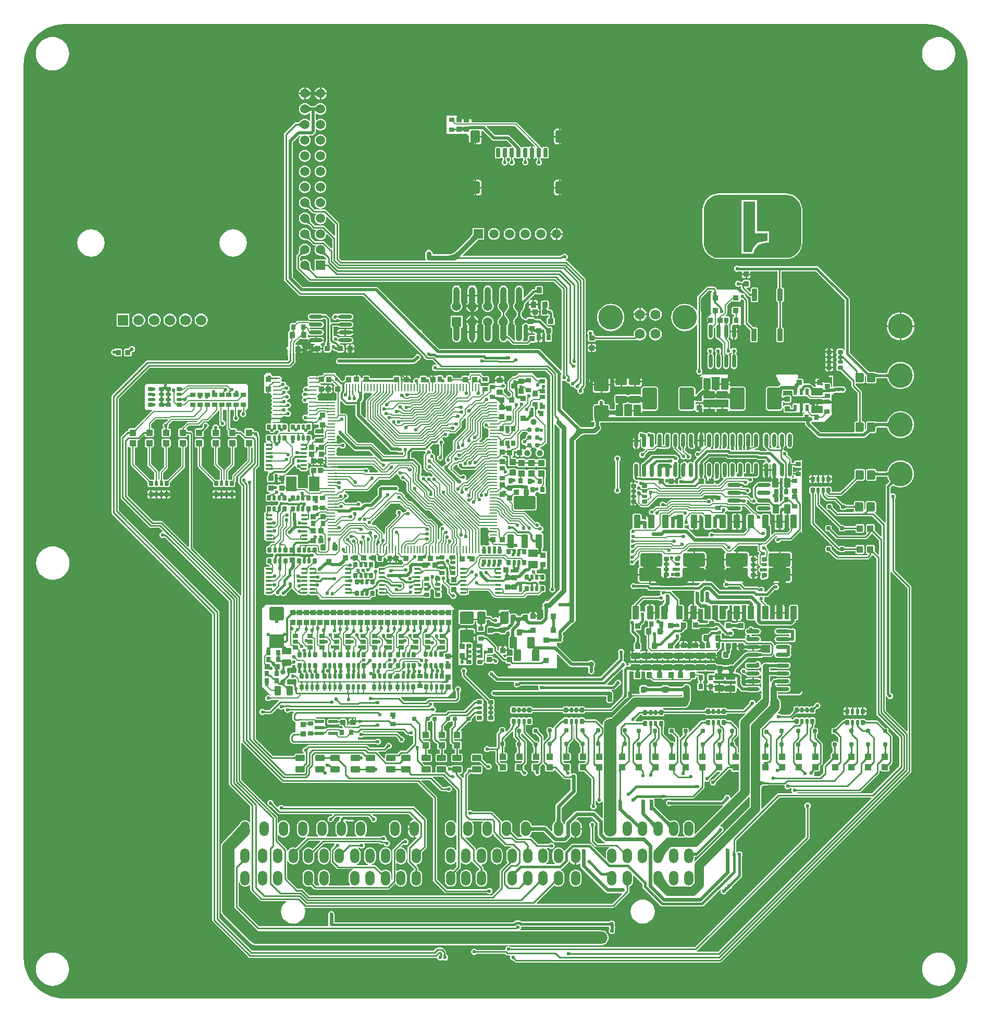
<source format=gtl>
G75*
G70*
%OFA0B0*%
%FSLAX25Y25*%
%IPPOS*%
%LPD*%
%AMOC8*
5,1,8,0,0,1.08239X$1,22.5*
%
%AMM1*
21,1,0.027560,0.030710,0.000000,0.000000,90.000000*
21,1,0.022050,0.036220,0.000000,0.000000,90.000000*
1,1,0.005510,0.015350,0.011020*
1,1,0.005510,0.015350,-0.011020*
1,1,0.005510,-0.015350,-0.011020*
1,1,0.005510,-0.015350,0.011020*
%
%AMM10*
21,1,0.025590,0.026380,0.000000,0.000000,180.000000*
21,1,0.020470,0.031500,0.000000,0.000000,180.000000*
1,1,0.005120,-0.010240,0.013190*
1,1,0.005120,0.010240,0.013190*
1,1,0.005120,0.010240,-0.013190*
1,1,0.005120,-0.010240,-0.013190*
%
%AMM105*
21,1,0.059060,0.020470,0.000000,0.000000,270.000000*
21,1,0.053940,0.025590,0.000000,0.000000,270.000000*
1,1,0.005120,-0.010240,-0.026970*
1,1,0.005120,-0.010240,0.026970*
1,1,0.005120,0.010240,0.026970*
1,1,0.005120,0.010240,-0.026970*
%
%AMM106*
21,1,0.078740,0.045670,0.000000,0.000000,270.000000*
21,1,0.067320,0.057090,0.000000,0.000000,270.000000*
1,1,0.011420,-0.022840,-0.033660*
1,1,0.011420,-0.022840,0.033660*
1,1,0.011420,0.022840,0.033660*
1,1,0.011420,0.022840,-0.033660*
%
%AMM107*
21,1,0.027560,0.030710,0.000000,0.000000,270.000000*
21,1,0.022050,0.036220,0.000000,0.000000,270.000000*
1,1,0.005510,-0.015350,-0.011020*
1,1,0.005510,-0.015350,0.011020*
1,1,0.005510,0.015350,0.011020*
1,1,0.005510,0.015350,-0.011020*
%
%AMM11*
21,1,0.017720,0.027950,0.000000,0.000000,180.000000*
21,1,0.014170,0.031500,0.000000,0.000000,180.000000*
1,1,0.003540,-0.007090,0.013980*
1,1,0.003540,0.007090,0.013980*
1,1,0.003540,0.007090,-0.013980*
1,1,0.003540,-0.007090,-0.013980*
%
%AMM111*
21,1,0.035830,0.026770,0.000000,0.000000,0.000000*
21,1,0.029130,0.033470,0.000000,0.000000,0.000000*
1,1,0.006690,0.014570,-0.013390*
1,1,0.006690,-0.014570,-0.013390*
1,1,0.006690,-0.014570,0.013390*
1,1,0.006690,0.014570,0.013390*
%
%AMM112*
21,1,0.035830,0.026770,0.000000,0.000000,90.000000*
21,1,0.029130,0.033470,0.000000,0.000000,90.000000*
1,1,0.006690,0.013390,0.014570*
1,1,0.006690,0.013390,-0.014570*
1,1,0.006690,-0.013390,-0.014570*
1,1,0.006690,-0.013390,0.014570*
%
%AMM113*
21,1,0.078740,0.070870,0.000000,0.000000,270.000000*
21,1,0.062990,0.086610,0.000000,0.000000,270.000000*
1,1,0.015750,-0.035430,-0.031500*
1,1,0.015750,-0.035430,0.031500*
1,1,0.015750,0.035430,0.031500*
1,1,0.015750,0.035430,-0.031500*
%
%AMM114*
21,1,0.051180,0.068500,0.000000,0.000000,180.000000*
21,1,0.040950,0.078740,0.000000,0.000000,180.000000*
1,1,0.010240,-0.020470,0.034250*
1,1,0.010240,0.020470,0.034250*
1,1,0.010240,0.020470,-0.034250*
1,1,0.010240,-0.020470,-0.034250*
%
%AMM115*
21,1,0.070870,0.036220,0.000000,0.000000,270.000000*
21,1,0.061810,0.045280,0.000000,0.000000,270.000000*
1,1,0.009060,-0.018110,-0.030910*
1,1,0.009060,-0.018110,0.030910*
1,1,0.009060,0.018110,0.030910*
1,1,0.009060,0.018110,-0.030910*
%
%AMM12*
21,1,0.033470,0.026770,0.000000,0.000000,90.000000*
21,1,0.026770,0.033470,0.000000,0.000000,90.000000*
1,1,0.006690,0.013390,0.013390*
1,1,0.006690,0.013390,-0.013390*
1,1,0.006690,-0.013390,-0.013390*
1,1,0.006690,-0.013390,0.013390*
%
%AMM121*
21,1,0.021650,0.052760,0.000000,0.000000,270.000000*
21,1,0.017320,0.057090,0.000000,0.000000,270.000000*
1,1,0.004330,-0.026380,-0.008660*
1,1,0.004330,-0.026380,0.008660*
1,1,0.004330,0.026380,0.008660*
1,1,0.004330,0.026380,-0.008660*
%
%AMM122*
21,1,0.033470,0.026770,0.000000,0.000000,0.000000*
21,1,0.026770,0.033470,0.000000,0.000000,0.000000*
1,1,0.006690,0.013390,-0.013390*
1,1,0.006690,-0.013390,-0.013390*
1,1,0.006690,-0.013390,0.013390*
1,1,0.006690,0.013390,0.013390*
%
%AMM125*
21,1,0.035430,0.030320,0.000000,0.000000,0.000000*
21,1,0.028350,0.037400,0.000000,0.000000,0.000000*
1,1,0.007090,0.014170,-0.015160*
1,1,0.007090,-0.014170,-0.015160*
1,1,0.007090,-0.014170,0.015160*
1,1,0.007090,0.014170,0.015160*
%
%AMM126*
21,1,0.025590,0.026380,0.000000,0.000000,90.000000*
21,1,0.020470,0.031500,0.000000,0.000000,90.000000*
1,1,0.005120,0.013190,0.010240*
1,1,0.005120,0.013190,-0.010240*
1,1,0.005120,-0.013190,-0.010240*
1,1,0.005120,-0.013190,0.010240*
%
%AMM127*
21,1,0.017720,0.027950,0.000000,0.000000,90.000000*
21,1,0.014170,0.031500,0.000000,0.000000,90.000000*
1,1,0.003540,0.013980,0.007090*
1,1,0.003540,0.013980,-0.007090*
1,1,0.003540,-0.013980,-0.007090*
1,1,0.003540,-0.013980,0.007090*
%
%AMM13*
21,1,0.023620,0.018900,0.000000,0.000000,0.000000*
21,1,0.018900,0.023620,0.000000,0.000000,0.000000*
1,1,0.004720,0.009450,-0.009450*
1,1,0.004720,-0.009450,-0.009450*
1,1,0.004720,-0.009450,0.009450*
1,1,0.004720,0.009450,0.009450*
%
%AMM14*
21,1,0.039370,0.035430,0.000000,0.000000,180.000000*
21,1,0.031500,0.043310,0.000000,0.000000,180.000000*
1,1,0.007870,-0.015750,0.017720*
1,1,0.007870,0.015750,0.017720*
1,1,0.007870,0.015750,-0.017720*
1,1,0.007870,-0.015750,-0.017720*
%
%AMM15*
21,1,0.007870,0.503940,0.000000,0.000000,180.000000*
21,1,0.000000,0.511810,0.000000,0.000000,180.000000*
1,1,0.007870,0.000000,0.251970*
1,1,0.007870,0.000000,0.251970*
1,1,0.007870,0.000000,-0.251970*
1,1,0.007870,0.000000,-0.251970*
%
%AMM16*
21,1,0.009840,0.919290,0.000000,0.000000,270.000000*
21,1,0.000000,0.929130,0.000000,0.000000,270.000000*
1,1,0.009840,-0.459650,0.000000*
1,1,0.009840,-0.459650,0.000000*
1,1,0.009840,0.459650,0.000000*
1,1,0.009840,0.459650,0.000000*
%
%AMM17*
21,1,0.007870,0.041340,0.000000,0.000000,0.000000*
21,1,0.000000,0.049210,0.000000,0.000000,0.000000*
1,1,0.007870,0.000000,-0.020670*
1,1,0.007870,0.000000,-0.020670*
1,1,0.007870,0.000000,0.020670*
1,1,0.007870,0.000000,0.020670*
%
%AMM18*
21,1,0.039370,0.007870,0.000000,0.000000,45.000000*
1,1,0.007870,-0.013920,-0.013920*
1,1,0.007870,0.013920,0.013920*
%
%AMM19*
21,1,0.007870,0.029130,0.000000,0.000000,225.000000*
21,1,0.000000,0.037010,0.000000,0.000000,225.000000*
1,1,0.007870,-0.010300,0.010300*
1,1,0.007870,-0.010300,0.010300*
1,1,0.007870,0.010300,-0.010300*
1,1,0.007870,0.010300,-0.010300*
%
%AMM2*
21,1,0.031500,0.072440,0.000000,0.000000,0.000000*
21,1,0.025200,0.078740,0.000000,0.000000,0.000000*
1,1,0.006300,0.012600,-0.036220*
1,1,0.006300,-0.012600,-0.036220*
1,1,0.006300,-0.012600,0.036220*
1,1,0.006300,0.012600,0.036220*
%
%AMM20*
21,1,0.007870,0.014960,0.000000,0.000000,135.000000*
21,1,0.000000,0.022840,0.000000,0.000000,135.000000*
1,1,0.007870,0.005290,0.005290*
1,1,0.007870,0.005290,0.005290*
1,1,0.007870,-0.005290,-0.005290*
1,1,0.007870,-0.005290,-0.005290*
%
%AMM21*
21,1,0.007870,0.013780,0.000000,0.000000,45.000000*
21,1,0.000000,0.021650,0.000000,0.000000,45.000000*
1,1,0.007870,0.004870,-0.004870*
1,1,0.007870,0.004870,-0.004870*
1,1,0.007870,-0.004870,0.004870*
1,1,0.007870,-0.004870,0.004870*
%
%AMM22*
21,1,0.007870,0.039370,0.000000,0.000000,45.000000*
21,1,0.000000,0.047240,0.000000,0.000000,45.000000*
1,1,0.007870,0.013920,-0.013920*
1,1,0.007870,0.013920,-0.013920*
1,1,0.007870,-0.013920,0.013920*
1,1,0.007870,-0.013920,0.013920*
%
%AMM23*
21,1,0.007870,0.055120,0.000000,0.000000,270.000000*
21,1,0.000000,0.062990,0.000000,0.000000,270.000000*
1,1,0.007870,-0.027560,0.000000*
1,1,0.007870,-0.027560,0.000000*
1,1,0.007870,0.027560,0.000000*
1,1,0.007870,0.027560,0.000000*
%
%AMM24*
21,1,0.007870,0.023620,0.000000,0.000000,315.000000*
21,1,0.000000,0.031500,0.000000,0.000000,315.000000*
1,1,0.007870,-0.008350,-0.008350*
1,1,0.007870,-0.008350,-0.008350*
1,1,0.007870,0.008350,0.008350*
1,1,0.007870,0.008350,0.008350*
%
%AMM25*
21,1,0.007870,1.704720,0.000000,0.000000,270.000000*
21,1,0.000000,1.712600,0.000000,0.000000,270.000000*
1,1,0.007870,-0.852360,0.000000*
1,1,0.007870,-0.852360,0.000000*
1,1,0.007870,0.852360,0.000000*
1,1,0.007870,0.852360,0.000000*
%
%AMM26*
21,1,0.007870,1.405510,0.000000,0.000000,180.000000*
21,1,0.000000,1.413390,0.000000,0.000000,180.000000*
1,1,0.007870,0.000000,0.702760*
1,1,0.007870,0.000000,0.702760*
1,1,0.007870,0.000000,-0.702760*
1,1,0.007870,0.000000,-0.702760*
%
%AMM27*
21,1,0.007870,1.787400,0.000000,0.000000,270.000000*
21,1,0.000000,1.795280,0.000000,0.000000,270.000000*
1,1,0.007870,-0.893700,0.000000*
1,1,0.007870,-0.893700,0.000000*
1,1,0.007870,0.893700,0.000000*
1,1,0.007870,0.893700,0.000000*
%
%AMM28*
21,1,0.007870,1.416930,0.000000,0.000000,180.000000*
21,1,0.000000,1.424800,0.000000,0.000000,180.000000*
1,1,0.007870,0.000000,0.708470*
1,1,0.007870,0.000000,0.708470*
1,1,0.007870,0.000000,-0.708470*
1,1,0.007870,0.000000,-0.708470*
%
%AMM29*
21,1,0.009840,0.017720,0.000000,0.000000,180.000000*
21,1,0.000000,0.027560,0.000000,0.000000,180.000000*
1,1,0.009840,0.000000,0.008860*
1,1,0.009840,0.000000,0.008860*
1,1,0.009840,0.000000,-0.008860*
1,1,0.009840,0.000000,-0.008860*
%
%AMM3*
21,1,0.051180,0.048820,0.000000,0.000000,0.000000*
21,1,0.040950,0.059060,0.000000,0.000000,0.000000*
1,1,0.010240,0.020470,-0.024410*
1,1,0.010240,-0.020470,-0.024410*
1,1,0.010240,-0.020470,0.024410*
1,1,0.010240,0.020470,0.024410*
%
%AMM30*
21,1,0.031500,0.007870,0.000000,0.000000,315.000000*
1,1,0.007870,-0.011140,0.011140*
1,1,0.007870,0.011140,-0.011140*
%
%AMM31*
21,1,0.087800,0.007870,0.000000,0.000000,45.000000*
1,1,0.007870,-0.031040,-0.031040*
1,1,0.007870,0.031040,0.031040*
%
%AMM32*
21,1,0.007870,0.643700,0.000000,0.000000,270.000000*
21,1,0.000000,0.651580,0.000000,0.000000,270.000000*
1,1,0.007870,-0.321850,0.000000*
1,1,0.007870,-0.321850,0.000000*
1,1,0.007870,0.321850,0.000000*
1,1,0.007870,0.321850,0.000000*
%
%AMM33*
21,1,0.007870,0.078350,0.000000,0.000000,135.000000*
21,1,0.000000,0.086220,0.000000,0.000000,135.000000*
1,1,0.007870,0.027700,0.027700*
1,1,0.007870,0.027700,0.027700*
1,1,0.007870,-0.027700,-0.027700*
1,1,0.007870,-0.027700,-0.027700*
%
%AMM34*
21,1,0.007870,0.287010,0.000000,0.000000,180.000000*
21,1,0.000000,0.294880,0.000000,0.000000,180.000000*
1,1,0.007870,0.000000,0.143500*
1,1,0.007870,0.000000,0.143500*
1,1,0.007870,0.000000,-0.143500*
1,1,0.007870,0.000000,-0.143500*
%
%AMM35*
21,1,0.007870,0.080320,0.000000,0.000000,225.000000*
21,1,0.000000,0.088190,0.000000,0.000000,225.000000*
1,1,0.007870,-0.028400,0.028400*
1,1,0.007870,-0.028400,0.028400*
1,1,0.007870,0.028400,-0.028400*
1,1,0.007870,0.028400,-0.028400*
%
%AMM36*
21,1,0.007870,0.400390,0.000000,0.000000,0.000000*
21,1,0.000000,0.408270,0.000000,0.000000,0.000000*
1,1,0.007870,0.000000,-0.200200*
1,1,0.007870,0.000000,-0.200200*
1,1,0.007870,0.000000,0.200200*
1,1,0.007870,0.000000,0.200200*
%
%AMM37*
21,1,0.007870,0.640160,0.000000,0.000000,270.000000*
21,1,0.000000,0.648030,0.000000,0.000000,270.000000*
1,1,0.007870,-0.320080,0.000000*
1,1,0.007870,-0.320080,0.000000*
1,1,0.007870,0.320080,0.000000*
1,1,0.007870,0.320080,0.000000*
%
%AMM4*
21,1,0.023620,0.018900,0.000000,0.000000,90.000000*
21,1,0.018900,0.023620,0.000000,0.000000,90.000000*
1,1,0.004720,0.009450,0.009450*
1,1,0.004720,0.009450,-0.009450*
1,1,0.004720,-0.009450,-0.009450*
1,1,0.004720,-0.009450,0.009450*
%
%AMM5*
21,1,0.039370,0.035430,0.000000,0.000000,270.000000*
21,1,0.031500,0.043310,0.000000,0.000000,270.000000*
1,1,0.007870,-0.017720,-0.015750*
1,1,0.007870,-0.017720,0.015750*
1,1,0.007870,0.017720,0.015750*
1,1,0.007870,0.017720,-0.015750*
%
%AMM59*
21,1,0.035430,0.050000,0.000000,0.000000,270.000000*
21,1,0.028350,0.057090,0.000000,0.000000,270.000000*
1,1,0.007090,-0.025000,-0.014170*
1,1,0.007090,-0.025000,0.014170*
1,1,0.007090,0.025000,0.014170*
1,1,0.007090,0.025000,-0.014170*
%
%AMM6*
21,1,0.039370,0.049210,0.000000,0.000000,90.000000*
21,1,0.031500,0.057090,0.000000,0.000000,90.000000*
1,1,0.007870,0.024610,0.015750*
1,1,0.007870,0.024610,-0.015750*
1,1,0.007870,-0.024610,-0.015750*
1,1,0.007870,-0.024610,0.015750*
%
%AMM60*
21,1,0.086610,0.073230,0.000000,0.000000,270.000000*
21,1,0.069290,0.090550,0.000000,0.000000,270.000000*
1,1,0.017320,-0.036610,-0.034650*
1,1,0.017320,-0.036610,0.034650*
1,1,0.017320,0.036610,0.034650*
1,1,0.017320,0.036610,-0.034650*
%
%AMM61*
21,1,0.039370,0.049210,0.000000,0.000000,180.000000*
21,1,0.031500,0.057090,0.000000,0.000000,180.000000*
1,1,0.007870,-0.015750,0.024610*
1,1,0.007870,0.015750,0.024610*
1,1,0.007870,0.015750,-0.024610*
1,1,0.007870,-0.015750,-0.024610*
%
%AMM62*
21,1,0.023620,0.030710,0.000000,0.000000,90.000000*
21,1,0.018900,0.035430,0.000000,0.000000,90.000000*
1,1,0.004720,0.015350,0.009450*
1,1,0.004720,0.015350,-0.009450*
1,1,0.004720,-0.015350,-0.009450*
1,1,0.004720,-0.015350,0.009450*
%
%AMM63*
21,1,0.025590,0.026380,0.000000,0.000000,0.000000*
21,1,0.020470,0.031500,0.000000,0.000000,0.000000*
1,1,0.005120,0.010240,-0.013190*
1,1,0.005120,-0.010240,-0.013190*
1,1,0.005120,-0.010240,0.013190*
1,1,0.005120,0.010240,0.013190*
%
%AMM64*
21,1,0.017720,0.027950,0.000000,0.000000,0.000000*
21,1,0.014170,0.031500,0.000000,0.000000,0.000000*
1,1,0.003540,0.007090,-0.013980*
1,1,0.003540,-0.007090,-0.013980*
1,1,0.003540,-0.007090,0.013980*
1,1,0.003540,0.007090,0.013980*
%
%AMM65*
21,1,0.033470,0.026770,0.000000,0.000000,270.000000*
21,1,0.026770,0.033470,0.000000,0.000000,270.000000*
1,1,0.006690,-0.013390,-0.013390*
1,1,0.006690,-0.013390,0.013390*
1,1,0.006690,0.013390,0.013390*
1,1,0.006690,0.013390,-0.013390*
%
%AMM66*
21,1,0.027560,0.030710,0.000000,0.000000,0.000000*
21,1,0.022050,0.036220,0.000000,0.000000,0.000000*
1,1,0.005510,0.011020,-0.015350*
1,1,0.005510,-0.011020,-0.015350*
1,1,0.005510,-0.011020,0.015350*
1,1,0.005510,0.011020,0.015350*
%
%AMM7*
21,1,0.025590,0.026380,0.000000,0.000000,270.000000*
21,1,0.020470,0.031500,0.000000,0.000000,270.000000*
1,1,0.005120,-0.013190,-0.010240*
1,1,0.005120,-0.013190,0.010240*
1,1,0.005120,0.013190,0.010240*
1,1,0.005120,0.013190,-0.010240*
%
%AMM75*
21,1,0.035830,0.026770,0.000000,0.000000,180.000000*
21,1,0.029130,0.033470,0.000000,0.000000,180.000000*
1,1,0.006690,-0.014570,0.013390*
1,1,0.006690,0.014570,0.013390*
1,1,0.006690,0.014570,-0.013390*
1,1,0.006690,-0.014570,-0.013390*
%
%AMM76*
21,1,0.035830,0.026770,0.000000,0.000000,270.000000*
21,1,0.029130,0.033470,0.000000,0.000000,270.000000*
1,1,0.006690,-0.013390,-0.014570*
1,1,0.006690,-0.013390,0.014570*
1,1,0.006690,0.013390,0.014570*
1,1,0.006690,0.013390,-0.014570*
%
%AMM77*
21,1,0.027560,0.049610,0.000000,0.000000,270.000000*
21,1,0.022050,0.055120,0.000000,0.000000,270.000000*
1,1,0.005510,-0.024800,-0.011020*
1,1,0.005510,-0.024800,0.011020*
1,1,0.005510,0.024800,0.011020*
1,1,0.005510,0.024800,-0.011020*
%
%AMM78*
21,1,0.043310,0.075980,0.000000,0.000000,0.000000*
21,1,0.034650,0.084650,0.000000,0.000000,0.000000*
1,1,0.008660,0.017320,-0.037990*
1,1,0.008660,-0.017320,-0.037990*
1,1,0.008660,-0.017320,0.037990*
1,1,0.008660,0.017320,0.037990*
%
%AMM79*
21,1,0.043310,0.075990,0.000000,0.000000,0.000000*
21,1,0.034650,0.084650,0.000000,0.000000,0.000000*
1,1,0.008660,0.017320,-0.037990*
1,1,0.008660,-0.017320,-0.037990*
1,1,0.008660,-0.017320,0.037990*
1,1,0.008660,0.017320,0.037990*
%
%AMM8*
21,1,0.017720,0.027950,0.000000,0.000000,270.000000*
21,1,0.014170,0.031500,0.000000,0.000000,270.000000*
1,1,0.003540,-0.013980,-0.007090*
1,1,0.003540,-0.013980,0.007090*
1,1,0.003540,0.013980,0.007090*
1,1,0.003540,0.013980,-0.007090*
%
%AMM80*
21,1,0.137800,0.067720,0.000000,0.000000,0.000000*
21,1,0.120870,0.084650,0.000000,0.000000,0.000000*
1,1,0.016930,0.060430,-0.033860*
1,1,0.016930,-0.060430,-0.033860*
1,1,0.016930,-0.060430,0.033860*
1,1,0.016930,0.060430,0.033860*
%
%AMM81*
21,1,0.023620,0.030710,0.000000,0.000000,180.000000*
21,1,0.018900,0.035430,0.000000,0.000000,180.000000*
1,1,0.004720,-0.009450,0.015350*
1,1,0.004720,0.009450,0.015350*
1,1,0.004720,0.009450,-0.015350*
1,1,0.004720,-0.009450,-0.015350*
%
%AMM82*
21,1,0.035430,0.030320,0.000000,0.000000,270.000000*
21,1,0.028350,0.037400,0.000000,0.000000,270.000000*
1,1,0.007090,-0.015160,-0.014170*
1,1,0.007090,-0.015160,0.014170*
1,1,0.007090,0.015160,0.014170*
1,1,0.007090,0.015160,-0.014170*
%
%AMM83*
21,1,0.035430,0.030320,0.000000,0.000000,180.000000*
21,1,0.028350,0.037400,0.000000,0.000000,180.000000*
1,1,0.007090,-0.014170,0.015160*
1,1,0.007090,0.014170,0.015160*
1,1,0.007090,0.014170,-0.015160*
1,1,0.007090,-0.014170,-0.015160*
%
%AMM84*
21,1,0.027560,0.030710,0.000000,0.000000,180.000000*
21,1,0.022050,0.036220,0.000000,0.000000,180.000000*
1,1,0.005510,-0.011020,0.015350*
1,1,0.005510,0.011020,0.015350*
1,1,0.005510,0.011020,-0.015350*
1,1,0.005510,-0.011020,-0.015350*
%
%AMM9*
21,1,0.033470,0.026770,0.000000,0.000000,180.000000*
21,1,0.026770,0.033470,0.000000,0.000000,180.000000*
1,1,0.006690,-0.013390,0.013390*
1,1,0.006690,0.013390,0.013390*
1,1,0.006690,0.013390,-0.013390*
1,1,0.006690,-0.013390,-0.013390*
%
%AMM95*
21,1,0.021650,0.038980,0.000000,0.000000,0.000000*
21,1,0.017320,0.043310,0.000000,0.000000,0.000000*
1,1,0.004330,0.008660,-0.019490*
1,1,0.004330,-0.008660,-0.019490*
1,1,0.004330,-0.008660,0.019490*
1,1,0.004330,0.008660,0.019490*
%
%AMM96*
21,1,0.086610,0.073230,0.000000,0.000000,90.000000*
21,1,0.069290,0.090550,0.000000,0.000000,90.000000*
1,1,0.017320,0.036610,0.034650*
1,1,0.017320,0.036610,-0.034650*
1,1,0.017320,-0.036610,-0.034650*
1,1,0.017320,-0.036610,0.034650*
%
%AMM97*
21,1,0.092520,0.119290,0.000000,0.000000,180.000000*
21,1,0.074020,0.137800,0.000000,0.000000,180.000000*
1,1,0.018500,-0.037010,0.059650*
1,1,0.018500,0.037010,0.059650*
1,1,0.018500,0.037010,-0.059650*
1,1,0.018500,-0.037010,-0.059650*
%
%AMM98*
21,1,0.070870,0.036220,0.000000,0.000000,0.000000*
21,1,0.061810,0.045280,0.000000,0.000000,0.000000*
1,1,0.009060,0.030910,-0.018110*
1,1,0.009060,-0.030910,-0.018110*
1,1,0.009060,-0.030910,0.018110*
1,1,0.009060,0.030910,0.018110*
%
%AMM99*
21,1,0.070870,0.036220,0.000000,0.000000,90.000000*
21,1,0.061810,0.045280,0.000000,0.000000,90.000000*
1,1,0.009060,0.018110,0.030910*
1,1,0.009060,0.018110,-0.030910*
1,1,0.009060,-0.018110,-0.030910*
1,1,0.009060,-0.018110,0.030910*
%
%ADD100M113*%
%ADD101M37*%
%ADD102R,0.05906X0.05118*%
%ADD108M82*%
%ADD109O,0.00787X0.16732*%
%ADD11O,0.05118X0.00866*%
%ADD112O,0.00787X0.12205*%
%ADD113M107*%
%ADD114O,0.03937X0.05906*%
%ADD115C,0.02362*%
%ADD116O,0.01575X0.28347*%
%ADD117C,0.05118*%
%ADD12O,0.54331X0.00787*%
%ADD120M1*%
%ADD123M114*%
%ADD124O,0.19291X0.02362*%
%ADD125M30*%
%ADD127M14*%
%ADD128M126*%
%ADD129O,0.00787X0.22323*%
%ADD13C,0.03100*%
%ADD131M26*%
%ADD132M78*%
%ADD133C,0.03937*%
%ADD135O,0.01968X0.00984*%
%ADD136O,0.69685X0.01575*%
%ADD137O,0.59843X0.01968*%
%ADD139M98*%
%ADD14M61*%
%ADD145O,0.00787X0.56693*%
%ADD147M127*%
%ADD148O,0.00787X0.34744*%
%ADD152C,0.07874*%
%ADD154O,0.32559X0.00787*%
%ADD156M31*%
%ADD157M63*%
%ADD158M15*%
%ADD159M9*%
%ADD160O,0.08661X0.02362*%
%ADD161M25*%
%ADD163C,0.04724*%
%ADD165O,0.02362X0.08661*%
%ADD166M122*%
%ADD167M65*%
%ADD169M3*%
%ADD170M64*%
%ADD172M99*%
%ADD174M111*%
%ADD175O,0.01968X0.03937*%
%ADD176O,0.20669X0.00787*%
%ADD177M84*%
%ADD179M105*%
%ADD18M81*%
%ADD181O,0.00787X0.01575*%
%ADD182O,0.05197X0.00984*%
%ADD184O,0.00787X0.36221*%
%ADD187M7*%
%ADD188M2*%
%ADD19M19*%
%ADD190M32*%
%ADD192M29*%
%ADD193M121*%
%ADD194M12*%
%ADD196M8*%
%ADD197O,0.04016X0.11221*%
%ADD20M112*%
%ADD200M24*%
%ADD201O,0.38583X0.01575*%
%ADD204O,0.00787X1.01772*%
%ADD206O,0.03150X0.02362*%
%ADD208M79*%
%ADD209O,0.00984X0.01968*%
%ADD210M96*%
%ADD211O,0.05906X0.09449*%
%ADD212O,1.39370X0.02362*%
%ADD213C,0.00984*%
%ADD215O,0.25591X0.00787*%
%ADD216C,0.03150*%
%ADD217M6*%
%ADD219M23*%
%ADD221M33*%
%ADD222M13*%
%ADD226O,0.00787X0.33071*%
%ADD227C,0.06400*%
%ADD228M59*%
%ADD23C,0.01575*%
%ADD231M62*%
%ADD233M17*%
%ADD234M18*%
%ADD235O,0.00787X0.16339*%
%ADD238C,0.01968*%
%ADD239O,0.00787X0.26772*%
%ADD245O,0.30709X0.01575*%
%ADD246M22*%
%ADD248O,0.03937X0.01968*%
%ADD251O,0.00866X0.05118*%
%ADD252M34*%
%ADD253M10*%
%ADD254O,0.68504X0.01575*%
%ADD255O,0.44587X0.00787*%
%ADD257R,0.06693X0.09449*%
%ADD261C,0.03900*%
%ADD28M5*%
%ADD30M21*%
%ADD32M35*%
%ADD35C,0.06693*%
%ADD36O,0.04331X0.01181*%
%ADD37M11*%
%ADD38M75*%
%ADD40C,0.05906*%
%ADD41O,0.43701X0.00787*%
%ADD44R,0.06693X0.06693*%
%ADD45M80*%
%ADD47M28*%
%ADD48M115*%
%ADD49O,1.01181X0.00787*%
%ADD54M60*%
%ADD55C,0.01181*%
%ADD56C,0.00787*%
%ADD57O,0.00787X0.01968*%
%ADD61O,0.00787X0.05118*%
%ADD62M16*%
%ADD63M4*%
%ADD65M20*%
%ADD67M36*%
%ADD68O,0.01968X0.44882*%
%ADD69O,0.00787X0.28543*%
%ADD71M76*%
%ADD73M97*%
%ADD74M66*%
%ADD75M77*%
%ADD76M83*%
%ADD78R,0.05906X0.05906*%
%ADD79M106*%
%ADD80M125*%
%ADD81C,0.15748*%
%ADD82O,0.00787X0.02756*%
%ADD83M95*%
%ADD86O,0.01968X0.59843*%
%ADD87R,0.01968X0.01968*%
%ADD93O,0.01968X0.11811*%
%ADD95O,0.19685X0.01575*%
%ADD97M27*%
X0000000Y0000000D02*
G01*
G75*
G36*
X0581693Y0624629D02*
X0584608Y0624133D01*
X0587449Y0623315D01*
X0590181Y0622183D01*
X0592769Y0620753D01*
X0595181Y0619042D01*
X0597386Y0617071D01*
X0599357Y0614866D01*
X0601068Y0612455D01*
X0602498Y0609867D01*
X0603630Y0607134D01*
X0604449Y0604293D01*
X0604944Y0601378D01*
X0605106Y0598483D01*
X0605095Y0598425D01*
X0605095Y0027559D01*
X0605106Y0027502D01*
X0604944Y0024607D01*
X0604449Y0021691D01*
X0603630Y0018850D01*
X0602498Y0016118D01*
X0601068Y0013530D01*
X0599357Y0011118D01*
X0597386Y0008913D01*
X0595181Y0006943D01*
X0592769Y0005231D01*
X0590181Y0003801D01*
X0587449Y0002669D01*
X0584608Y0001851D01*
X0581693Y0001355D01*
X0578797Y0001193D01*
X0578740Y0001204D01*
X0027559Y0001204D01*
X0027502Y0001193D01*
X0024607Y0001355D01*
X0021691Y0001851D01*
X0018850Y0002669D01*
X0016118Y0003801D01*
X0013530Y0005231D01*
X0011118Y0006943D01*
X0008913Y0008913D01*
X0006943Y0011118D01*
X0005231Y0013530D01*
X0003801Y0016118D01*
X0002669Y0018850D01*
X0001851Y0021691D01*
X0001355Y0024607D01*
X0001193Y0027502D01*
X0001204Y0027559D01*
X0001204Y0598425D01*
X0001193Y0598483D01*
X0001355Y0601378D01*
X0001851Y0604293D01*
X0002669Y0607134D01*
X0003801Y0609867D01*
X0005231Y0612455D01*
X0006943Y0614866D01*
X0008913Y0617071D01*
X0011118Y0619042D01*
X0013530Y0620753D01*
X0016118Y0622183D01*
X0018850Y0623315D01*
X0021691Y0624133D01*
X0024607Y0624629D01*
X0027502Y0624791D01*
X0027559Y0624780D01*
X0578740Y0624780D01*
X0578797Y0624791D01*
X0581693Y0624629D01*
D02*
G37*
%LPC*%
G36*
X0586614Y0616568D02*
X0584946Y0616437D01*
X0583319Y0616046D01*
X0581773Y0615406D01*
X0580347Y0614532D01*
X0579074Y0613445D01*
X0577988Y0612173D01*
X0577114Y0610746D01*
X0576473Y0609200D01*
X0576083Y0607574D01*
X0575951Y0605905D01*
X0576083Y0604238D01*
X0576473Y0602610D01*
X0577114Y0601065D01*
X0577988Y0599638D01*
X0579074Y0598366D01*
X0580347Y0597279D01*
X0581773Y0596405D01*
X0583319Y0595765D01*
X0584946Y0595374D01*
X0586614Y0595243D01*
X0588282Y0595374D01*
X0589909Y0595765D01*
X0591455Y0596405D01*
X0592882Y0597279D01*
X0594154Y0598366D01*
X0595240Y0599638D01*
X0596115Y0601065D01*
X0596755Y0602610D01*
X0597146Y0604238D01*
X0597277Y0605905D01*
X0597146Y0607574D01*
X0596755Y0609200D01*
X0596115Y0610746D01*
X0595240Y0612173D01*
X0594154Y0613445D01*
X0592882Y0614532D01*
X0591455Y0615406D01*
X0589909Y0616046D01*
X0588282Y0616437D01*
X0586614Y0616568D01*
D02*
G37*
G36*
X0019685Y0616568D02*
X0018017Y0616437D01*
X0016390Y0616046D01*
X0014844Y0615406D01*
X0013418Y0614532D01*
X0012145Y0613445D01*
X0011059Y0612173D01*
X0010184Y0610746D01*
X0009544Y0609200D01*
X0009154Y0607574D01*
X0009022Y0605905D01*
X0009154Y0604238D01*
X0009544Y0602610D01*
X0010184Y0601065D01*
X0011059Y0599638D01*
X0012145Y0598366D01*
X0013418Y0597279D01*
X0014844Y0596405D01*
X0016390Y0595765D01*
X0018017Y0595374D01*
X0019685Y0595243D01*
X0021353Y0595374D01*
X0022980Y0595765D01*
X0024526Y0596405D01*
X0025953Y0597279D01*
X0027225Y0598366D01*
X0028311Y0599638D01*
X0029186Y0601065D01*
X0029826Y0602610D01*
X0030217Y0604238D01*
X0030348Y0605905D01*
X0030217Y0607574D01*
X0029826Y0609200D01*
X0029186Y0610746D01*
X0028311Y0612173D01*
X0027225Y0613445D01*
X0025953Y0614532D01*
X0024526Y0615406D01*
X0022980Y0616046D01*
X0021353Y0616437D01*
X0019685Y0616568D01*
D02*
G37*
G36*
X0181642Y0584394D02*
X0181642Y0580972D01*
X0183250Y0580972D01*
X0183250Y0582539D01*
X0183501Y0582296D01*
X0183752Y0582079D01*
X0184003Y0581887D01*
X0184254Y0581720D01*
X0184505Y0581580D01*
X0184756Y0581465D01*
X0185006Y0581375D01*
X0185010Y0581374D01*
X0184993Y0581504D01*
X0184595Y0582466D01*
X0183961Y0583292D01*
X0183135Y0583925D01*
X0182174Y0584323D01*
X0181642Y0584394D01*
D02*
G37*
G36*
X0191642Y0584394D02*
X0191642Y0580972D01*
X0195063Y0580972D01*
X0194993Y0581504D01*
X0194595Y0582466D01*
X0193961Y0583292D01*
X0193135Y0583925D01*
X0192174Y0584323D01*
X0191642Y0584394D01*
D02*
G37*
G36*
X0190642Y0584394D02*
X0190110Y0584323D01*
X0189148Y0583925D01*
X0188323Y0583292D01*
X0187689Y0582466D01*
X0187291Y0581504D01*
X0187274Y0581374D01*
X0187277Y0581375D01*
X0187528Y0581465D01*
X0187779Y0581580D01*
X0188030Y0581720D01*
X0188280Y0581887D01*
X0188531Y0582079D01*
X0188782Y0582296D01*
X0189033Y0582539D01*
X0189033Y0580972D01*
X0190642Y0580972D01*
X0190642Y0584394D01*
D02*
G37*
G36*
X0180642Y0584394D02*
X0180110Y0584323D01*
X0179148Y0583925D01*
X0178323Y0583292D01*
X0177689Y0582466D01*
X0177291Y0581504D01*
X0177221Y0580972D01*
X0180642Y0580972D01*
X0180642Y0584394D01*
D02*
G37*
G36*
X0190642Y0579973D02*
X0189033Y0579973D01*
X0189033Y0578406D01*
X0188782Y0578649D01*
X0188531Y0578866D01*
X0188280Y0579058D01*
X0188030Y0579224D01*
X0187779Y0579365D01*
X0187528Y0579480D01*
X0187277Y0579570D01*
X0187274Y0579571D01*
X0187291Y0579441D01*
X0187689Y0578479D01*
X0188323Y0577653D01*
X0189148Y0577020D01*
X0190110Y0576621D01*
X0190642Y0576551D01*
X0190642Y0579973D01*
D02*
G37*
G36*
X0180642Y0579973D02*
X0177221Y0579973D01*
X0177291Y0579441D01*
X0177689Y0578479D01*
X0178323Y0577653D01*
X0179148Y0577020D01*
X0180110Y0576621D01*
X0180642Y0576551D01*
X0180642Y0579973D01*
D02*
G37*
G36*
X0195063Y0579973D02*
X0191642Y0579973D01*
X0191642Y0576551D01*
X0192174Y0576621D01*
X0193135Y0577020D01*
X0193961Y0577653D01*
X0194595Y0578479D01*
X0194993Y0579441D01*
X0195063Y0579973D01*
D02*
G37*
G36*
X0183250Y0579973D02*
X0181642Y0579973D01*
X0181642Y0576551D01*
X0182174Y0576621D01*
X0183135Y0577020D01*
X0183961Y0577653D01*
X0184595Y0578479D01*
X0184993Y0579441D01*
X0185010Y0579571D01*
X0185006Y0579570D01*
X0184756Y0579480D01*
X0184505Y0579365D01*
X0184254Y0579224D01*
X0184003Y0579058D01*
X0183752Y0578866D01*
X0183501Y0578649D01*
X0183250Y0578406D01*
X0183250Y0579973D01*
D02*
G37*
G36*
X0191142Y0574245D02*
X0190165Y0574116D01*
X0189255Y0573739D01*
X0188474Y0573140D01*
X0188433Y0573086D01*
X0188364Y0573024D01*
X0188178Y0572879D01*
X0187992Y0572754D01*
X0187805Y0572647D01*
X0187617Y0572558D01*
X0187427Y0572486D01*
X0187234Y0572431D01*
X0187036Y0572391D01*
X0186922Y0572377D01*
X0185361Y0572377D01*
X0185247Y0572391D01*
X0185050Y0572431D01*
X0184856Y0572486D01*
X0184666Y0572558D01*
X0184478Y0572647D01*
X0184291Y0572754D01*
X0184105Y0572879D01*
X0183920Y0573024D01*
X0183851Y0573086D01*
X0183809Y0573140D01*
X0183028Y0573739D01*
X0182118Y0574116D01*
X0181142Y0574245D01*
X0180165Y0574116D01*
X0179255Y0573739D01*
X0178474Y0573140D01*
X0177875Y0572359D01*
X0177498Y0571449D01*
X0177369Y0570472D01*
X0177498Y0569496D01*
X0177875Y0568586D01*
X0178474Y0567805D01*
X0179255Y0567205D01*
X0180165Y0566829D01*
X0181142Y0566700D01*
X0182118Y0566829D01*
X0183028Y0567205D01*
X0183809Y0567805D01*
X0183901Y0567925D01*
X0184012Y0568038D01*
X0184242Y0567997D01*
X0184512Y0567821D01*
X0184512Y0563045D01*
X0184012Y0562875D01*
X0183809Y0563140D01*
X0183028Y0563739D01*
X0182118Y0564116D01*
X0181142Y0564245D01*
X0180165Y0564116D01*
X0179255Y0563739D01*
X0178474Y0563140D01*
X0178423Y0563073D01*
X0178257Y0562920D01*
X0177697Y0562457D01*
X0177457Y0562286D01*
X0177230Y0562142D01*
X0177026Y0562031D01*
X0176846Y0561952D01*
X0176694Y0561901D01*
X0176573Y0561875D01*
X0175335Y0561875D01*
X0174835Y0561776D01*
X0174412Y0561493D01*
X0168074Y0555155D01*
X0167791Y0554732D01*
X0167692Y0554232D01*
X0167692Y0461417D01*
X0167791Y0460918D01*
X0168074Y0460495D01*
X0177129Y0451440D01*
X0177552Y0451157D01*
X0178051Y0451058D01*
X0218259Y0451058D01*
X0256794Y0412522D01*
X0256866Y0412163D01*
X0257148Y0411739D01*
X0258590Y0410298D01*
X0259013Y0410015D01*
X0259512Y0409916D01*
X0262649Y0409916D01*
X0265485Y0407079D01*
X0265167Y0406691D01*
X0265040Y0406776D01*
X0264272Y0406928D01*
X0263504Y0406776D01*
X0262852Y0406341D01*
X0262417Y0405689D01*
X0262265Y0404921D01*
X0262417Y0404153D01*
X0262852Y0403502D01*
X0263504Y0403067D01*
X0264272Y0402914D01*
X0264837Y0403026D01*
X0265334Y0402928D01*
X0335063Y0402928D01*
X0338164Y0399827D01*
X0338164Y0264627D01*
X0338157Y0264585D01*
X0338147Y0264540D01*
X0338136Y0264505D01*
X0338125Y0264476D01*
X0338114Y0264455D01*
X0338113Y0264454D01*
X0338049Y0264411D01*
X0337614Y0263760D01*
X0337461Y0262992D01*
X0337614Y0262224D01*
X0338049Y0261573D01*
X0338700Y0261138D01*
X0339469Y0260985D01*
X0340237Y0261138D01*
X0340888Y0261573D01*
X0341323Y0262224D01*
X0341476Y0262992D01*
X0341323Y0263760D01*
X0340888Y0264411D01*
X0340824Y0264454D01*
X0340823Y0264455D01*
X0340812Y0264476D01*
X0340801Y0264505D01*
X0340790Y0264540D01*
X0340780Y0264585D01*
X0340773Y0264627D01*
X0340773Y0368522D01*
X0341273Y0368674D01*
X0341604Y0368179D01*
X0344236Y0365547D01*
X0344236Y0263193D01*
X0336502Y0255460D01*
X0335795Y0255460D01*
X0335531Y0255460D01*
X0335531Y0255460D01*
X0335493Y0255488D01*
X0335446Y0256012D01*
X0335679Y0256245D01*
X0336417Y0256983D01*
X0336417Y0397933D01*
X0335335Y0399016D01*
X0329626Y0399016D01*
X0326870Y0401772D01*
X0156047Y0401772D01*
X0154531Y0400289D01*
X0154321Y0258317D01*
X0156622Y0256016D01*
X0156622Y0255942D01*
X0334813Y0255942D01*
X0334909Y0255846D01*
X0334742Y0255303D01*
X0334610Y0255276D01*
X0333828Y0254754D01*
X0333306Y0253973D01*
X0333123Y0253051D01*
X0333298Y0252173D01*
X0333288Y0252102D01*
X0333010Y0251673D01*
X0332972Y0251673D01*
X0332874Y0251575D01*
X0332874Y0250197D01*
X0279232Y0250197D01*
X0279134Y0214272D01*
X0311024Y0214244D01*
X0311024Y0212626D01*
X0342448Y0212626D01*
X0342520Y0212697D01*
X0342520Y0221145D01*
X0342982Y0221337D01*
X0350438Y0213880D01*
X0351024Y0213489D01*
X0351715Y0213351D01*
X0362091Y0213351D01*
X0362363Y0213020D01*
X0362516Y0212252D01*
X0362564Y0212180D01*
X0362564Y0211568D01*
X0362516Y0211496D01*
X0362363Y0210728D01*
X0362516Y0209960D01*
X0362951Y0209309D01*
X0363602Y0208874D01*
X0364370Y0208721D01*
X0365138Y0208874D01*
X0365789Y0209309D01*
X0366224Y0209960D01*
X0366377Y0210728D01*
X0366224Y0211496D01*
X0366176Y0211568D01*
X0366176Y0212180D01*
X0366224Y0212252D01*
X0366377Y0213020D01*
X0366224Y0213788D01*
X0366206Y0213816D01*
X0366213Y0213835D01*
X0366220Y0213850D01*
X0366223Y0213854D01*
X0366245Y0213885D01*
X0366267Y0213934D01*
X0366595Y0214424D01*
X0366779Y0215346D01*
X0366595Y0216268D01*
X0366073Y0217049D01*
X0365967Y0217156D01*
X0365185Y0217678D01*
X0364264Y0217861D01*
X0363342Y0217678D01*
X0362561Y0217156D01*
X0362432Y0216964D01*
X0352464Y0216964D01*
X0342538Y0226889D01*
X0342520Y0226901D01*
X0342520Y0228804D01*
X0343777Y0228804D01*
X0344291Y0228702D01*
X0345059Y0228854D01*
X0345711Y0229289D01*
X0346146Y0229941D01*
X0346298Y0230709D01*
X0346215Y0231130D01*
X0346215Y0231940D01*
X0346460Y0232306D01*
X0346612Y0233074D01*
X0346460Y0233843D01*
X0346177Y0234265D01*
X0346177Y0235136D01*
X0346686Y0235645D01*
X0346686Y0235645D01*
X0351377Y0240336D01*
X0351469Y0240426D01*
X0352099Y0240998D01*
X0352136Y0241028D01*
X0352792Y0241159D01*
X0353573Y0241681D01*
X0354095Y0242462D01*
X0354279Y0243384D01*
X0354279Y0253346D01*
X0354279Y0358049D01*
X0356867Y0360638D01*
X0357221Y0360920D01*
X0357660Y0361219D01*
X0358113Y0361476D01*
X0358581Y0361693D01*
X0359066Y0361871D01*
X0359568Y0362009D01*
X0360089Y0362109D01*
X0360539Y0362158D01*
X0366240Y0362158D01*
X0367162Y0362342D01*
X0367943Y0362864D01*
X0369974Y0364894D01*
X0370496Y0365676D01*
X0370679Y0366598D01*
X0370496Y0367519D01*
X0370177Y0367996D01*
X0370114Y0369575D01*
X0370452Y0370040D01*
X0501066Y0370040D01*
X0501070Y0370018D01*
X0501093Y0369760D01*
X0501093Y0369345D01*
X0501230Y0368654D01*
X0501622Y0368068D01*
X0509156Y0360534D01*
X0509742Y0360142D01*
X0510433Y0360005D01*
X0515256Y0360005D01*
X0515256Y0360005D01*
X0538898Y0360005D01*
X0539589Y0360142D01*
X0540175Y0360534D01*
X0541890Y0362249D01*
X0542254Y0362587D01*
X0542559Y0362831D01*
X0542829Y0363020D01*
X0542873Y0363045D01*
X0545551Y0363045D01*
X0546058Y0363146D01*
X0546488Y0363433D01*
X0546775Y0363863D01*
X0546876Y0364370D01*
X0546876Y0366561D01*
X0546970Y0366599D01*
X0547146Y0366645D01*
X0547384Y0366683D01*
X0547558Y0366698D01*
X0552858Y0366698D01*
X0553018Y0366683D01*
X0553251Y0366645D01*
X0553438Y0366596D01*
X0553578Y0366543D01*
X0553674Y0366490D01*
X0553733Y0366446D01*
X0553765Y0366410D01*
X0553785Y0366377D01*
X0553825Y0366264D01*
X0553835Y0366247D01*
X0553839Y0366228D01*
X0553848Y0366215D01*
X0554164Y0365173D01*
X0554968Y0363669D01*
X0556050Y0362350D01*
X0557369Y0361267D01*
X0558874Y0360463D01*
X0560507Y0359968D01*
X0562205Y0359801D01*
X0563903Y0359968D01*
X0565535Y0360463D01*
X0567040Y0361267D01*
X0568359Y0362350D01*
X0569441Y0363669D01*
X0570246Y0365173D01*
X0570741Y0366806D01*
X0570908Y0368504D01*
X0570741Y0370202D01*
X0570246Y0371835D01*
X0569441Y0373339D01*
X0568359Y0374658D01*
X0567040Y0375741D01*
X0565535Y0376545D01*
X0563903Y0377040D01*
X0562205Y0377207D01*
X0560507Y0377040D01*
X0558874Y0376545D01*
X0557369Y0375741D01*
X0556050Y0374658D01*
X0554968Y0373339D01*
X0554164Y0371835D01*
X0553848Y0370793D01*
X0553839Y0370780D01*
X0553835Y0370761D01*
X0553825Y0370744D01*
X0553785Y0370631D01*
X0553765Y0370598D01*
X0553733Y0370562D01*
X0553674Y0370517D01*
X0553578Y0370465D01*
X0553438Y0370411D01*
X0553251Y0370363D01*
X0553018Y0370324D01*
X0552858Y0370310D01*
X0547099Y0370310D01*
X0546775Y0370326D01*
X0546380Y0370368D01*
X0546256Y0370390D01*
X0546173Y0370410D01*
X0546150Y0370418D01*
X0546128Y0370429D01*
X0546058Y0370476D01*
X0545551Y0370577D01*
X0541457Y0370577D01*
X0540950Y0370476D01*
X0540520Y0370189D01*
X0540233Y0369759D01*
X0540132Y0369252D01*
X0540132Y0365857D01*
X0539895Y0365636D01*
X0539396Y0365835D01*
X0539396Y0369252D01*
X0539295Y0369759D01*
X0539008Y0370189D01*
X0538578Y0370476D01*
X0538071Y0370577D01*
X0537328Y0370577D01*
X0537328Y0389368D01*
X0537229Y0389867D01*
X0536946Y0390290D01*
X0533490Y0393747D01*
X0533490Y0394559D01*
X0533876Y0394876D01*
X0533976Y0394856D01*
X0538071Y0394856D01*
X0538578Y0394957D01*
X0539008Y0395244D01*
X0539295Y0395674D01*
X0539396Y0396181D01*
X0539396Y0399529D01*
X0539895Y0399725D01*
X0540132Y0399501D01*
X0540132Y0396181D01*
X0540233Y0395674D01*
X0540520Y0395244D01*
X0540950Y0394957D01*
X0541457Y0394856D01*
X0545551Y0394856D01*
X0546058Y0394957D01*
X0546488Y0395244D01*
X0546775Y0395674D01*
X0546876Y0396181D01*
X0546876Y0398328D01*
X0546979Y0398356D01*
X0547152Y0398384D01*
X0547274Y0398394D01*
X0553138Y0398394D01*
X0553253Y0398384D01*
X0553425Y0398356D01*
X0553555Y0398321D01*
X0553644Y0398287D01*
X0553679Y0398268D01*
X0554164Y0396669D01*
X0554968Y0395165D01*
X0556050Y0393846D01*
X0557369Y0392763D01*
X0558874Y0391959D01*
X0560507Y0391464D01*
X0562205Y0391297D01*
X0563903Y0391464D01*
X0565535Y0391959D01*
X0567040Y0392763D01*
X0568359Y0393846D01*
X0569441Y0395165D01*
X0570246Y0396669D01*
X0570741Y0398302D01*
X0570908Y0400000D01*
X0570741Y0401698D01*
X0570246Y0403331D01*
X0569441Y0404835D01*
X0568359Y0406154D01*
X0567040Y0407236D01*
X0565535Y0408041D01*
X0563903Y0408536D01*
X0562205Y0408703D01*
X0560507Y0408536D01*
X0558874Y0408041D01*
X0557369Y0407236D01*
X0556050Y0406154D01*
X0554968Y0404835D01*
X0554164Y0403331D01*
X0553679Y0401732D01*
X0553644Y0401713D01*
X0553555Y0401679D01*
X0553425Y0401644D01*
X0553253Y0401616D01*
X0553138Y0401606D01*
X0547306Y0401606D01*
X0547242Y0401611D01*
X0547081Y0401635D01*
X0546945Y0401665D01*
X0546834Y0401700D01*
X0546748Y0401737D01*
X0546684Y0401774D01*
X0546638Y0401807D01*
X0546605Y0401839D01*
X0546546Y0401915D01*
X0546542Y0401919D01*
X0546488Y0402000D01*
X0546318Y0402113D01*
X0546309Y0402121D01*
X0546304Y0402122D01*
X0546058Y0402287D01*
X0545551Y0402388D01*
X0542115Y0402388D01*
X0541992Y0402474D01*
X0541514Y0402882D01*
X0529657Y0414740D01*
X0529657Y0448819D01*
X0529657Y0448819D01*
X0529535Y0449433D01*
X0529186Y0449954D01*
X0529186Y0449954D01*
X0509698Y0469443D01*
X0509177Y0469791D01*
X0508563Y0469913D01*
X0508563Y0469913D01*
X0484266Y0469913D01*
X0484210Y0469902D01*
X0484154Y0469913D01*
X0458817Y0469913D01*
X0458445Y0470161D01*
X0457677Y0470314D01*
X0456909Y0470161D01*
X0456258Y0469726D01*
X0455823Y0469075D01*
X0455670Y0468307D01*
X0455823Y0467539D01*
X0456258Y0466888D01*
X0456909Y0466453D01*
X0457677Y0466300D01*
X0458445Y0466453D01*
X0458802Y0466691D01*
X0458995Y0466701D01*
X0460479Y0466701D01*
X0460796Y0466315D01*
X0460785Y0466260D01*
X0460785Y0465421D01*
X0463484Y0465421D01*
X0466184Y0465421D01*
X0466184Y0466260D01*
X0466173Y0466315D01*
X0466490Y0466701D01*
X0483538Y0466701D01*
X0483538Y0456374D01*
X0483534Y0456325D01*
X0483182Y0456090D01*
X0482938Y0455725D01*
X0482852Y0455295D01*
X0482852Y0448051D01*
X0482938Y0447621D01*
X0483182Y0447256D01*
X0483546Y0447013D01*
X0483734Y0446975D01*
X0483735Y0446966D01*
X0483735Y0430820D01*
X0483349Y0430743D01*
X0482985Y0430500D01*
X0482741Y0430135D01*
X0482656Y0429705D01*
X0482656Y0422461D01*
X0482741Y0422030D01*
X0482985Y0421666D01*
X0483349Y0421422D01*
X0483779Y0421337D01*
X0486299Y0421337D01*
X0486729Y0421422D01*
X0487094Y0421666D01*
X0487338Y0422030D01*
X0487423Y0422461D01*
X0487423Y0429705D01*
X0487338Y0430135D01*
X0487094Y0430500D01*
X0486729Y0430743D01*
X0486344Y0430820D01*
X0486344Y0446927D01*
X0486496Y0446927D01*
X0486926Y0447013D01*
X0487291Y0447256D01*
X0487535Y0447621D01*
X0487620Y0448051D01*
X0487620Y0455295D01*
X0487535Y0455725D01*
X0487291Y0456090D01*
X0486926Y0456334D01*
X0486496Y0456419D01*
X0486147Y0456419D01*
X0486147Y0466701D01*
X0507898Y0466701D01*
X0526445Y0448154D01*
X0526445Y0416429D01*
X0525946Y0416380D01*
X0525924Y0416490D01*
X0525693Y0416835D01*
X0525348Y0417065D01*
X0524941Y0417146D01*
X0522303Y0417146D01*
X0521896Y0417065D01*
X0521551Y0416835D01*
X0521320Y0416490D01*
X0521239Y0416083D01*
X0521239Y0414035D01*
X0521320Y0413628D01*
X0521389Y0413526D01*
X0521529Y0413018D01*
X0521316Y0412699D01*
X0521241Y0412323D01*
X0521241Y0410906D01*
X0521316Y0410529D01*
X0521409Y0410390D01*
X0521490Y0410039D01*
X0521409Y0409689D01*
X0521316Y0409550D01*
X0521241Y0409173D01*
X0521241Y0407756D01*
X0521316Y0407380D01*
X0521529Y0407060D01*
X0521389Y0406553D01*
X0521320Y0406450D01*
X0521239Y0406043D01*
X0521239Y0403996D01*
X0521320Y0403589D01*
X0521551Y0403244D01*
X0521896Y0403013D01*
X0522303Y0402932D01*
X0523805Y0402932D01*
X0523871Y0402887D01*
X0524118Y0402678D01*
X0530880Y0395916D01*
X0530880Y0393206D01*
X0530980Y0392707D01*
X0531263Y0392284D01*
X0534719Y0388827D01*
X0534719Y0370577D01*
X0533976Y0370577D01*
X0533469Y0370476D01*
X0533040Y0370189D01*
X0532753Y0369759D01*
X0532652Y0369252D01*
X0532652Y0364370D01*
X0532702Y0364117D01*
X0532361Y0363617D01*
X0515256Y0363617D01*
X0515256Y0363617D01*
X0511181Y0363617D01*
X0505145Y0369653D01*
X0505296Y0370193D01*
X0505306Y0370200D01*
X0505419Y0370276D01*
X0513633Y0370276D01*
X0514470Y0371113D01*
X0518348Y0374990D01*
X0518348Y0387558D01*
X0518790Y0387697D01*
X0519095Y0387697D01*
X0519095Y0388646D01*
X0519874Y0388646D01*
X0520565Y0388784D01*
X0520932Y0389029D01*
X0521241Y0389091D01*
X0521565Y0389307D01*
X0521742Y0389307D01*
X0522067Y0389091D01*
X0522835Y0388938D01*
X0523603Y0389091D01*
X0524001Y0389357D01*
X0524129Y0389357D01*
X0524527Y0389091D01*
X0525295Y0388938D01*
X0526063Y0389091D01*
X0526715Y0389526D01*
X0527150Y0390177D01*
X0527302Y0390945D01*
X0527150Y0391713D01*
X0526715Y0392364D01*
X0526063Y0392799D01*
X0525295Y0392952D01*
X0525177Y0392928D01*
X0524971Y0392969D01*
X0523159Y0392969D01*
X0522953Y0392928D01*
X0522835Y0392952D01*
X0522617Y0392909D01*
X0522559Y0392920D01*
X0520920Y0392920D01*
X0520776Y0392892D01*
X0520472Y0392952D01*
X0519704Y0392799D01*
X0519535Y0392686D01*
X0519095Y0392922D01*
X0519095Y0400056D01*
X0516431Y0400056D01*
X0516118Y0398425D01*
X0513971Y0398425D01*
X0513253Y0398905D01*
X0512402Y0399074D01*
X0511551Y0398905D01*
X0510833Y0398425D01*
X0496961Y0398425D01*
X0496439Y0400603D01*
X0482710Y0400603D01*
X0482710Y0398486D01*
X0482354Y0398136D01*
X0471130Y0398319D01*
X0471061Y0398423D01*
X0470339Y0398905D01*
X0469488Y0399074D01*
X0468637Y0398905D01*
X0467916Y0398423D01*
X0467882Y0398372D01*
X0452559Y0398622D01*
X0452067Y0398130D01*
X0451644Y0398553D01*
X0451644Y0400603D01*
X0435128Y0400603D01*
X0433071Y0398547D01*
X0433071Y0398425D01*
X0415152Y0398425D01*
X0414434Y0398905D01*
X0413583Y0399074D01*
X0412732Y0398905D01*
X0412014Y0398425D01*
X0366871Y0398425D01*
X0366153Y0398905D01*
X0365302Y0399074D01*
X0364451Y0398905D01*
X0363730Y0398423D01*
X0363248Y0397702D01*
X0363078Y0396850D01*
X0363248Y0395999D01*
X0363730Y0395278D01*
X0364333Y0394875D01*
X0364069Y0370276D01*
X0366251Y0370276D01*
X0366254Y0370269D01*
X0366323Y0370073D01*
X0366379Y0369867D01*
X0366424Y0369650D01*
X0366457Y0369422D01*
X0366464Y0369330D01*
X0366464Y0369101D01*
X0366463Y0368972D01*
X0366424Y0368157D01*
X0365243Y0366975D01*
X0357672Y0366975D01*
X0355903Y0368609D01*
X0345732Y0378780D01*
X0345732Y0396521D01*
X0346173Y0396757D01*
X0346230Y0396719D01*
X0346998Y0396566D01*
X0347463Y0396658D01*
X0348036Y0396343D01*
X0348064Y0396200D01*
X0348499Y0395549D01*
X0349151Y0395114D01*
X0349919Y0394961D01*
X0350217Y0395020D01*
X0350262Y0394975D01*
X0350573Y0394581D01*
X0350705Y0393917D01*
X0351140Y0393266D01*
X0351791Y0392831D01*
X0352559Y0392678D01*
X0353327Y0392831D01*
X0353476Y0392769D01*
X0353576Y0392263D01*
X0354012Y0391612D01*
X0354663Y0391177D01*
X0355246Y0391061D01*
X0355489Y0390848D01*
X0355590Y0390546D01*
X0355473Y0389961D01*
X0355626Y0389193D01*
X0356061Y0388541D01*
X0356712Y0388106D01*
X0357480Y0387954D01*
X0358248Y0388106D01*
X0358899Y0388541D01*
X0359335Y0389193D01*
X0359487Y0389961D01*
X0359335Y0390729D01*
X0359184Y0390954D01*
X0359166Y0391007D01*
X0359135Y0391058D01*
X0359120Y0391090D01*
X0359104Y0391126D01*
X0359090Y0391169D01*
X0359076Y0391219D01*
X0359064Y0391276D01*
X0359055Y0391331D01*
X0360273Y0392548D01*
X0360556Y0392972D01*
X0360655Y0393471D01*
X0360655Y0461221D01*
X0360556Y0461720D01*
X0360273Y0462143D01*
X0349151Y0473265D01*
X0348728Y0473548D01*
X0348228Y0473647D01*
X0348213Y0474030D01*
X0348232Y0474146D01*
X0348860Y0474565D01*
X0349295Y0475216D01*
X0349448Y0475984D01*
X0349295Y0476752D01*
X0348860Y0477403D01*
X0348209Y0477839D01*
X0347441Y0477991D01*
X0346673Y0477839D01*
X0346022Y0477403D01*
X0345868Y0477173D01*
X0345849Y0477173D01*
X0345349Y0477074D01*
X0344926Y0476791D01*
X0344637Y0476501D01*
X0282189Y0476501D01*
X0281982Y0477001D01*
X0290353Y0485372D01*
X0290957Y0485933D01*
X0291470Y0486343D01*
X0291931Y0486664D01*
X0292188Y0486811D01*
X0293622Y0486811D01*
X0293639Y0486808D01*
X0293657Y0486811D01*
X0295866Y0486811D01*
X0295866Y0494291D01*
X0288386Y0494291D01*
X0288386Y0492082D01*
X0288382Y0492065D01*
X0288386Y0492047D01*
X0288386Y0490614D01*
X0288239Y0490356D01*
X0287924Y0489904D01*
X0287108Y0488939D01*
X0277295Y0479126D01*
X0276942Y0478843D01*
X0276503Y0478545D01*
X0276049Y0478288D01*
X0275581Y0478071D01*
X0275097Y0477893D01*
X0274594Y0477755D01*
X0274073Y0477655D01*
X0273623Y0477605D01*
X0263066Y0477605D01*
X0262940Y0478051D01*
X0262757Y0478973D01*
X0262235Y0479754D01*
X0261453Y0480276D01*
X0260531Y0480460D01*
X0259610Y0480276D01*
X0258828Y0479754D01*
X0258828Y0479754D01*
X0258306Y0478973D01*
X0258123Y0478051D01*
X0258123Y0475518D01*
X0258118Y0475492D01*
X0258123Y0475466D01*
X0258123Y0475295D01*
X0258133Y0475246D01*
X0258123Y0475197D01*
X0258306Y0474275D01*
X0258431Y0474088D01*
X0258196Y0473647D01*
X0204370Y0473647D01*
X0202978Y0475039D01*
X0202978Y0497047D01*
X0202878Y0497546D01*
X0202596Y0497970D01*
X0194722Y0505844D01*
X0194299Y0506126D01*
X0193799Y0506226D01*
X0191371Y0506226D01*
X0191338Y0506726D01*
X0191429Y0506738D01*
X0192118Y0506829D01*
X0193028Y0507205D01*
X0193809Y0507805D01*
X0194409Y0508586D01*
X0194786Y0509496D01*
X0194914Y0510472D01*
X0194786Y0511449D01*
X0194409Y0512359D01*
X0193809Y0513140D01*
X0193028Y0513739D01*
X0192118Y0514116D01*
X0191142Y0514245D01*
X0190165Y0514116D01*
X0189255Y0513739D01*
X0188474Y0513140D01*
X0187875Y0512359D01*
X0187498Y0511449D01*
X0187369Y0510472D01*
X0187498Y0509496D01*
X0187875Y0508586D01*
X0188474Y0507805D01*
X0189255Y0507205D01*
X0190165Y0506829D01*
X0190854Y0506738D01*
X0190945Y0506726D01*
X0190913Y0506226D01*
X0187332Y0506226D01*
X0185348Y0508210D01*
X0185280Y0508314D01*
X0185209Y0508457D01*
X0185139Y0508639D01*
X0185074Y0508861D01*
X0185018Y0509121D01*
X0184971Y0509410D01*
X0184909Y0510129D01*
X0184901Y0510376D01*
X0184914Y0510472D01*
X0184786Y0511449D01*
X0184409Y0512359D01*
X0183809Y0513140D01*
X0183028Y0513739D01*
X0182118Y0514116D01*
X0181142Y0514245D01*
X0180165Y0514116D01*
X0179255Y0513739D01*
X0178474Y0513140D01*
X0177875Y0512359D01*
X0177498Y0511449D01*
X0177369Y0510472D01*
X0177498Y0509496D01*
X0177875Y0508586D01*
X0178474Y0507805D01*
X0179255Y0507205D01*
X0180165Y0506829D01*
X0181142Y0506700D01*
X0181281Y0506718D01*
X0182025Y0506715D01*
X0182341Y0506693D01*
X0182630Y0506657D01*
X0182882Y0506608D01*
X0183097Y0506550D01*
X0183274Y0506486D01*
X0183413Y0506418D01*
X0183518Y0506350D01*
X0185869Y0503999D01*
X0186292Y0503716D01*
X0186791Y0503617D01*
X0188318Y0503617D01*
X0188428Y0503291D01*
X0188456Y0503117D01*
X0187875Y0502359D01*
X0187498Y0501449D01*
X0187369Y0500472D01*
X0187498Y0499496D01*
X0187875Y0498586D01*
X0188474Y0497805D01*
X0189255Y0497205D01*
X0190165Y0496829D01*
X0191142Y0496700D01*
X0192118Y0496829D01*
X0193028Y0497205D01*
X0193809Y0497805D01*
X0194409Y0498586D01*
X0194786Y0499496D01*
X0194914Y0500472D01*
X0194796Y0501373D01*
X0194958Y0501516D01*
X0195248Y0501628D01*
X0200369Y0496507D01*
X0200369Y0489729D01*
X0199907Y0489538D01*
X0193817Y0495627D01*
X0193394Y0495910D01*
X0192895Y0496009D01*
X0187450Y0496009D01*
X0185306Y0498153D01*
X0185239Y0498257D01*
X0185169Y0498398D01*
X0185102Y0498578D01*
X0185041Y0498796D01*
X0184988Y0499052D01*
X0184948Y0499336D01*
X0184900Y0500046D01*
X0184898Y0500349D01*
X0184914Y0500472D01*
X0184786Y0501449D01*
X0184409Y0502359D01*
X0183809Y0503140D01*
X0183028Y0503740D01*
X0182118Y0504116D01*
X0181142Y0504245D01*
X0180165Y0504116D01*
X0179255Y0503740D01*
X0178474Y0503140D01*
X0177875Y0502359D01*
X0177498Y0501449D01*
X0177369Y0500472D01*
X0177498Y0499496D01*
X0177875Y0498586D01*
X0178474Y0497805D01*
X0179255Y0497205D01*
X0180165Y0496829D01*
X0181142Y0496700D01*
X0181265Y0496716D01*
X0181568Y0496714D01*
X0182278Y0496666D01*
X0182562Y0496626D01*
X0182818Y0496573D01*
X0183036Y0496512D01*
X0183216Y0496445D01*
X0183357Y0496375D01*
X0183461Y0496308D01*
X0185987Y0493782D01*
X0186410Y0493499D01*
X0186909Y0493400D01*
X0188044Y0493400D01*
X0188290Y0492900D01*
X0187875Y0492359D01*
X0187498Y0491449D01*
X0187369Y0490472D01*
X0187498Y0489496D01*
X0187875Y0488586D01*
X0188474Y0487805D01*
X0189255Y0487205D01*
X0190165Y0486829D01*
X0191142Y0486700D01*
X0192118Y0486829D01*
X0193028Y0487205D01*
X0193809Y0487805D01*
X0194409Y0488586D01*
X0194786Y0489496D01*
X0194875Y0490173D01*
X0195403Y0490352D01*
X0198597Y0487157D01*
X0198597Y0481501D01*
X0198135Y0481309D01*
X0193817Y0485627D01*
X0193394Y0485910D01*
X0192895Y0486009D01*
X0187450Y0486009D01*
X0185306Y0488153D01*
X0185239Y0488257D01*
X0185169Y0488398D01*
X0185102Y0488578D01*
X0185041Y0488796D01*
X0184988Y0489052D01*
X0184948Y0489336D01*
X0184900Y0490047D01*
X0184898Y0490349D01*
X0184914Y0490472D01*
X0184786Y0491449D01*
X0184409Y0492359D01*
X0183809Y0493140D01*
X0183028Y0493740D01*
X0182118Y0494116D01*
X0181142Y0494245D01*
X0180165Y0494116D01*
X0179255Y0493740D01*
X0178474Y0493140D01*
X0177875Y0492359D01*
X0177498Y0491449D01*
X0177369Y0490472D01*
X0177498Y0489496D01*
X0177875Y0488586D01*
X0178474Y0487805D01*
X0179255Y0487205D01*
X0180165Y0486829D01*
X0181142Y0486700D01*
X0181265Y0486716D01*
X0181568Y0486714D01*
X0182278Y0486666D01*
X0182562Y0486626D01*
X0182818Y0486573D01*
X0183036Y0486512D01*
X0183216Y0486445D01*
X0183357Y0486375D01*
X0183461Y0486308D01*
X0185987Y0483782D01*
X0186410Y0483499D01*
X0186909Y0483400D01*
X0188044Y0483400D01*
X0188290Y0482900D01*
X0187875Y0482359D01*
X0187498Y0481449D01*
X0187369Y0480472D01*
X0187498Y0479496D01*
X0187875Y0478586D01*
X0188474Y0477805D01*
X0189255Y0477205D01*
X0190165Y0476829D01*
X0191142Y0476700D01*
X0191265Y0476716D01*
X0191568Y0476714D01*
X0192278Y0476666D01*
X0192562Y0476626D01*
X0192818Y0476573D01*
X0193036Y0476512D01*
X0193216Y0476445D01*
X0193357Y0476375D01*
X0193461Y0476308D01*
X0195054Y0474716D01*
X0195054Y0474641D01*
X0194882Y0474213D01*
X0187402Y0474213D01*
X0187402Y0467231D01*
X0187402Y0467181D01*
X0186925Y0466709D01*
X0186749Y0466710D01*
X0185306Y0468153D01*
X0185239Y0468257D01*
X0185169Y0468398D01*
X0185102Y0468578D01*
X0185041Y0468796D01*
X0184988Y0469052D01*
X0184948Y0469336D01*
X0184900Y0470047D01*
X0184898Y0470349D01*
X0184914Y0470472D01*
X0184786Y0471449D01*
X0184409Y0472359D01*
X0183809Y0473140D01*
X0183028Y0473739D01*
X0182118Y0474116D01*
X0181142Y0474245D01*
X0180165Y0474116D01*
X0179255Y0473739D01*
X0178714Y0473324D01*
X0178214Y0473570D01*
X0178214Y0475700D01*
X0178822Y0476308D01*
X0178926Y0476375D01*
X0179067Y0476445D01*
X0179247Y0476512D01*
X0179465Y0476573D01*
X0179722Y0476626D01*
X0180006Y0476666D01*
X0180716Y0476714D01*
X0181018Y0476716D01*
X0181142Y0476700D01*
X0182118Y0476829D01*
X0183028Y0477205D01*
X0183809Y0477805D01*
X0184409Y0478586D01*
X0184786Y0479496D01*
X0184914Y0480472D01*
X0184786Y0481449D01*
X0184409Y0482359D01*
X0183809Y0483140D01*
X0183028Y0483740D01*
X0182118Y0484116D01*
X0181142Y0484245D01*
X0180165Y0484116D01*
X0179255Y0483740D01*
X0178474Y0483140D01*
X0177875Y0482359D01*
X0177498Y0481449D01*
X0177369Y0480472D01*
X0177386Y0480349D01*
X0177383Y0480047D01*
X0177336Y0479336D01*
X0177295Y0479052D01*
X0177243Y0478796D01*
X0177181Y0478578D01*
X0177114Y0478398D01*
X0177045Y0478257D01*
X0176977Y0478153D01*
X0175987Y0477163D01*
X0175704Y0476739D01*
X0175605Y0476240D01*
X0175605Y0468719D01*
X0175704Y0468220D01*
X0175987Y0467797D01*
X0183387Y0460396D01*
X0183811Y0460114D01*
X0184310Y0460014D01*
X0340367Y0460014D01*
X0345447Y0454933D01*
X0345447Y0403357D01*
X0344947Y0403150D01*
X0331662Y0416435D01*
X0331076Y0416826D01*
X0330385Y0416964D01*
X0317670Y0416964D01*
X0317599Y0417012D01*
X0316831Y0417165D01*
X0316063Y0417012D01*
X0315991Y0416964D01*
X0267185Y0416964D01*
X0256103Y0428046D01*
X0256087Y0428130D01*
X0255651Y0428781D01*
X0255000Y0429216D01*
X0254916Y0429233D01*
X0228049Y0456100D01*
X0227463Y0456492D01*
X0226772Y0456629D01*
X0179882Y0456629D01*
X0173460Y0463051D01*
X0173460Y0549153D01*
X0177723Y0553416D01*
X0178076Y0553370D01*
X0178271Y0552875D01*
X0177875Y0552359D01*
X0177498Y0551449D01*
X0177369Y0550472D01*
X0177498Y0549496D01*
X0177875Y0548586D01*
X0178474Y0547805D01*
X0179255Y0547205D01*
X0180165Y0546829D01*
X0181142Y0546700D01*
X0182118Y0546829D01*
X0183028Y0547205D01*
X0183809Y0547805D01*
X0184409Y0548586D01*
X0184786Y0549496D01*
X0184914Y0550472D01*
X0184786Y0551449D01*
X0184409Y0552359D01*
X0183910Y0553009D01*
X0184095Y0553509D01*
X0185281Y0553509D01*
X0185972Y0553646D01*
X0186558Y0554038D01*
X0187596Y0555076D01*
X0187988Y0555661D01*
X0188125Y0556353D01*
X0188125Y0557485D01*
X0188625Y0557689D01*
X0189255Y0557205D01*
X0190165Y0556829D01*
X0191142Y0556700D01*
X0192118Y0556829D01*
X0193028Y0557205D01*
X0193809Y0557805D01*
X0194409Y0558586D01*
X0194786Y0559496D01*
X0194914Y0560472D01*
X0194786Y0561449D01*
X0194409Y0562359D01*
X0193809Y0563140D01*
X0193028Y0563739D01*
X0192118Y0564116D01*
X0191142Y0564245D01*
X0190165Y0564116D01*
X0189255Y0563739D01*
X0188625Y0563256D01*
X0188125Y0563459D01*
X0188125Y0567473D01*
X0188148Y0567495D01*
X0188625Y0567689D01*
X0189255Y0567205D01*
X0190165Y0566829D01*
X0191142Y0566700D01*
X0192118Y0566829D01*
X0193028Y0567205D01*
X0193809Y0567805D01*
X0194409Y0568586D01*
X0194786Y0569496D01*
X0194914Y0570472D01*
X0194786Y0571449D01*
X0194409Y0572359D01*
X0193809Y0573140D01*
X0193028Y0573739D01*
X0192118Y0574116D01*
X0191142Y0574245D01*
D02*
G37*
G36*
X0191142Y0554245D02*
X0190165Y0554116D01*
X0189255Y0553740D01*
X0188474Y0553140D01*
X0187875Y0552359D01*
X0187498Y0551449D01*
X0187369Y0550472D01*
X0187498Y0549496D01*
X0187875Y0548586D01*
X0188474Y0547805D01*
X0189255Y0547205D01*
X0190165Y0546829D01*
X0191142Y0546700D01*
X0192118Y0546829D01*
X0193028Y0547205D01*
X0193809Y0547805D01*
X0194409Y0548586D01*
X0194786Y0549496D01*
X0194914Y0550472D01*
X0194786Y0551449D01*
X0194409Y0552359D01*
X0193809Y0553140D01*
X0193028Y0553740D01*
X0192118Y0554116D01*
X0191142Y0554245D01*
D02*
G37*
G36*
X0191142Y0544245D02*
X0190165Y0544116D01*
X0189255Y0543740D01*
X0188474Y0543140D01*
X0187875Y0542359D01*
X0187498Y0541449D01*
X0187369Y0540472D01*
X0187498Y0539496D01*
X0187875Y0538586D01*
X0188474Y0537805D01*
X0189255Y0537205D01*
X0190165Y0536829D01*
X0191142Y0536700D01*
X0192118Y0536829D01*
X0193028Y0537205D01*
X0193809Y0537805D01*
X0194409Y0538586D01*
X0194786Y0539496D01*
X0194914Y0540472D01*
X0194786Y0541449D01*
X0194409Y0542359D01*
X0193809Y0543140D01*
X0193028Y0543740D01*
X0192118Y0544116D01*
X0191142Y0544245D01*
D02*
G37*
G36*
X0181142Y0544245D02*
X0180165Y0544116D01*
X0179255Y0543740D01*
X0178474Y0543140D01*
X0177875Y0542359D01*
X0177498Y0541449D01*
X0177369Y0540472D01*
X0177498Y0539496D01*
X0177875Y0538586D01*
X0178474Y0537805D01*
X0179255Y0537205D01*
X0180165Y0536829D01*
X0181142Y0536700D01*
X0182118Y0536829D01*
X0183028Y0537205D01*
X0183809Y0537805D01*
X0184409Y0538586D01*
X0184786Y0539496D01*
X0184914Y0540472D01*
X0184786Y0541449D01*
X0184409Y0542359D01*
X0183809Y0543140D01*
X0183028Y0543740D01*
X0182118Y0544116D01*
X0181142Y0544245D01*
D02*
G37*
G36*
X0191142Y0534245D02*
X0190165Y0534116D01*
X0189255Y0533740D01*
X0188474Y0533140D01*
X0187875Y0532359D01*
X0187498Y0531449D01*
X0187369Y0530472D01*
X0187498Y0529496D01*
X0187875Y0528586D01*
X0188474Y0527805D01*
X0189255Y0527205D01*
X0190165Y0526829D01*
X0191142Y0526700D01*
X0192118Y0526829D01*
X0193028Y0527205D01*
X0193809Y0527805D01*
X0194409Y0528586D01*
X0194786Y0529496D01*
X0194914Y0530472D01*
X0194786Y0531449D01*
X0194409Y0532359D01*
X0193809Y0533140D01*
X0193028Y0533740D01*
X0192118Y0534116D01*
X0191142Y0534245D01*
D02*
G37*
G36*
X0181142Y0534245D02*
X0180165Y0534116D01*
X0179255Y0533740D01*
X0178474Y0533140D01*
X0177875Y0532359D01*
X0177498Y0531449D01*
X0177369Y0530472D01*
X0177498Y0529496D01*
X0177875Y0528586D01*
X0178474Y0527805D01*
X0179255Y0527205D01*
X0180165Y0526829D01*
X0181142Y0526700D01*
X0182118Y0526829D01*
X0183028Y0527205D01*
X0183809Y0527805D01*
X0184409Y0528586D01*
X0184786Y0529496D01*
X0184914Y0530472D01*
X0184786Y0531449D01*
X0184409Y0532359D01*
X0183809Y0533140D01*
X0183028Y0533740D01*
X0182118Y0534116D01*
X0181142Y0534245D01*
D02*
G37*
G36*
X0191142Y0524245D02*
X0190165Y0524116D01*
X0189255Y0523739D01*
X0188474Y0523140D01*
X0187875Y0522359D01*
X0187498Y0521449D01*
X0187369Y0520472D01*
X0187498Y0519496D01*
X0187875Y0518586D01*
X0188474Y0517805D01*
X0189255Y0517205D01*
X0190165Y0516829D01*
X0191142Y0516700D01*
X0192118Y0516829D01*
X0193028Y0517205D01*
X0193809Y0517805D01*
X0194409Y0518586D01*
X0194786Y0519496D01*
X0194914Y0520472D01*
X0194786Y0521449D01*
X0194409Y0522359D01*
X0193809Y0523140D01*
X0193028Y0523739D01*
X0192118Y0524116D01*
X0191142Y0524245D01*
D02*
G37*
G36*
X0181142Y0524245D02*
X0180165Y0524116D01*
X0179255Y0523739D01*
X0178474Y0523140D01*
X0177875Y0522359D01*
X0177498Y0521449D01*
X0177369Y0520472D01*
X0177498Y0519496D01*
X0177875Y0518586D01*
X0178474Y0517805D01*
X0179255Y0517205D01*
X0180165Y0516829D01*
X0181142Y0516700D01*
X0182118Y0516829D01*
X0183028Y0517205D01*
X0183809Y0517805D01*
X0184409Y0518586D01*
X0184786Y0519496D01*
X0184914Y0520472D01*
X0184786Y0521449D01*
X0184409Y0522359D01*
X0183809Y0523140D01*
X0183028Y0523739D01*
X0182118Y0524116D01*
X0181142Y0524245D01*
D02*
G37*
G36*
X0488907Y0516476D02*
X0488866Y0516467D01*
X0488866Y0516467D01*
X0488417Y0516466D01*
X0488417Y0516466D01*
X0446396Y0516466D01*
X0445935Y0516468D01*
X0445935Y0516468D01*
X0445907Y0516474D01*
X0445898Y0516472D01*
X0445898Y0516468D01*
X0445896Y0516466D01*
X0445879Y0516462D01*
X0444308Y0516339D01*
X0442711Y0515955D01*
X0441194Y0515327D01*
X0439794Y0514469D01*
X0438546Y0513403D01*
X0437480Y0512154D01*
X0436622Y0510754D01*
X0435993Y0509237D01*
X0435610Y0507641D01*
X0435492Y0506143D01*
X0435473Y0506049D01*
X0435414Y0485232D01*
X0435471Y0484940D01*
X0435600Y0483304D01*
X0435984Y0481707D01*
X0436612Y0480191D01*
X0436771Y0479932D01*
X0436774Y0479922D01*
X0436780Y0479916D01*
X0437470Y0478791D01*
X0438536Y0477542D01*
X0439785Y0476476D01*
X0441185Y0475618D01*
X0442702Y0474990D01*
X0444298Y0474606D01*
X0445705Y0474495D01*
X0445886Y0474460D01*
X0488407Y0474460D01*
X0488799Y0474459D01*
X0488890Y0474461D01*
X0488898Y0474459D01*
X0488907Y0474461D01*
X0488906Y0474469D01*
X0490497Y0474594D01*
X0492094Y0474978D01*
X0493610Y0475606D01*
X0495010Y0476464D01*
X0495718Y0477068D01*
X0495945Y0477068D01*
X0495945Y0477262D01*
X0496259Y0477530D01*
X0497325Y0478779D01*
X0498183Y0480179D01*
X0498812Y0481696D01*
X0499195Y0483292D01*
X0499324Y0484929D01*
X0499323Y0484934D01*
X0499330Y0484967D01*
X0499330Y0505462D01*
X0499338Y0505959D01*
X0499330Y0506240D01*
X0499306Y0506362D01*
X0499299Y0506442D01*
X0499205Y0507643D01*
X0498821Y0509239D01*
X0498193Y0510756D01*
X0497335Y0512156D01*
X0496269Y0513405D01*
X0495020Y0514471D01*
X0493620Y0515329D01*
X0492103Y0515957D01*
X0490507Y0516341D01*
X0488916Y0516466D01*
X0488916Y0516474D01*
X0488907Y0516476D01*
D02*
G37*
G36*
X0271752Y0566379D02*
X0271752Y0554547D01*
X0284842Y0554547D01*
X0286218Y0553171D01*
X0286218Y0549134D01*
X0287818Y0549206D01*
X0288287Y0548727D01*
X0288287Y0506319D01*
X0346063Y0506319D01*
X0346161Y0506417D01*
X0346161Y0564685D01*
X0279134Y0564685D01*
X0279035Y0564587D01*
X0278579Y0565043D01*
X0278579Y0566373D01*
X0275382Y0566355D01*
X0271752Y0566379D01*
D02*
G37*
G36*
X0342626Y0494472D02*
X0342626Y0491051D01*
X0346047Y0491051D01*
X0345977Y0491583D01*
X0345579Y0492545D01*
X0344945Y0493370D01*
X0344119Y0494004D01*
X0343158Y0494402D01*
X0342626Y0494472D01*
D02*
G37*
G36*
X0341626Y0494472D02*
X0341094Y0494402D01*
X0340132Y0494004D01*
X0339307Y0493370D01*
X0338673Y0492545D01*
X0338275Y0491583D01*
X0338205Y0491051D01*
X0341626Y0491051D01*
X0341626Y0494472D01*
D02*
G37*
G36*
X0332126Y0494324D02*
X0331150Y0494195D01*
X0330240Y0493818D01*
X0329458Y0493219D01*
X0328859Y0492437D01*
X0328482Y0491528D01*
X0328354Y0490551D01*
X0328482Y0489575D01*
X0328859Y0488665D01*
X0329458Y0487884D01*
X0330240Y0487284D01*
X0331150Y0486907D01*
X0332126Y0486779D01*
X0333102Y0486907D01*
X0334012Y0487284D01*
X0334793Y0487884D01*
X0335393Y0488665D01*
X0335770Y0489575D01*
X0335898Y0490551D01*
X0335770Y0491528D01*
X0335393Y0492437D01*
X0334793Y0493219D01*
X0334012Y0493818D01*
X0333102Y0494195D01*
X0332126Y0494324D01*
D02*
G37*
G36*
X0322126Y0494324D02*
X0321150Y0494195D01*
X0320240Y0493818D01*
X0319459Y0493219D01*
X0318859Y0492437D01*
X0318482Y0491528D01*
X0318354Y0490551D01*
X0318482Y0489575D01*
X0318859Y0488665D01*
X0319459Y0487884D01*
X0320240Y0487284D01*
X0321150Y0486907D01*
X0322126Y0486779D01*
X0323102Y0486907D01*
X0324012Y0487284D01*
X0324794Y0487884D01*
X0325393Y0488665D01*
X0325770Y0489575D01*
X0325898Y0490551D01*
X0325770Y0491528D01*
X0325393Y0492437D01*
X0324794Y0493219D01*
X0324012Y0493818D01*
X0323102Y0494195D01*
X0322126Y0494324D01*
D02*
G37*
G36*
X0312126Y0494324D02*
X0311150Y0494195D01*
X0310240Y0493818D01*
X0309458Y0493219D01*
X0308859Y0492437D01*
X0308482Y0491528D01*
X0308354Y0490551D01*
X0308482Y0489575D01*
X0308859Y0488665D01*
X0309458Y0487884D01*
X0310240Y0487284D01*
X0311150Y0486907D01*
X0312126Y0486779D01*
X0313102Y0486907D01*
X0314012Y0487284D01*
X0314793Y0487884D01*
X0315393Y0488665D01*
X0315770Y0489575D01*
X0315898Y0490551D01*
X0315770Y0491528D01*
X0315393Y0492437D01*
X0314793Y0493219D01*
X0314012Y0493818D01*
X0313102Y0494195D01*
X0312126Y0494324D01*
D02*
G37*
G36*
X0302126Y0494324D02*
X0301150Y0494195D01*
X0300240Y0493818D01*
X0299459Y0493219D01*
X0298859Y0492437D01*
X0298482Y0491528D01*
X0298354Y0490551D01*
X0298482Y0489575D01*
X0298859Y0488665D01*
X0299459Y0487884D01*
X0300240Y0487284D01*
X0301150Y0486907D01*
X0302126Y0486779D01*
X0303102Y0486907D01*
X0304012Y0487284D01*
X0304794Y0487884D01*
X0305393Y0488665D01*
X0305770Y0489575D01*
X0305898Y0490551D01*
X0305770Y0491528D01*
X0305393Y0492437D01*
X0304794Y0493219D01*
X0304012Y0493818D01*
X0303102Y0494195D01*
X0302126Y0494324D01*
D02*
G37*
G36*
X0346047Y0490051D02*
X0342626Y0490051D01*
X0342626Y0486630D01*
X0343158Y0486700D01*
X0344119Y0487099D01*
X0344945Y0487732D01*
X0345579Y0488558D01*
X0345977Y0489519D01*
X0346047Y0490051D01*
D02*
G37*
G36*
X0341626Y0490051D02*
X0338205Y0490051D01*
X0338275Y0489519D01*
X0338673Y0488558D01*
X0339307Y0487732D01*
X0340132Y0487099D01*
X0341094Y0486700D01*
X0341626Y0486630D01*
X0341626Y0490051D01*
D02*
G37*
G36*
X0135256Y0493506D02*
X0133558Y0493339D01*
X0131925Y0492844D01*
X0130421Y0492040D01*
X0129102Y0490957D01*
X0128019Y0489639D01*
X0127215Y0488134D01*
X0126720Y0486501D01*
X0126553Y0484803D01*
X0126720Y0483105D01*
X0127215Y0481472D01*
X0128019Y0479968D01*
X0129102Y0478649D01*
X0130421Y0477567D01*
X0131925Y0476762D01*
X0133558Y0476267D01*
X0135256Y0476100D01*
X0136954Y0476267D01*
X0138586Y0476762D01*
X0140091Y0477567D01*
X0141410Y0478649D01*
X0142492Y0479968D01*
X0143297Y0481472D01*
X0143792Y0483105D01*
X0143959Y0484803D01*
X0143792Y0486501D01*
X0143297Y0488134D01*
X0142492Y0489639D01*
X0141410Y0490957D01*
X0140091Y0492040D01*
X0138586Y0492844D01*
X0136954Y0493339D01*
X0135256Y0493506D01*
D02*
G37*
G36*
X0044272Y0493506D02*
X0042574Y0493339D01*
X0040941Y0492844D01*
X0039436Y0492040D01*
X0038118Y0490957D01*
X0037035Y0489639D01*
X0036231Y0488134D01*
X0035736Y0486501D01*
X0035568Y0484803D01*
X0035736Y0483105D01*
X0036231Y0481472D01*
X0037035Y0479968D01*
X0038118Y0478649D01*
X0039436Y0477567D01*
X0040941Y0476762D01*
X0042574Y0476267D01*
X0044272Y0476100D01*
X0045970Y0476267D01*
X0047602Y0476762D01*
X0049107Y0477567D01*
X0050426Y0478649D01*
X0051508Y0479968D01*
X0052312Y0481472D01*
X0052808Y0483105D01*
X0052975Y0484803D01*
X0052808Y0486501D01*
X0052312Y0488134D01*
X0051508Y0489639D01*
X0050426Y0490957D01*
X0049107Y0492040D01*
X0047602Y0492844D01*
X0045970Y0493339D01*
X0044272Y0493506D01*
D02*
G37*
G36*
X0466184Y0464421D02*
X0463984Y0464421D01*
X0463984Y0462222D01*
X0464823Y0462222D01*
X0465344Y0462325D01*
X0465785Y0462620D01*
X0466080Y0463062D01*
X0466184Y0463583D01*
X0466184Y0464421D01*
D02*
G37*
G36*
X0462984Y0464421D02*
X0460785Y0464421D01*
X0460785Y0463583D01*
X0460888Y0463062D01*
X0461183Y0462620D01*
X0461625Y0462325D01*
X0462146Y0462222D01*
X0462984Y0462222D01*
X0462984Y0464421D01*
D02*
G37*
G36*
X0464823Y0461183D02*
X0462146Y0461183D01*
X0461708Y0461096D01*
X0461337Y0460848D01*
X0461089Y0460477D01*
X0461002Y0460039D01*
X0461002Y0460005D01*
X0459880Y0460005D01*
X0459835Y0460012D01*
X0459788Y0460022D01*
X0459749Y0460034D01*
X0459717Y0460046D01*
X0459706Y0460051D01*
X0459687Y0460081D01*
X0459036Y0460516D01*
X0458268Y0460669D01*
X0457500Y0460516D01*
X0456848Y0460081D01*
X0456413Y0459430D01*
X0456261Y0458661D01*
X0456413Y0457893D01*
X0456848Y0457242D01*
X0457500Y0456807D01*
X0458268Y0456654D01*
X0459036Y0456807D01*
X0459495Y0457114D01*
X0459995Y0456871D01*
X0459995Y0456220D01*
X0460094Y0455721D01*
X0460377Y0455298D01*
X0464924Y0450751D01*
X0465347Y0450468D01*
X0465846Y0450369D01*
X0466317Y0450369D01*
X0466317Y0448051D01*
X0466402Y0447621D01*
X0466646Y0447256D01*
X0467011Y0447013D01*
X0467441Y0446927D01*
X0469961Y0446927D01*
X0470391Y0447013D01*
X0470755Y0447256D01*
X0470999Y0447621D01*
X0471085Y0448051D01*
X0471085Y0455295D01*
X0470999Y0455725D01*
X0470755Y0456090D01*
X0470391Y0456334D01*
X0469961Y0456419D01*
X0467441Y0456419D01*
X0467011Y0456334D01*
X0466646Y0456090D01*
X0466402Y0455725D01*
X0466317Y0455295D01*
X0466317Y0453701D01*
X0465855Y0453510D01*
X0463608Y0455756D01*
X0463800Y0456218D01*
X0464823Y0456218D01*
X0465261Y0456305D01*
X0465632Y0456553D01*
X0465880Y0456924D01*
X0465967Y0457362D01*
X0465967Y0460039D01*
X0465880Y0460477D01*
X0465632Y0460848D01*
X0465261Y0461096D01*
X0464823Y0461183D01*
D02*
G37*
G36*
X0396071Y0443265D02*
X0396071Y0439595D01*
X0399741Y0439595D01*
X0399663Y0440191D01*
X0399240Y0441213D01*
X0398566Y0442090D01*
X0397689Y0442763D01*
X0396667Y0443186D01*
X0396071Y0443265D01*
D02*
G37*
G36*
X0395071Y0443265D02*
X0394474Y0443186D01*
X0393453Y0442763D01*
X0392575Y0442090D01*
X0391902Y0441213D01*
X0391479Y0440191D01*
X0391401Y0439595D01*
X0395071Y0439595D01*
X0395071Y0443265D01*
D02*
G37*
G36*
X0405413Y0443116D02*
X0404373Y0442979D01*
X0403403Y0442578D01*
X0402569Y0441938D01*
X0401930Y0441105D01*
X0401529Y0440135D01*
X0401392Y0439094D01*
X0401529Y0438054D01*
X0401930Y0437084D01*
X0402569Y0436251D01*
X0403403Y0435611D01*
X0404373Y0435210D01*
X0405413Y0435073D01*
X0406454Y0435210D01*
X0407424Y0435611D01*
X0408257Y0436251D01*
X0408896Y0437084D01*
X0409298Y0438054D01*
X0409435Y0439094D01*
X0409298Y0440135D01*
X0408896Y0441105D01*
X0408257Y0441938D01*
X0407424Y0442578D01*
X0406454Y0442979D01*
X0405413Y0443116D01*
D02*
G37*
G36*
X0399741Y0438594D02*
X0396071Y0438594D01*
X0396071Y0434924D01*
X0396667Y0435003D01*
X0397689Y0435426D01*
X0398566Y0436099D01*
X0399240Y0436976D01*
X0399663Y0437998D01*
X0399741Y0438594D01*
D02*
G37*
G36*
X0395071Y0438594D02*
X0391401Y0438594D01*
X0391479Y0437998D01*
X0391902Y0436976D01*
X0392575Y0436099D01*
X0393453Y0435426D01*
X0394474Y0435003D01*
X0395071Y0434924D01*
X0395071Y0438594D01*
D02*
G37*
G36*
X0562705Y0440364D02*
X0562705Y0431996D01*
X0571072Y0431996D01*
X0570950Y0433236D01*
X0570443Y0434908D01*
X0569619Y0436450D01*
X0568510Y0437801D01*
X0567159Y0438910D01*
X0565617Y0439734D01*
X0563944Y0440242D01*
X0562705Y0440364D01*
D02*
G37*
G36*
X0561705Y0440364D02*
X0560465Y0440242D01*
X0558792Y0439734D01*
X0557251Y0438910D01*
X0555899Y0437801D01*
X0554790Y0436450D01*
X0553967Y0434908D01*
X0553459Y0433236D01*
X0553337Y0431996D01*
X0561705Y0431996D01*
X0561705Y0440364D01*
D02*
G37*
G36*
X0068898Y0439567D02*
X0060630Y0439567D01*
X0060630Y0431299D01*
X0068898Y0431299D01*
X0068898Y0439567D01*
D02*
G37*
G36*
X0114764Y0439603D02*
X0113685Y0439461D01*
X0112679Y0439044D01*
X0111816Y0438381D01*
X0111153Y0437518D01*
X0110736Y0436512D01*
X0110594Y0435433D01*
X0110736Y0434354D01*
X0111153Y0433348D01*
X0111816Y0432485D01*
X0112679Y0431822D01*
X0113685Y0431406D01*
X0114764Y0431264D01*
X0115843Y0431406D01*
X0116849Y0431822D01*
X0117712Y0432485D01*
X0118375Y0433348D01*
X0118791Y0434354D01*
X0118933Y0435433D01*
X0118791Y0436512D01*
X0118375Y0437518D01*
X0117712Y0438381D01*
X0116849Y0439044D01*
X0115843Y0439461D01*
X0114764Y0439603D01*
D02*
G37*
G36*
X0104764Y0439603D02*
X0103685Y0439461D01*
X0102679Y0439044D01*
X0101815Y0438381D01*
X0101153Y0437518D01*
X0100736Y0436512D01*
X0100594Y0435433D01*
X0100736Y0434354D01*
X0101153Y0433348D01*
X0101815Y0432485D01*
X0102679Y0431822D01*
X0103685Y0431406D01*
X0104764Y0431264D01*
X0105843Y0431406D01*
X0106849Y0431822D01*
X0107712Y0432485D01*
X0108375Y0433348D01*
X0108791Y0434354D01*
X0108933Y0435433D01*
X0108791Y0436512D01*
X0108375Y0437518D01*
X0107712Y0438381D01*
X0106849Y0439044D01*
X0105843Y0439461D01*
X0104764Y0439603D01*
D02*
G37*
G36*
X0094764Y0439603D02*
X0093685Y0439461D01*
X0092679Y0439044D01*
X0091816Y0438381D01*
X0091153Y0437518D01*
X0090736Y0436512D01*
X0090594Y0435433D01*
X0090736Y0434354D01*
X0091153Y0433348D01*
X0091816Y0432485D01*
X0092679Y0431822D01*
X0093685Y0431406D01*
X0094764Y0431264D01*
X0095843Y0431406D01*
X0096848Y0431822D01*
X0097712Y0432485D01*
X0098375Y0433348D01*
X0098791Y0434354D01*
X0098933Y0435433D01*
X0098791Y0436512D01*
X0098375Y0437518D01*
X0097712Y0438381D01*
X0096848Y0439044D01*
X0095843Y0439461D01*
X0094764Y0439603D01*
D02*
G37*
G36*
X0084764Y0439603D02*
X0083685Y0439461D01*
X0082679Y0439044D01*
X0081815Y0438381D01*
X0081153Y0437518D01*
X0080736Y0436512D01*
X0080594Y0435433D01*
X0080736Y0434354D01*
X0081153Y0433348D01*
X0081815Y0432485D01*
X0082679Y0431822D01*
X0083685Y0431406D01*
X0084764Y0431264D01*
X0085843Y0431406D01*
X0086848Y0431822D01*
X0087712Y0432485D01*
X0088375Y0433348D01*
X0088791Y0434354D01*
X0088933Y0435433D01*
X0088791Y0436512D01*
X0088375Y0437518D01*
X0087712Y0438381D01*
X0086848Y0439044D01*
X0085843Y0439461D01*
X0084764Y0439603D01*
D02*
G37*
G36*
X0074764Y0439603D02*
X0073685Y0439461D01*
X0072679Y0439044D01*
X0071816Y0438381D01*
X0071153Y0437518D01*
X0070736Y0436512D01*
X0070594Y0435433D01*
X0070736Y0434354D01*
X0071153Y0433348D01*
X0071816Y0432485D01*
X0072679Y0431822D01*
X0073685Y0431406D01*
X0074764Y0431264D01*
X0075843Y0431406D01*
X0076849Y0431822D01*
X0077712Y0432485D01*
X0078375Y0433348D01*
X0078791Y0434354D01*
X0078933Y0435433D01*
X0078791Y0436512D01*
X0078375Y0437518D01*
X0077712Y0438381D01*
X0076849Y0439044D01*
X0075843Y0439461D01*
X0074764Y0439603D01*
D02*
G37*
G36*
X0376791Y0445810D02*
X0375093Y0445642D01*
X0373461Y0445147D01*
X0371956Y0444343D01*
X0370637Y0443260D01*
X0369555Y0441942D01*
X0368751Y0440437D01*
X0368255Y0438804D01*
X0368088Y0437106D01*
X0368255Y0435408D01*
X0368751Y0433776D01*
X0369555Y0432271D01*
X0370637Y0430952D01*
X0371956Y0429870D01*
X0373461Y0429066D01*
X0375093Y0428570D01*
X0376791Y0428403D01*
X0378489Y0428570D01*
X0380122Y0429066D01*
X0381627Y0429870D01*
X0382945Y0430952D01*
X0384028Y0432271D01*
X0384832Y0433776D01*
X0385327Y0435408D01*
X0385495Y0437106D01*
X0385327Y0438804D01*
X0384832Y0440437D01*
X0384028Y0441942D01*
X0382945Y0443260D01*
X0381627Y0444343D01*
X0380122Y0445147D01*
X0378489Y0445642D01*
X0376791Y0445810D01*
D02*
G37*
G36*
X0395571Y0430459D02*
X0394530Y0430322D01*
X0393560Y0429920D01*
X0392727Y0429281D01*
X0392088Y0428448D01*
X0391686Y0427478D01*
X0391549Y0426437D01*
X0391641Y0425742D01*
X0391242Y0425242D01*
X0367211Y0425242D01*
X0367211Y0425276D01*
X0367124Y0425713D01*
X0366876Y0426085D01*
X0366505Y0426333D01*
X0366259Y0426381D01*
X0365841Y0426846D01*
X0365885Y0427067D01*
X0365732Y0427835D01*
X0365297Y0428486D01*
X0364646Y0428921D01*
X0363878Y0429074D01*
X0363110Y0428921D01*
X0362459Y0428486D01*
X0362024Y0427835D01*
X0361871Y0427067D01*
X0362024Y0426299D01*
X0362374Y0425775D01*
X0362333Y0425713D01*
X0362246Y0425276D01*
X0362246Y0422598D01*
X0362333Y0422161D01*
X0362581Y0421790D01*
X0362952Y0421542D01*
X0363390Y0421454D01*
X0366067Y0421454D01*
X0366505Y0421542D01*
X0366876Y0421790D01*
X0367124Y0422161D01*
X0367211Y0422598D01*
X0367211Y0422632D01*
X0392470Y0422632D01*
X0392969Y0422732D01*
X0393392Y0423014D01*
X0393431Y0423053D01*
X0393560Y0422954D01*
X0394530Y0422552D01*
X0395571Y0422415D01*
X0396612Y0422552D01*
X0397582Y0422954D01*
X0398415Y0423593D01*
X0399054Y0424426D01*
X0399456Y0425396D01*
X0399593Y0426437D01*
X0399456Y0427478D01*
X0399054Y0428448D01*
X0398415Y0429281D01*
X0397582Y0429920D01*
X0396612Y0430322D01*
X0395571Y0430459D01*
D02*
G37*
G36*
X0571072Y0430996D02*
X0562705Y0430996D01*
X0562705Y0422628D01*
X0563944Y0422751D01*
X0565617Y0423258D01*
X0567159Y0424082D01*
X0568510Y0425191D01*
X0569619Y0426542D01*
X0570443Y0428084D01*
X0570950Y0429756D01*
X0571072Y0430996D01*
D02*
G37*
G36*
X0561705Y0430996D02*
X0553337Y0430996D01*
X0553459Y0429756D01*
X0553967Y0428084D01*
X0554790Y0426542D01*
X0555899Y0425191D01*
X0557251Y0424082D01*
X0558792Y0423258D01*
X0560465Y0422751D01*
X0561705Y0422628D01*
X0561705Y0430996D01*
D02*
G37*
G36*
X0405413Y0430459D02*
X0404373Y0430322D01*
X0403403Y0429920D01*
X0402569Y0429281D01*
X0401930Y0428448D01*
X0401529Y0427478D01*
X0401392Y0426437D01*
X0401529Y0425396D01*
X0401930Y0424426D01*
X0402569Y0423593D01*
X0403403Y0422954D01*
X0404373Y0422552D01*
X0405413Y0422415D01*
X0406454Y0422552D01*
X0407424Y0422954D01*
X0408257Y0423593D01*
X0408896Y0424426D01*
X0409298Y0425396D01*
X0409435Y0426437D01*
X0409298Y0427478D01*
X0408896Y0428448D01*
X0408257Y0429281D01*
X0407424Y0429920D01*
X0406454Y0430322D01*
X0405413Y0430459D01*
D02*
G37*
G36*
X0442717Y0456816D02*
X0438878Y0456816D01*
X0438379Y0456717D01*
X0437956Y0456434D01*
X0432345Y0450824D01*
X0432062Y0450401D01*
X0431963Y0449902D01*
X0431963Y0442004D01*
X0431463Y0441879D01*
X0431429Y0441942D01*
X0430347Y0443260D01*
X0429028Y0444343D01*
X0427524Y0445147D01*
X0425891Y0445642D01*
X0424193Y0445810D01*
X0422495Y0445642D01*
X0420862Y0445147D01*
X0419358Y0444343D01*
X0418039Y0443260D01*
X0416956Y0441942D01*
X0416152Y0440437D01*
X0415657Y0438804D01*
X0415490Y0437106D01*
X0415657Y0435408D01*
X0416152Y0433776D01*
X0416956Y0432271D01*
X0418039Y0430952D01*
X0419358Y0429870D01*
X0420862Y0429066D01*
X0422495Y0428570D01*
X0424193Y0428403D01*
X0425891Y0428570D01*
X0427524Y0429066D01*
X0429028Y0429870D01*
X0430347Y0430952D01*
X0431429Y0432271D01*
X0431557Y0432509D01*
X0432042Y0432388D01*
X0432042Y0404033D01*
X0432036Y0403986D01*
X0432026Y0403925D01*
X0432013Y0403872D01*
X0431999Y0403825D01*
X0431985Y0403786D01*
X0431969Y0403752D01*
X0431954Y0403722D01*
X0431921Y0403672D01*
X0431895Y0403606D01*
X0431709Y0403327D01*
X0431556Y0402559D01*
X0431709Y0401791D01*
X0432144Y0401140D01*
X0432795Y0400705D01*
X0433563Y0400552D01*
X0434331Y0400705D01*
X0434982Y0401140D01*
X0435417Y0401791D01*
X0435570Y0402559D01*
X0435417Y0403327D01*
X0434982Y0403978D01*
X0434742Y0404139D01*
X0434705Y0404180D01*
X0434673Y0404204D01*
X0434671Y0404210D01*
X0434664Y0404226D01*
X0434657Y0404254D01*
X0434651Y0404286D01*
X0434651Y0440898D01*
X0434572Y0441294D01*
X0434572Y0449361D01*
X0439418Y0454207D01*
X0441251Y0454207D01*
X0441442Y0453745D01*
X0440788Y0453092D01*
X0440788Y0439509D01*
X0437992Y0436713D01*
X0437992Y0404303D01*
X0438457Y0403838D01*
X0458563Y0403838D01*
X0458563Y0403839D01*
X0458563Y0431791D01*
X0459744Y0431791D01*
X0460138Y0432185D01*
X0459941Y0432382D01*
X0459941Y0443996D01*
X0458690Y0443996D01*
X0458335Y0444351D01*
X0458419Y0444435D01*
X0458419Y0446872D01*
X0459217Y0446872D01*
X0459941Y0447596D01*
X0459941Y0448489D01*
X0460441Y0448798D01*
X0461024Y0448682D01*
X0461099Y0448697D01*
X0461100Y0448697D01*
X0461123Y0448689D01*
X0461151Y0448677D01*
X0461184Y0448660D01*
X0461223Y0448636D01*
X0461258Y0448610D01*
X0462081Y0447786D01*
X0462081Y0433563D01*
X0462181Y0433064D01*
X0462463Y0432641D01*
X0465843Y0429261D01*
X0465996Y0429096D01*
X0466102Y0428965D01*
X0466120Y0428939D01*
X0466120Y0422461D01*
X0466206Y0422030D01*
X0466449Y0421666D01*
X0466814Y0421422D01*
X0467244Y0421337D01*
X0469764Y0421337D01*
X0470194Y0421422D01*
X0470559Y0421666D01*
X0470802Y0422030D01*
X0470888Y0422461D01*
X0470888Y0429705D01*
X0470802Y0430135D01*
X0470559Y0430500D01*
X0470194Y0430743D01*
X0469764Y0430829D01*
X0468010Y0430829D01*
X0467993Y0430841D01*
X0467728Y0431066D01*
X0464690Y0434103D01*
X0464690Y0448327D01*
X0464591Y0448826D01*
X0464308Y0449249D01*
X0463102Y0450455D01*
X0463077Y0450490D01*
X0463053Y0450529D01*
X0463035Y0450562D01*
X0463024Y0450590D01*
X0463016Y0450613D01*
X0463016Y0450614D01*
X0463031Y0450689D01*
X0462878Y0451457D01*
X0462443Y0452108D01*
X0461792Y0452543D01*
X0461024Y0452696D01*
X0460441Y0452580D01*
X0459941Y0452854D01*
X0459941Y0452854D01*
X0459559Y0453138D01*
X0457920Y0454777D01*
X0444798Y0454777D01*
X0444709Y0455224D01*
X0444426Y0455647D01*
X0443639Y0456434D01*
X0443216Y0456717D01*
X0443133Y0456734D01*
X0442717Y0456816D01*
D02*
G37*
G36*
X0366067Y0420416D02*
X0365228Y0420416D01*
X0365228Y0418217D01*
X0367428Y0418217D01*
X0367428Y0419055D01*
X0367324Y0419576D01*
X0367029Y0420017D01*
X0366588Y0420312D01*
X0366067Y0420416D01*
D02*
G37*
G36*
X0364228Y0420416D02*
X0363390Y0420416D01*
X0362869Y0420312D01*
X0362427Y0420017D01*
X0362133Y0419576D01*
X0362029Y0419055D01*
X0362029Y0418217D01*
X0364228Y0418217D01*
X0364228Y0420416D01*
D02*
G37*
G36*
X0341347Y0457893D02*
X0277045Y0457893D01*
X0277045Y0457809D01*
X0271550Y0452313D01*
X0271494Y0423691D01*
X0271522Y0423691D01*
X0277269Y0417944D01*
X0341430Y0417944D01*
X0341430Y0457809D01*
X0341347Y0457893D01*
D02*
G37*
G36*
X0062992Y0417246D02*
X0060315Y0417246D01*
X0059877Y0417159D01*
X0059506Y0416911D01*
X0059451Y0416830D01*
X0059252Y0416869D01*
X0058484Y0416716D01*
X0057833Y0416281D01*
X0057398Y0415630D01*
X0057245Y0414862D01*
X0057398Y0414094D01*
X0057833Y0413443D01*
X0058484Y0413008D01*
X0059252Y0412855D01*
X0059335Y0412872D01*
X0059506Y0412616D01*
X0059877Y0412368D01*
X0060315Y0412281D01*
X0062992Y0412281D01*
X0063430Y0412368D01*
X0063801Y0412616D01*
X0064049Y0412987D01*
X0064136Y0413425D01*
X0064136Y0416102D01*
X0064049Y0416540D01*
X0063801Y0416911D01*
X0063430Y0417159D01*
X0062992Y0417246D01*
D02*
G37*
G36*
X0517854Y0417363D02*
X0517369Y0417363D01*
X0517386Y0417264D01*
X0517436Y0417078D01*
X0517500Y0416907D01*
X0517578Y0416749D01*
X0517669Y0416605D01*
X0517775Y0416476D01*
X0517896Y0416360D01*
X0518030Y0416258D01*
X0517035Y0416258D01*
X0517035Y0415559D01*
X0519135Y0415559D01*
X0519135Y0416083D01*
X0519037Y0416573D01*
X0518760Y0416988D01*
X0518344Y0417266D01*
X0517854Y0417363D01*
D02*
G37*
G36*
X0515702Y0417363D02*
X0515216Y0417363D01*
X0514726Y0417266D01*
X0514311Y0416988D01*
X0514034Y0416573D01*
X0513936Y0416083D01*
X0513936Y0415559D01*
X0516035Y0415559D01*
X0516035Y0416258D01*
X0515041Y0416258D01*
X0515175Y0416360D01*
X0515295Y0416476D01*
X0515401Y0416605D01*
X0515493Y0416749D01*
X0515571Y0416907D01*
X0515635Y0417078D01*
X0515684Y0417264D01*
X0515702Y0417363D01*
D02*
G37*
G36*
X0367428Y0417217D02*
X0365228Y0417217D01*
X0365228Y0415017D01*
X0366067Y0415017D01*
X0366588Y0415121D01*
X0367029Y0415416D01*
X0367324Y0415857D01*
X0367428Y0416378D01*
X0367428Y0417217D01*
D02*
G37*
G36*
X0364228Y0417217D02*
X0362029Y0417217D01*
X0362029Y0416378D01*
X0362133Y0415857D01*
X0362427Y0415416D01*
X0362869Y0415121D01*
X0363390Y0415017D01*
X0364228Y0415017D01*
X0364228Y0417217D01*
D02*
G37*
G36*
X0169967Y0439905D02*
X0169967Y0418728D01*
X0168972Y0417732D01*
X0169997Y0416632D01*
X0169997Y0412471D01*
X0170412Y0412471D01*
X0170412Y0410052D01*
X0169948Y0409588D01*
X0080477Y0409588D01*
X0079978Y0409489D01*
X0079555Y0409206D01*
X0057723Y0387374D01*
X0057440Y0386951D01*
X0057341Y0386452D01*
X0057341Y0312319D01*
X0057440Y0311820D01*
X0057723Y0311397D01*
X0121908Y0247212D01*
X0121908Y0051397D01*
X0122007Y0050898D01*
X0122290Y0050475D01*
X0145061Y0027704D01*
X0145484Y0027421D01*
X0145983Y0027322D01*
X0264979Y0027322D01*
X0265229Y0027371D01*
X0265710Y0027150D01*
X0265805Y0027038D01*
X0265854Y0026791D01*
X0266289Y0026140D01*
X0266941Y0025705D01*
X0267709Y0025552D01*
X0268477Y0025705D01*
X0269128Y0026140D01*
X0269439Y0026140D01*
X0270090Y0025705D01*
X0270858Y0025552D01*
X0271626Y0025705D01*
X0272277Y0026140D01*
X0272713Y0026791D01*
X0272865Y0027559D01*
X0272713Y0028327D01*
X0272277Y0028978D01*
X0271626Y0029414D01*
X0271580Y0029423D01*
X0271580Y0030842D01*
X0271481Y0031341D01*
X0271198Y0031764D01*
X0269517Y0033446D01*
X0269094Y0033728D01*
X0268594Y0033828D01*
X0266070Y0033828D01*
X0265571Y0033728D01*
X0265148Y0033446D01*
X0263617Y0031915D01*
X0147346Y0031915D01*
X0126502Y0052759D01*
X0126502Y0248574D01*
X0126402Y0249073D01*
X0126119Y0249496D01*
X0112365Y0263251D01*
X0111663Y0263952D01*
X0111663Y0263952D01*
X0061935Y0313681D01*
X0061935Y0385089D01*
X0070903Y0394058D01*
X0070903Y0394058D01*
X0071604Y0394759D01*
X0081840Y0404995D01*
X0171310Y0404995D01*
X0171809Y0405094D01*
X0172233Y0405377D01*
X0174623Y0407767D01*
X0174906Y0408191D01*
X0175005Y0408690D01*
X0175005Y0413469D01*
X0175585Y0414049D01*
X0175684Y0413950D01*
X0213131Y0413950D01*
X0213131Y0439877D01*
X0169967Y0439905D01*
D02*
G37*
G36*
X0070571Y0418838D02*
X0069803Y0418685D01*
X0069152Y0418250D01*
X0069028Y0418065D01*
X0068655Y0417815D01*
X0068655Y0417815D01*
X0068086Y0417246D01*
X0066535Y0417246D01*
X0066098Y0417159D01*
X0065727Y0416911D01*
X0065478Y0416540D01*
X0065391Y0416102D01*
X0065391Y0413425D01*
X0065478Y0412987D01*
X0065727Y0412616D01*
X0066098Y0412368D01*
X0066535Y0412281D01*
X0069213Y0412281D01*
X0069650Y0412368D01*
X0070022Y0412616D01*
X0070270Y0412987D01*
X0070357Y0413425D01*
X0070357Y0414648D01*
X0070571Y0414824D01*
X0071339Y0414976D01*
X0071990Y0415412D01*
X0072425Y0416063D01*
X0072578Y0416831D01*
X0072425Y0417599D01*
X0071990Y0418250D01*
X0071339Y0418685D01*
X0070571Y0418838D01*
D02*
G37*
G36*
X0519135Y0414559D02*
X0516535Y0414559D01*
X0513936Y0414559D01*
X0513936Y0414035D01*
X0514034Y0413545D01*
X0514286Y0413167D01*
X0514029Y0412782D01*
X0513938Y0412323D01*
X0513938Y0412114D01*
X0516535Y0412114D01*
X0519133Y0412114D01*
X0519133Y0412323D01*
X0519042Y0412782D01*
X0518785Y0413167D01*
X0519037Y0413545D01*
X0519135Y0414035D01*
X0519135Y0414559D01*
D02*
G37*
G36*
X0253346Y0413621D02*
X0252578Y0413469D01*
X0251927Y0413033D01*
X0251492Y0412382D01*
X0251475Y0412298D01*
X0250138Y0410960D01*
X0203891Y0410960D01*
X0203819Y0411008D01*
X0203051Y0411161D01*
X0202283Y0411008D01*
X0201632Y0410573D01*
X0201197Y0409922D01*
X0201044Y0409154D01*
X0201197Y0408386D01*
X0201632Y0407734D01*
X0202283Y0407299D01*
X0203051Y0407147D01*
X0203819Y0407299D01*
X0203891Y0407347D01*
X0250886Y0407347D01*
X0251577Y0407485D01*
X0252163Y0407876D01*
X0254030Y0409743D01*
X0254115Y0409760D01*
X0254766Y0410195D01*
X0255201Y0410846D01*
X0255353Y0411614D01*
X0255201Y0412382D01*
X0254766Y0413033D01*
X0254115Y0413469D01*
X0253346Y0413621D01*
D02*
G37*
G36*
X0519133Y0411114D02*
X0516535Y0411114D01*
X0513938Y0411114D01*
X0513938Y0410906D01*
X0514029Y0410446D01*
X0514278Y0410039D01*
X0514029Y0409632D01*
X0513938Y0409173D01*
X0513938Y0408965D01*
X0516535Y0408965D01*
X0519133Y0408965D01*
X0519133Y0409173D01*
X0519042Y0409632D01*
X0518792Y0410039D01*
X0519042Y0410446D01*
X0519133Y0410906D01*
X0519133Y0411114D01*
D02*
G37*
G36*
X0519133Y0407965D02*
X0516535Y0407965D01*
X0513938Y0407965D01*
X0513938Y0407756D01*
X0514029Y0407297D01*
X0514286Y0406912D01*
X0514034Y0406533D01*
X0513936Y0406043D01*
X0513936Y0405520D01*
X0516535Y0405520D01*
X0519135Y0405520D01*
X0519135Y0406043D01*
X0519037Y0406533D01*
X0518785Y0406912D01*
X0519042Y0407297D01*
X0519133Y0407756D01*
X0519133Y0407965D01*
D02*
G37*
G36*
X0519135Y0404520D02*
X0517035Y0404520D01*
X0517035Y0402715D01*
X0517854Y0402715D01*
X0518344Y0402813D01*
X0518760Y0403091D01*
X0519037Y0403506D01*
X0519135Y0403996D01*
X0519135Y0404520D01*
D02*
G37*
G36*
X0516035Y0404520D02*
X0513936Y0404520D01*
X0513936Y0403996D01*
X0514034Y0403506D01*
X0514311Y0403091D01*
X0514726Y0402813D01*
X0515216Y0402715D01*
X0516035Y0402715D01*
X0516035Y0404520D01*
D02*
G37*
G36*
X0143701Y0394685D02*
X0079724Y0394685D01*
X0078740Y0393701D01*
X0078740Y0378937D01*
X0079724Y0377953D01*
X0083358Y0377953D01*
X0083565Y0377453D01*
X0072453Y0366341D01*
X0072330Y0366227D01*
X0072253Y0366165D01*
X0069291Y0366165D01*
X0068831Y0366073D01*
X0068440Y0365812D01*
X0068179Y0365422D01*
X0068087Y0364961D01*
X0068087Y0364690D01*
X0067618Y0364690D01*
X0067119Y0364591D01*
X0066696Y0364308D01*
X0063644Y0361257D01*
X0063362Y0360834D01*
X0063262Y0360335D01*
X0063262Y0321904D01*
X0063362Y0321405D01*
X0063644Y0320982D01*
X0070856Y0313770D01*
X0081611Y0303014D01*
X0082035Y0302732D01*
X0082534Y0302632D01*
X0087989Y0302632D01*
X0090199Y0300422D01*
X0090122Y0300157D01*
X0089988Y0299926D01*
X0089291Y0299787D01*
X0088640Y0299352D01*
X0088205Y0298701D01*
X0088052Y0297933D01*
X0088205Y0297165D01*
X0088640Y0296514D01*
X0089291Y0296079D01*
X0090059Y0295926D01*
X0090827Y0296079D01*
X0091130Y0296281D01*
X0091199Y0296310D01*
X0091249Y0296343D01*
X0091277Y0296359D01*
X0091310Y0296374D01*
X0091348Y0296389D01*
X0091393Y0296403D01*
X0091445Y0296415D01*
X0091493Y0296424D01*
X0091573Y0296432D01*
X0091684Y0296432D01*
X0132554Y0255562D01*
X0132554Y0138538D01*
X0132653Y0138039D01*
X0132936Y0137615D01*
X0146235Y0124316D01*
X0146235Y0114251D01*
X0145735Y0114081D01*
X0145581Y0114282D01*
X0144800Y0114881D01*
X0143890Y0115258D01*
X0142913Y0115387D01*
X0141937Y0115258D01*
X0141027Y0114881D01*
X0140246Y0114282D01*
X0139646Y0113500D01*
X0139530Y0113220D01*
X0138933Y0112560D01*
X0138756Y0112425D01*
X0138456Y0112033D01*
X0131806Y0104687D01*
X0128816Y0101696D01*
X0128058Y0100709D01*
X0127582Y0099560D01*
X0127420Y0098327D01*
X0127420Y0057579D01*
X0127582Y0056345D01*
X0128058Y0055196D01*
X0128816Y0054209D01*
X0146237Y0036788D01*
X0147224Y0036031D01*
X0148373Y0035555D01*
X0149606Y0035392D01*
X0370669Y0035392D01*
X0371902Y0035555D01*
X0373052Y0036031D01*
X0374039Y0036788D01*
X0374796Y0037775D01*
X0375272Y0038924D01*
X0375434Y0040157D01*
X0375272Y0041391D01*
X0374796Y0042540D01*
X0374214Y0043298D01*
X0374197Y0043386D01*
X0373762Y0044037D01*
X0373111Y0044472D01*
X0372342Y0044625D01*
X0372266Y0044610D01*
X0371902Y0044760D01*
X0370669Y0044923D01*
X0319016Y0044923D01*
X0318864Y0045423D01*
X0318877Y0045431D01*
X0319312Y0046082D01*
X0319465Y0046850D01*
X0319460Y0046878D01*
X0319777Y0047264D01*
X0375392Y0047264D01*
X0375650Y0046949D01*
X0375803Y0046181D01*
X0376063Y0045792D01*
X0375705Y0045256D01*
X0375552Y0044488D01*
X0375705Y0043720D01*
X0376140Y0043069D01*
X0376791Y0042634D01*
X0377559Y0042481D01*
X0378327Y0042634D01*
X0378978Y0043069D01*
X0379413Y0043720D01*
X0379566Y0044488D01*
X0379413Y0045256D01*
X0379362Y0045334D01*
X0379362Y0045956D01*
X0379512Y0046181D01*
X0379664Y0046949D01*
X0379512Y0047717D01*
X0379219Y0048154D01*
X0379413Y0048445D01*
X0379566Y0049213D01*
X0379413Y0049981D01*
X0378978Y0050632D01*
X0378327Y0051067D01*
X0377559Y0051220D01*
X0376791Y0051067D01*
X0376140Y0050632D01*
X0376035Y0050475D01*
X0320001Y0050475D01*
X0319735Y0050742D01*
X0319214Y0051090D01*
X0318599Y0051212D01*
X0318599Y0051212D01*
X0316316Y0051212D01*
X0316316Y0051212D01*
X0315702Y0051090D01*
X0315181Y0050742D01*
X0315181Y0050742D01*
X0314521Y0050082D01*
X0200039Y0050082D01*
X0200039Y0055315D01*
X0199886Y0056083D01*
X0199451Y0056734D01*
X0198800Y0057169D01*
X0198031Y0057322D01*
X0197263Y0057169D01*
X0196612Y0056734D01*
X0196177Y0056083D01*
X0196024Y0055315D01*
X0196024Y0053051D01*
X0196024Y0049317D01*
X0196067Y0049101D01*
X0196067Y0048870D01*
X0196198Y0048214D01*
X0195924Y0047714D01*
X0151474Y0047714D01*
X0138706Y0060481D01*
X0138706Y0076046D01*
X0139206Y0076079D01*
X0139269Y0075598D01*
X0139646Y0074689D01*
X0140246Y0073907D01*
X0141027Y0073308D01*
X0141937Y0072931D01*
X0142913Y0072802D01*
X0143890Y0072931D01*
X0144800Y0073308D01*
X0145581Y0073907D01*
X0145735Y0074108D01*
X0146235Y0073938D01*
X0146235Y0070768D01*
X0146334Y0070268D01*
X0146617Y0069845D01*
X0152325Y0064137D01*
X0152749Y0063854D01*
X0153248Y0063754D01*
X0169223Y0063754D01*
X0169234Y0063713D01*
X0169276Y0063254D01*
X0168167Y0062345D01*
X0167208Y0061176D01*
X0166495Y0059842D01*
X0166056Y0058395D01*
X0165908Y0056890D01*
X0166056Y0055385D01*
X0166495Y0053938D01*
X0167208Y0052604D01*
X0168167Y0051435D01*
X0169336Y0050476D01*
X0170670Y0049763D01*
X0172117Y0049324D01*
X0173622Y0049176D01*
X0175127Y0049324D01*
X0176574Y0049763D01*
X0177908Y0050476D01*
X0179077Y0051435D01*
X0180036Y0052604D01*
X0180749Y0053938D01*
X0181188Y0055385D01*
X0181336Y0056890D01*
X0181188Y0058395D01*
X0180988Y0059056D01*
X0181059Y0059134D01*
X0181398Y0059424D01*
X0378346Y0059424D01*
X0378846Y0059523D01*
X0379269Y0059806D01*
X0388324Y0068861D01*
X0388607Y0069284D01*
X0388706Y0069784D01*
X0388706Y0072930D01*
X0388712Y0073002D01*
X0388722Y0073073D01*
X0389288Y0073308D01*
X0390069Y0073907D01*
X0390669Y0074689D01*
X0391045Y0075598D01*
X0391174Y0076575D01*
X0391174Y0079771D01*
X0391674Y0079978D01*
X0397137Y0074515D01*
X0397137Y0072852D01*
X0397137Y0072852D01*
X0397259Y0072237D01*
X0397607Y0071716D01*
X0408648Y0060676D01*
X0408648Y0060676D01*
X0409169Y0060328D01*
X0409784Y0060205D01*
X0409784Y0060205D01*
X0435197Y0060205D01*
X0435197Y0060205D01*
X0435811Y0060328D01*
X0436332Y0060676D01*
X0447071Y0071415D01*
X0447449Y0071104D01*
X0447449Y0071104D01*
X0447456Y0071099D01*
X0447199Y0070706D01*
X0447161Y0070650D01*
X0447009Y0069882D01*
X0447161Y0069114D01*
X0447597Y0068463D01*
X0448248Y0068028D01*
X0449016Y0067875D01*
X0449784Y0068028D01*
X0450435Y0068463D01*
X0450870Y0069114D01*
X0450954Y0069535D01*
X0451026Y0069615D01*
X0451457Y0069701D01*
X0452108Y0070136D01*
X0452543Y0070787D01*
X0452582Y0070980D01*
X0452664Y0071063D01*
X0452808Y0071192D01*
X0453229Y0071276D01*
X0453880Y0071711D01*
X0454315Y0072362D01*
X0454399Y0072783D01*
X0454528Y0072927D01*
X0460387Y0078786D01*
X0460387Y0078786D01*
X0460735Y0079307D01*
X0460858Y0079921D01*
X0460858Y0079921D01*
X0460858Y0092364D01*
X0461106Y0092736D01*
X0461259Y0093504D01*
X0461106Y0094272D01*
X0460671Y0094923D01*
X0460020Y0095358D01*
X0459252Y0095511D01*
X0458484Y0095358D01*
X0457833Y0094923D01*
X0457796Y0094868D01*
X0457296Y0094868D01*
X0457128Y0095120D01*
X0457064Y0095163D01*
X0457064Y0095163D01*
X0457053Y0095185D01*
X0457041Y0095213D01*
X0457030Y0095249D01*
X0457030Y0095250D01*
X0457013Y0095664D01*
X0457013Y0102333D01*
X0484675Y0129995D01*
X0543584Y0129995D01*
X0543791Y0129495D01*
X0445523Y0031226D01*
X0431869Y0031226D01*
X0431830Y0031328D01*
X0431785Y0031726D01*
X0432123Y0031951D01*
X0503678Y0103507D01*
X0503961Y0103930D01*
X0504061Y0104429D01*
X0504061Y0123069D01*
X0504067Y0123112D01*
X0504077Y0123157D01*
X0504088Y0123192D01*
X0504100Y0123220D01*
X0504111Y0123242D01*
X0504111Y0123243D01*
X0504175Y0123285D01*
X0504610Y0123937D01*
X0504763Y0124705D01*
X0504610Y0125473D01*
X0504175Y0126124D01*
X0503524Y0126559D01*
X0502756Y0126712D01*
X0501988Y0126559D01*
X0501337Y0126124D01*
X0500902Y0125473D01*
X0500749Y0124705D01*
X0500902Y0123937D01*
X0501337Y0123285D01*
X0501401Y0123243D01*
X0501401Y0123242D01*
X0501412Y0123220D01*
X0501423Y0123192D01*
X0501435Y0123156D01*
X0501445Y0123112D01*
X0501451Y0123069D01*
X0501451Y0104970D01*
X0430660Y0034179D01*
X0312954Y0034179D01*
X0312911Y0034185D01*
X0312867Y0034195D01*
X0312831Y0034207D01*
X0312803Y0034218D01*
X0312782Y0034229D01*
X0312781Y0034229D01*
X0312738Y0034293D01*
X0312087Y0034728D01*
X0311319Y0034881D01*
X0310551Y0034728D01*
X0309900Y0034293D01*
X0309465Y0033642D01*
X0309312Y0032874D01*
X0309328Y0032794D01*
X0309011Y0032407D01*
X0291104Y0032407D01*
X0291061Y0032414D01*
X0291017Y0032424D01*
X0290981Y0032435D01*
X0290953Y0032446D01*
X0290931Y0032457D01*
X0290930Y0032458D01*
X0290888Y0032522D01*
X0290237Y0032957D01*
X0289469Y0033109D01*
X0288700Y0032957D01*
X0288049Y0032522D01*
X0287614Y0031870D01*
X0287461Y0031102D01*
X0287614Y0030334D01*
X0288049Y0029683D01*
X0288700Y0029248D01*
X0289469Y0029095D01*
X0290237Y0029248D01*
X0290888Y0029683D01*
X0290930Y0029747D01*
X0290931Y0029747D01*
X0290953Y0029759D01*
X0290981Y0029770D01*
X0291017Y0029781D01*
X0291061Y0029791D01*
X0291104Y0029798D01*
X0309070Y0029798D01*
X0309672Y0029196D01*
X0310096Y0028913D01*
X0310595Y0028813D01*
X0312243Y0028813D01*
X0312527Y0028403D01*
X0312513Y0028313D01*
X0312363Y0027559D01*
X0312516Y0026791D01*
X0312951Y0026140D01*
X0313602Y0025705D01*
X0314370Y0025552D01*
X0314445Y0025567D01*
X0314446Y0025567D01*
X0314470Y0025559D01*
X0314497Y0025547D01*
X0314530Y0025530D01*
X0314569Y0025506D01*
X0314604Y0025480D01*
X0315318Y0024767D01*
X0315741Y0024484D01*
X0316240Y0024384D01*
X0446842Y0024384D01*
X0447341Y0024484D01*
X0447764Y0024767D01*
X0568836Y0145838D01*
X0569119Y0146261D01*
X0569218Y0146761D01*
X0569218Y0264469D01*
X0569119Y0264968D01*
X0568836Y0265391D01*
X0558686Y0275540D01*
X0558686Y0321003D01*
X0558693Y0321045D01*
X0558703Y0321090D01*
X0558714Y0321125D01*
X0558726Y0321153D01*
X0558737Y0321175D01*
X0558737Y0321176D01*
X0558801Y0321219D01*
X0559236Y0321870D01*
X0559389Y0322638D01*
X0559236Y0323406D01*
X0558801Y0324057D01*
X0558150Y0324492D01*
X0557382Y0324645D01*
X0556614Y0324492D01*
X0556338Y0324308D01*
X0555838Y0324575D01*
X0555838Y0328370D01*
X0556929Y0329461D01*
X0557017Y0329535D01*
X0557159Y0329637D01*
X0557276Y0329705D01*
X0557363Y0329744D01*
X0557401Y0329754D01*
X0558874Y0328967D01*
X0560507Y0328472D01*
X0562205Y0328305D01*
X0563903Y0328472D01*
X0565535Y0328967D01*
X0567040Y0329771D01*
X0568359Y0330854D01*
X0569441Y0332173D01*
X0570246Y0333677D01*
X0570741Y0335310D01*
X0570908Y0337008D01*
X0570741Y0338706D01*
X0570246Y0340338D01*
X0569441Y0341843D01*
X0568359Y0343162D01*
X0567040Y0344244D01*
X0565535Y0345049D01*
X0563903Y0345544D01*
X0562205Y0345711D01*
X0560507Y0345544D01*
X0558874Y0345049D01*
X0557369Y0344244D01*
X0556050Y0343162D01*
X0554968Y0341843D01*
X0554164Y0340338D01*
X0553679Y0338740D01*
X0553644Y0338721D01*
X0553555Y0338686D01*
X0553425Y0338652D01*
X0553253Y0338624D01*
X0553138Y0338614D01*
X0547283Y0338614D01*
X0547165Y0338624D01*
X0546996Y0338652D01*
X0546876Y0338684D01*
X0546876Y0338858D01*
X0546775Y0339365D01*
X0546488Y0339795D01*
X0546058Y0340082D01*
X0545551Y0340183D01*
X0541457Y0340183D01*
X0540950Y0340082D01*
X0540520Y0339795D01*
X0540233Y0339365D01*
X0540132Y0338858D01*
X0540132Y0333976D01*
X0540233Y0333470D01*
X0540520Y0333040D01*
X0540950Y0332753D01*
X0541457Y0332652D01*
X0545551Y0332652D01*
X0546058Y0332753D01*
X0546488Y0333040D01*
X0546775Y0333470D01*
X0546876Y0333976D01*
X0546876Y0335332D01*
X0546996Y0335364D01*
X0547165Y0335392D01*
X0547283Y0335402D01*
X0553138Y0335402D01*
X0553253Y0335392D01*
X0553425Y0335364D01*
X0553555Y0335329D01*
X0553644Y0335295D01*
X0553679Y0335276D01*
X0554164Y0333677D01*
X0554951Y0332204D01*
X0554940Y0332166D01*
X0554902Y0332079D01*
X0554834Y0331962D01*
X0554732Y0331820D01*
X0554658Y0331732D01*
X0553097Y0330171D01*
X0552749Y0329650D01*
X0552627Y0329035D01*
X0552627Y0329035D01*
X0552627Y0305929D01*
X0552127Y0305722D01*
X0546062Y0311787D01*
X0546126Y0312431D01*
X0546212Y0312489D01*
X0546499Y0312918D01*
X0546600Y0313425D01*
X0546600Y0318307D01*
X0546499Y0318814D01*
X0546212Y0319244D01*
X0545783Y0319531D01*
X0545276Y0319632D01*
X0541181Y0319632D01*
X0540674Y0319531D01*
X0540244Y0319244D01*
X0539957Y0318814D01*
X0539856Y0318307D01*
X0539856Y0314124D01*
X0539620Y0313928D01*
X0539120Y0314159D01*
X0539120Y0318307D01*
X0539019Y0318814D01*
X0538732Y0319244D01*
X0538302Y0319531D01*
X0537795Y0319632D01*
X0533701Y0319632D01*
X0533194Y0319531D01*
X0532764Y0319244D01*
X0532477Y0318814D01*
X0532376Y0318307D01*
X0532376Y0317348D01*
X0527351Y0317348D01*
X0527310Y0317351D01*
X0527303Y0317388D01*
X0527077Y0317726D01*
X0526738Y0317952D01*
X0526339Y0318032D01*
X0525301Y0318032D01*
X0525264Y0318058D01*
X0524999Y0318283D01*
X0521493Y0321789D01*
X0521070Y0322071D01*
X0520571Y0322171D01*
X0515599Y0322171D01*
X0513965Y0323805D01*
X0513975Y0324164D01*
X0514427Y0324457D01*
X0514431Y0324456D01*
X0514514Y0324417D01*
X0514613Y0324352D01*
X0514794Y0324316D01*
X0514838Y0324093D01*
X0515121Y0323670D01*
X0515553Y0323237D01*
X0515976Y0322955D01*
X0516476Y0322855D01*
X0523963Y0322855D01*
X0524462Y0322955D01*
X0524886Y0323237D01*
X0526315Y0324667D01*
X0526385Y0324680D01*
X0526808Y0324963D01*
X0534219Y0332374D01*
X0534384Y0332528D01*
X0534516Y0332633D01*
X0534542Y0332652D01*
X0538071Y0332652D01*
X0538578Y0332753D01*
X0539008Y0333040D01*
X0539295Y0333470D01*
X0539396Y0333976D01*
X0539396Y0338858D01*
X0539295Y0339365D01*
X0539008Y0339795D01*
X0538578Y0340082D01*
X0538071Y0340183D01*
X0533976Y0340183D01*
X0533469Y0340082D01*
X0533040Y0339795D01*
X0532753Y0339365D01*
X0532652Y0338858D01*
X0532652Y0334542D01*
X0532640Y0334524D01*
X0532414Y0334259D01*
X0525260Y0327105D01*
X0525190Y0327091D01*
X0524766Y0326808D01*
X0523423Y0325465D01*
X0518131Y0325465D01*
X0518131Y0327972D01*
X0518050Y0328380D01*
X0517819Y0328725D01*
X0517474Y0328955D01*
X0517067Y0329036D01*
X0515020Y0329036D01*
X0514613Y0328955D01*
X0514510Y0328887D01*
X0514003Y0328747D01*
X0513683Y0328960D01*
X0513307Y0329035D01*
X0511890Y0329035D01*
X0511513Y0328960D01*
X0511194Y0328747D01*
X0510853Y0328747D01*
X0510534Y0328960D01*
X0510157Y0329035D01*
X0508740Y0329035D01*
X0508364Y0328960D01*
X0508045Y0328747D01*
X0507537Y0328887D01*
X0507435Y0328955D01*
X0507027Y0329036D01*
X0504980Y0329036D01*
X0504573Y0328955D01*
X0504228Y0328725D01*
X0503998Y0328380D01*
X0503917Y0327972D01*
X0503917Y0325335D01*
X0503998Y0324928D01*
X0504228Y0324583D01*
X0504573Y0324352D01*
X0504698Y0324327D01*
X0504699Y0324310D01*
X0504699Y0305413D01*
X0504799Y0304914D01*
X0505082Y0304491D01*
X0521617Y0287955D01*
X0522040Y0287673D01*
X0522539Y0287573D01*
X0522944Y0287573D01*
X0522985Y0287570D01*
X0522993Y0287534D01*
X0523219Y0287195D01*
X0523557Y0286969D01*
X0523957Y0286889D01*
X0525846Y0286889D01*
X0526246Y0286969D01*
X0526584Y0287195D01*
X0526811Y0287534D01*
X0526818Y0287570D01*
X0526859Y0287573D01*
X0533441Y0287573D01*
X0533441Y0286890D01*
X0533533Y0286429D01*
X0533794Y0286038D01*
X0534185Y0285777D01*
X0534646Y0285685D01*
X0537795Y0285685D01*
X0538256Y0285777D01*
X0538647Y0286038D01*
X0538908Y0286429D01*
X0539000Y0286890D01*
X0539000Y0290433D01*
X0538908Y0290894D01*
X0538647Y0291285D01*
X0538256Y0291546D01*
X0537795Y0291637D01*
X0534646Y0291637D01*
X0534185Y0291546D01*
X0533794Y0291285D01*
X0533533Y0290894D01*
X0533441Y0290433D01*
X0533441Y0290182D01*
X0526859Y0290182D01*
X0526818Y0290186D01*
X0526811Y0290222D01*
X0526584Y0290561D01*
X0526246Y0290787D01*
X0525846Y0290866D01*
X0523957Y0290866D01*
X0523557Y0290787D01*
X0523219Y0290561D01*
X0522748Y0290514D01*
X0507308Y0305954D01*
X0507308Y0324240D01*
X0507706Y0324451D01*
X0507721Y0324457D01*
X0508144Y0324200D01*
X0508144Y0317323D01*
X0508244Y0316824D01*
X0508526Y0316400D01*
X0522421Y0302506D01*
X0522569Y0302346D01*
X0522673Y0302217D01*
X0522716Y0302155D01*
X0522716Y0301220D01*
X0522796Y0300821D01*
X0523022Y0300483D01*
X0523360Y0300256D01*
X0523760Y0300177D01*
X0525650Y0300177D01*
X0526049Y0300256D01*
X0526388Y0300483D01*
X0526614Y0300821D01*
X0526621Y0300857D01*
X0526662Y0300861D01*
X0533441Y0300861D01*
X0533441Y0300315D01*
X0533533Y0299854D01*
X0533794Y0299463D01*
X0534185Y0299202D01*
X0534646Y0299111D01*
X0537795Y0299111D01*
X0538256Y0299202D01*
X0538647Y0299463D01*
X0538908Y0299854D01*
X0539000Y0300315D01*
X0539000Y0303858D01*
X0538908Y0304319D01*
X0538647Y0304710D01*
X0538256Y0304971D01*
X0537795Y0305063D01*
X0534646Y0305063D01*
X0534185Y0304971D01*
X0533794Y0304710D01*
X0533533Y0304319D01*
X0533441Y0303858D01*
X0533441Y0303470D01*
X0526662Y0303470D01*
X0526621Y0303473D01*
X0526614Y0303510D01*
X0526388Y0303848D01*
X0526049Y0304075D01*
X0525650Y0304154D01*
X0524509Y0304154D01*
X0524488Y0304169D01*
X0524217Y0304400D01*
X0510753Y0317863D01*
X0510753Y0323878D01*
X0510950Y0323989D01*
X0511294Y0323789D01*
X0511294Y0323327D01*
X0511393Y0322828D01*
X0511676Y0322404D01*
X0514137Y0319944D01*
X0514560Y0319661D01*
X0515059Y0319562D01*
X0520030Y0319562D01*
X0523114Y0316478D01*
X0523267Y0316314D01*
X0523373Y0316182D01*
X0523405Y0316136D01*
X0523405Y0315098D01*
X0523485Y0314699D01*
X0523711Y0314360D01*
X0524049Y0314134D01*
X0524449Y0314055D01*
X0526339Y0314055D01*
X0526738Y0314134D01*
X0527077Y0314360D01*
X0527303Y0314699D01*
X0527310Y0314735D01*
X0527351Y0314739D01*
X0532376Y0314739D01*
X0532376Y0313425D01*
X0532436Y0313123D01*
X0532118Y0312624D01*
X0521997Y0312624D01*
X0519017Y0315603D01*
X0518862Y0315770D01*
X0518758Y0315900D01*
X0518721Y0315954D01*
X0518721Y0316238D01*
X0518723Y0316248D01*
X0518721Y0316257D01*
X0518721Y0316988D01*
X0518641Y0317388D01*
X0518415Y0317726D01*
X0518077Y0317952D01*
X0517677Y0318032D01*
X0515787Y0318032D01*
X0515388Y0317952D01*
X0515049Y0317726D01*
X0514823Y0317388D01*
X0514744Y0316988D01*
X0514744Y0315098D01*
X0514823Y0314699D01*
X0515049Y0314360D01*
X0515388Y0314134D01*
X0515787Y0314055D01*
X0516519Y0314055D01*
X0516528Y0314053D01*
X0516537Y0314055D01*
X0516822Y0314055D01*
X0516866Y0314023D01*
X0517131Y0313800D01*
X0520534Y0310396D01*
X0520957Y0310114D01*
X0521457Y0310014D01*
X0544145Y0310014D01*
X0550172Y0303987D01*
X0550172Y0297130D01*
X0549710Y0296938D01*
X0545970Y0300678D01*
X0545817Y0300843D01*
X0545711Y0300975D01*
X0545692Y0301001D01*
X0545692Y0303858D01*
X0545601Y0304319D01*
X0545340Y0304710D01*
X0544949Y0304971D01*
X0544488Y0305063D01*
X0541339Y0305063D01*
X0540878Y0304971D01*
X0540487Y0304710D01*
X0540226Y0304319D01*
X0540134Y0303858D01*
X0540134Y0300315D01*
X0540226Y0299854D01*
X0540487Y0299463D01*
X0540526Y0299064D01*
X0539223Y0297761D01*
X0522292Y0297761D01*
X0518328Y0301726D01*
X0518173Y0301892D01*
X0518070Y0302022D01*
X0518032Y0302076D01*
X0518032Y0302360D01*
X0518034Y0302370D01*
X0518032Y0302379D01*
X0518032Y0303110D01*
X0517952Y0303510D01*
X0517726Y0303848D01*
X0517388Y0304075D01*
X0516988Y0304154D01*
X0515098Y0304154D01*
X0514699Y0304075D01*
X0514360Y0303848D01*
X0514134Y0303510D01*
X0514055Y0303110D01*
X0514055Y0301220D01*
X0514134Y0300821D01*
X0514360Y0300483D01*
X0514699Y0300256D01*
X0515098Y0300177D01*
X0515830Y0300177D01*
X0515839Y0300175D01*
X0515848Y0300177D01*
X0516133Y0300177D01*
X0516178Y0300146D01*
X0516442Y0299922D01*
X0520829Y0295534D01*
X0521253Y0295251D01*
X0521752Y0295152D01*
X0539764Y0295152D01*
X0540263Y0295251D01*
X0540686Y0295534D01*
X0543390Y0298238D01*
X0543633Y0298601D01*
X0543798Y0298701D01*
X0543956Y0298751D01*
X0544202Y0298757D01*
X0548400Y0294558D01*
X0548400Y0285476D01*
X0547938Y0285285D01*
X0545970Y0287253D01*
X0545817Y0287418D01*
X0545711Y0287549D01*
X0545692Y0287576D01*
X0545692Y0290433D01*
X0545601Y0290894D01*
X0545340Y0291285D01*
X0544949Y0291546D01*
X0544488Y0291637D01*
X0541339Y0291637D01*
X0540878Y0291546D01*
X0540487Y0291285D01*
X0540226Y0290894D01*
X0540134Y0290433D01*
X0540134Y0286890D01*
X0540226Y0286429D01*
X0540487Y0286038D01*
X0540774Y0285846D01*
X0540931Y0285296D01*
X0540405Y0284769D01*
X0522524Y0284769D01*
X0522020Y0285273D01*
X0521597Y0285556D01*
X0521360Y0285603D01*
X0518525Y0288438D01*
X0518370Y0288605D01*
X0518266Y0288735D01*
X0518229Y0288789D01*
X0518229Y0289073D01*
X0518231Y0289082D01*
X0518229Y0289092D01*
X0518229Y0289823D01*
X0518149Y0290222D01*
X0517923Y0290561D01*
X0517584Y0290787D01*
X0517185Y0290866D01*
X0515295Y0290866D01*
X0514896Y0290787D01*
X0514557Y0290561D01*
X0514331Y0290222D01*
X0514252Y0289823D01*
X0514252Y0287933D01*
X0514331Y0287534D01*
X0514557Y0287195D01*
X0514896Y0286969D01*
X0515295Y0286889D01*
X0516026Y0286889D01*
X0516036Y0286888D01*
X0516045Y0286889D01*
X0516329Y0286889D01*
X0516374Y0286858D01*
X0516639Y0286635D01*
X0519845Y0283428D01*
X0520268Y0283145D01*
X0520505Y0283098D01*
X0521061Y0282542D01*
X0521485Y0282259D01*
X0521984Y0282160D01*
X0540945Y0282160D01*
X0541444Y0282259D01*
X0541867Y0282542D01*
X0543836Y0284511D01*
X0544028Y0284798D01*
X0544490Y0284916D01*
X0544624Y0284909D01*
X0546629Y0282905D01*
X0546629Y0183465D01*
X0546728Y0182965D01*
X0547011Y0182542D01*
X0561294Y0168259D01*
X0561294Y0150147D01*
X0543751Y0132604D01*
X0496346Y0132604D01*
X0496119Y0133104D01*
X0496241Y0133243D01*
X0535827Y0133243D01*
X0536326Y0133342D01*
X0536749Y0133625D01*
X0548265Y0145141D01*
X0548548Y0145564D01*
X0548647Y0146063D01*
X0548647Y0150258D01*
X0548690Y0150286D01*
X0549190Y0150019D01*
X0549190Y0147638D01*
X0549281Y0147177D01*
X0549542Y0146786D01*
X0549933Y0146525D01*
X0550394Y0146434D01*
X0553937Y0146434D01*
X0554398Y0146525D01*
X0554789Y0146786D01*
X0555050Y0147177D01*
X0555141Y0147638D01*
X0555141Y0150102D01*
X0555153Y0150119D01*
X0555379Y0150384D01*
X0556631Y0151637D01*
X0556914Y0152060D01*
X0557013Y0152559D01*
X0557013Y0169095D01*
X0556914Y0169594D01*
X0556631Y0170017D01*
X0554642Y0172006D01*
X0554489Y0172171D01*
X0554383Y0172302D01*
X0554351Y0172348D01*
X0554351Y0173386D01*
X0554271Y0173785D01*
X0554045Y0174124D01*
X0553707Y0174350D01*
X0553307Y0174430D01*
X0552270Y0174430D01*
X0552233Y0174456D01*
X0551967Y0174681D01*
X0547773Y0178875D01*
X0547350Y0179158D01*
X0546850Y0179257D01*
X0540178Y0179257D01*
X0540178Y0179272D01*
X0540097Y0179679D01*
X0539866Y0180024D01*
X0539521Y0180254D01*
X0539114Y0180335D01*
X0537067Y0180335D01*
X0536660Y0180254D01*
X0536557Y0180186D01*
X0536050Y0180046D01*
X0535731Y0180259D01*
X0535354Y0180334D01*
X0533937Y0180334D01*
X0533561Y0180259D01*
X0533421Y0180166D01*
X0533071Y0180085D01*
X0532721Y0180166D01*
X0532581Y0180259D01*
X0532205Y0180334D01*
X0530788Y0180334D01*
X0530411Y0180259D01*
X0530092Y0180046D01*
X0529584Y0180186D01*
X0529482Y0180254D01*
X0529075Y0180335D01*
X0527028Y0180335D01*
X0526621Y0180254D01*
X0526275Y0180024D01*
X0526045Y0179679D01*
X0525964Y0179272D01*
X0525964Y0179257D01*
X0525591Y0179257D01*
X0525091Y0179158D01*
X0524668Y0178875D01*
X0520519Y0174726D01*
X0520352Y0174571D01*
X0520222Y0174467D01*
X0520168Y0174430D01*
X0519884Y0174430D01*
X0519874Y0174431D01*
X0519865Y0174430D01*
X0519134Y0174430D01*
X0518735Y0174350D01*
X0518396Y0174124D01*
X0518170Y0173785D01*
X0518090Y0173386D01*
X0518090Y0171496D01*
X0518170Y0171097D01*
X0518396Y0170758D01*
X0518735Y0170532D01*
X0519134Y0170452D01*
X0520171Y0170452D01*
X0520209Y0170426D01*
X0520474Y0170201D01*
X0521517Y0169158D01*
X0521715Y0168861D01*
X0522416Y0168160D01*
X0522416Y0165340D01*
X0521916Y0165232D01*
X0521762Y0165462D01*
X0521423Y0165689D01*
X0521024Y0165768D01*
X0519134Y0165768D01*
X0518735Y0165689D01*
X0518396Y0165462D01*
X0518170Y0165124D01*
X0518090Y0164724D01*
X0518090Y0162835D01*
X0518170Y0162435D01*
X0518396Y0162097D01*
X0518735Y0161870D01*
X0518771Y0161863D01*
X0518774Y0161822D01*
X0518774Y0158685D01*
X0518504Y0158685D01*
X0518043Y0158593D01*
X0517653Y0158332D01*
X0517391Y0157941D01*
X0517300Y0157480D01*
X0517300Y0155017D01*
X0517288Y0154999D01*
X0517062Y0154734D01*
X0513251Y0150922D01*
X0512968Y0150499D01*
X0512869Y0150000D01*
X0512869Y0145914D01*
X0510680Y0143726D01*
X0506879Y0143726D01*
X0506653Y0144226D01*
X0506972Y0144704D01*
X0507125Y0145472D01*
X0507028Y0145961D01*
X0507209Y0146232D01*
X0507249Y0146434D01*
X0509449Y0146434D01*
X0509910Y0146525D01*
X0510300Y0146786D01*
X0510562Y0147177D01*
X0510653Y0147638D01*
X0510653Y0150103D01*
X0510673Y0150130D01*
X0510889Y0150382D01*
X0511020Y0150514D01*
X0511091Y0150528D01*
X0511514Y0150811D01*
X0512045Y0151341D01*
X0512327Y0151765D01*
X0512427Y0152264D01*
X0512427Y0164171D01*
X0512327Y0164670D01*
X0512045Y0165094D01*
X0508785Y0168353D01*
X0508785Y0170483D01*
X0508788Y0170525D01*
X0508825Y0170532D01*
X0509163Y0170758D01*
X0509389Y0171097D01*
X0509469Y0171496D01*
X0509469Y0173386D01*
X0509389Y0173785D01*
X0509163Y0174124D01*
X0508825Y0174350D01*
X0508425Y0174430D01*
X0507369Y0174430D01*
X0507259Y0174543D01*
X0507039Y0174929D01*
X0507112Y0175295D01*
X0507112Y0176397D01*
X0507113Y0176414D01*
X0507238Y0176438D01*
X0507583Y0176669D01*
X0507814Y0177014D01*
X0507895Y0177421D01*
X0507895Y0180059D01*
X0507814Y0180466D01*
X0507583Y0180811D01*
X0507238Y0181042D01*
X0506831Y0181123D01*
X0504784Y0181123D01*
X0504377Y0181042D01*
X0504274Y0180973D01*
X0503766Y0180833D01*
X0503447Y0181046D01*
X0503071Y0181121D01*
X0501654Y0181121D01*
X0501277Y0181046D01*
X0501138Y0180953D01*
X0500787Y0180872D01*
X0500437Y0180953D01*
X0500298Y0181046D01*
X0499921Y0181121D01*
X0498504Y0181121D01*
X0498128Y0181046D01*
X0497809Y0180833D01*
X0497301Y0180973D01*
X0497198Y0181042D01*
X0496791Y0181123D01*
X0494744Y0181123D01*
X0494337Y0181042D01*
X0493992Y0180811D01*
X0493761Y0180466D01*
X0493680Y0180059D01*
X0493680Y0180045D01*
X0492302Y0180045D01*
X0492263Y0180146D01*
X0492219Y0180545D01*
X0492556Y0180770D01*
X0494965Y0183179D01*
X0495143Y0183345D01*
X0495265Y0183444D01*
X0496791Y0183444D01*
X0497198Y0183525D01*
X0497301Y0183594D01*
X0497809Y0183734D01*
X0498128Y0183520D01*
X0498504Y0183446D01*
X0499921Y0183446D01*
X0500298Y0183520D01*
X0500617Y0183734D01*
X0500958Y0183734D01*
X0501277Y0183520D01*
X0501654Y0183446D01*
X0503071Y0183446D01*
X0503447Y0183520D01*
X0503766Y0183734D01*
X0504274Y0183594D01*
X0504377Y0183525D01*
X0504784Y0183444D01*
X0506831Y0183444D01*
X0507238Y0183525D01*
X0507583Y0183756D01*
X0507814Y0184101D01*
X0507895Y0184508D01*
X0507895Y0185949D01*
X0507962Y0186050D01*
X0508429Y0186604D01*
X0508512Y0186687D01*
X0508539Y0186705D01*
X0508565Y0186720D01*
X0508581Y0186728D01*
X0508589Y0186730D01*
X0508631Y0186725D01*
X0508684Y0186728D01*
X0508957Y0186674D01*
X0509725Y0186827D01*
X0510376Y0187262D01*
X0510811Y0187913D01*
X0510964Y0188681D01*
X0510811Y0189449D01*
X0510376Y0190100D01*
X0509725Y0190535D01*
X0508957Y0190688D01*
X0508189Y0190535D01*
X0507538Y0190100D01*
X0507102Y0189449D01*
X0507035Y0189110D01*
X0507006Y0189043D01*
X0506994Y0188983D01*
X0506985Y0188952D01*
X0506972Y0188918D01*
X0506955Y0188879D01*
X0506932Y0188837D01*
X0506904Y0188791D01*
X0506875Y0188750D01*
X0506824Y0188688D01*
X0506610Y0188475D01*
X0506432Y0188308D01*
X0506310Y0188209D01*
X0504784Y0188209D01*
X0504377Y0188128D01*
X0504274Y0188060D01*
X0503766Y0187920D01*
X0503447Y0188133D01*
X0503071Y0188208D01*
X0501654Y0188208D01*
X0501277Y0188133D01*
X0501138Y0188040D01*
X0500787Y0187959D01*
X0500437Y0188040D01*
X0500298Y0188133D01*
X0499921Y0188208D01*
X0498504Y0188208D01*
X0498128Y0188133D01*
X0497809Y0187920D01*
X0497301Y0188060D01*
X0497198Y0188128D01*
X0496791Y0188209D01*
X0494744Y0188209D01*
X0494337Y0188128D01*
X0493992Y0187898D01*
X0493761Y0187553D01*
X0493680Y0187146D01*
X0493680Y0185705D01*
X0493613Y0185603D01*
X0493146Y0185050D01*
X0491094Y0182998D01*
X0485690Y0182998D01*
X0485648Y0183004D01*
X0485603Y0183014D01*
X0485568Y0183025D01*
X0485539Y0183037D01*
X0485518Y0183048D01*
X0485517Y0183048D01*
X0485474Y0183112D01*
X0484823Y0183547D01*
X0484055Y0183700D01*
X0484028Y0183695D01*
X0483782Y0184155D01*
X0484523Y0184896D01*
X0485122Y0185678D01*
X0485499Y0186588D01*
X0485628Y0187564D01*
X0485628Y0190487D01*
X0485499Y0191464D01*
X0485122Y0192374D01*
X0484523Y0193155D01*
X0483741Y0193754D01*
X0483714Y0193765D01*
X0483714Y0195353D01*
X0498013Y0195353D01*
X0499428Y0196768D01*
X0499428Y0197561D01*
X0498327Y0198661D01*
X0498327Y0298268D01*
X0499213Y0299153D01*
X0499213Y0345315D01*
X0499409Y0345512D01*
X0498425Y0346496D01*
X0498327Y0346496D01*
X0498327Y0362047D01*
X0496072Y0364302D01*
X0395415Y0364281D01*
X0389237Y0358103D01*
X0389173Y0216772D01*
X0388070Y0215669D01*
X0388070Y0214395D01*
X0387976Y0214381D01*
X0387329Y0214342D01*
X0387118Y0214342D01*
X0386699Y0214775D01*
X0386696Y0214783D01*
X0386751Y0215059D01*
X0386598Y0215827D01*
X0386163Y0216478D01*
X0385512Y0216913D01*
X0385027Y0217010D01*
X0384784Y0217545D01*
X0384948Y0217791D01*
X0385070Y0218406D01*
X0385070Y0218406D01*
X0385070Y0221891D01*
X0385319Y0222263D01*
X0385472Y0223031D01*
X0385319Y0223800D01*
X0384884Y0224451D01*
X0384233Y0224886D01*
X0383465Y0225039D01*
X0382697Y0224886D01*
X0382045Y0224451D01*
X0381610Y0223800D01*
X0381457Y0223031D01*
X0381610Y0222263D01*
X0381849Y0221907D01*
X0381859Y0221713D01*
X0381859Y0219071D01*
X0370004Y0207216D01*
X0304602Y0207216D01*
X0302532Y0209286D01*
X0302445Y0209725D01*
X0302010Y0210376D01*
X0301359Y0210811D01*
X0300590Y0210964D01*
X0299822Y0210811D01*
X0299171Y0210376D01*
X0298736Y0209725D01*
X0298584Y0208957D01*
X0298736Y0208189D01*
X0299171Y0207538D01*
X0299822Y0207102D01*
X0300243Y0207019D01*
X0300387Y0206889D01*
X0302802Y0204475D01*
X0302802Y0204475D01*
X0303323Y0204127D01*
X0303937Y0204005D01*
X0314762Y0204005D01*
X0315030Y0203505D01*
X0314780Y0203130D01*
X0314627Y0202362D01*
X0314780Y0201594D01*
X0315215Y0200943D01*
X0315866Y0200508D01*
X0316634Y0200355D01*
X0317402Y0200508D01*
X0317774Y0200757D01*
X0317913Y0200757D01*
X0317913Y0200757D01*
X0318528Y0200879D01*
X0319049Y0201227D01*
X0319366Y0201544D01*
X0330227Y0201544D01*
X0330504Y0201044D01*
X0330375Y0200394D01*
X0330528Y0199626D01*
X0330838Y0199161D01*
X0330601Y0198661D01*
X0303051Y0198661D01*
X0302608Y0198573D01*
X0302165Y0198661D01*
X0301397Y0198508D01*
X0300746Y0198073D01*
X0300311Y0197422D01*
X0300158Y0196653D01*
X0300311Y0195886D01*
X0300746Y0195234D01*
X0301397Y0194799D01*
X0302165Y0194647D01*
X0302608Y0194735D01*
X0303051Y0194647D01*
X0336319Y0194647D01*
X0336319Y0194647D01*
X0373668Y0194647D01*
X0373879Y0194390D01*
X0374031Y0193622D01*
X0374272Y0193261D01*
X0374272Y0193255D01*
X0374031Y0192894D01*
X0373879Y0192126D01*
X0374031Y0191358D01*
X0374467Y0190707D01*
X0375118Y0190272D01*
X0375886Y0190119D01*
X0376083Y0190158D01*
X0376279Y0190119D01*
X0377048Y0190272D01*
X0377699Y0190707D01*
X0378134Y0191358D01*
X0378287Y0192126D01*
X0378287Y0196654D01*
X0378134Y0197422D01*
X0377699Y0198073D01*
X0377377Y0198288D01*
X0377528Y0198788D01*
X0378543Y0198788D01*
X0378543Y0198788D01*
X0379158Y0198910D01*
X0379679Y0199258D01*
X0381825Y0201405D01*
X0382264Y0201492D01*
X0382915Y0201927D01*
X0383350Y0202578D01*
X0383503Y0203346D01*
X0383350Y0204115D01*
X0382915Y0204766D01*
X0382264Y0205201D01*
X0381496Y0205353D01*
X0380728Y0205201D01*
X0380077Y0204766D01*
X0379642Y0204115D01*
X0379558Y0203694D01*
X0379429Y0203550D01*
X0377878Y0201999D01*
X0374662Y0201999D01*
X0374455Y0202499D01*
X0384066Y0212110D01*
X0384143Y0212100D01*
X0384550Y0211887D01*
X0384550Y0196185D01*
X0384301Y0195813D01*
X0384149Y0195045D01*
X0384164Y0194970D01*
X0384163Y0194969D01*
X0384156Y0194946D01*
X0384144Y0194918D01*
X0384127Y0194885D01*
X0384126Y0194883D01*
X0383845Y0194579D01*
X0376397Y0187131D01*
X0360355Y0187131D01*
X0360355Y0187146D01*
X0360274Y0187553D01*
X0360044Y0187898D01*
X0359698Y0188128D01*
X0359291Y0188209D01*
X0357244Y0188209D01*
X0356837Y0188128D01*
X0356735Y0188060D01*
X0356227Y0187920D01*
X0355908Y0188133D01*
X0355532Y0188208D01*
X0354114Y0188208D01*
X0353738Y0188133D01*
X0353419Y0187920D01*
X0353077Y0187920D01*
X0352758Y0188133D01*
X0352382Y0188208D01*
X0350965Y0188208D01*
X0350588Y0188133D01*
X0350269Y0187920D01*
X0349762Y0188060D01*
X0349659Y0188128D01*
X0349252Y0188209D01*
X0347205Y0188209D01*
X0346798Y0188128D01*
X0346453Y0187898D01*
X0346222Y0187553D01*
X0346141Y0187146D01*
X0346141Y0187131D01*
X0326792Y0187131D01*
X0326792Y0187146D01*
X0326711Y0187553D01*
X0326481Y0187898D01*
X0326135Y0188128D01*
X0325728Y0188209D01*
X0323681Y0188209D01*
X0323274Y0188128D01*
X0323172Y0188060D01*
X0322664Y0187920D01*
X0322345Y0188133D01*
X0321969Y0188208D01*
X0320551Y0188208D01*
X0320175Y0188133D01*
X0320035Y0188040D01*
X0319685Y0187959D01*
X0319335Y0188040D01*
X0319195Y0188133D01*
X0318819Y0188208D01*
X0317402Y0188208D01*
X0317025Y0188133D01*
X0316706Y0187920D01*
X0316198Y0188060D01*
X0316096Y0188128D01*
X0315689Y0188209D01*
X0313642Y0188209D01*
X0313235Y0188128D01*
X0312890Y0187898D01*
X0312659Y0187553D01*
X0312578Y0187146D01*
X0312578Y0184508D01*
X0312659Y0184101D01*
X0312890Y0183756D01*
X0313235Y0183525D01*
X0313642Y0183444D01*
X0315689Y0183444D01*
X0316096Y0183525D01*
X0316198Y0183594D01*
X0316706Y0183734D01*
X0317025Y0183520D01*
X0317402Y0183446D01*
X0318819Y0183446D01*
X0319195Y0183520D01*
X0319514Y0183734D01*
X0319856Y0183734D01*
X0320175Y0183520D01*
X0320551Y0183446D01*
X0321969Y0183446D01*
X0322345Y0183520D01*
X0322664Y0183734D01*
X0323172Y0183594D01*
X0323274Y0183525D01*
X0323681Y0183444D01*
X0325728Y0183444D01*
X0326135Y0183525D01*
X0326481Y0183756D01*
X0326711Y0184101D01*
X0326792Y0184508D01*
X0326792Y0184522D01*
X0346141Y0184522D01*
X0346141Y0184508D01*
X0346222Y0184101D01*
X0346453Y0183756D01*
X0346798Y0183525D01*
X0347205Y0183444D01*
X0349252Y0183444D01*
X0349659Y0183525D01*
X0349762Y0183594D01*
X0350269Y0183734D01*
X0350588Y0183520D01*
X0350965Y0183446D01*
X0352382Y0183446D01*
X0352758Y0183520D01*
X0353077Y0183734D01*
X0353419Y0183734D01*
X0353738Y0183520D01*
X0354114Y0183446D01*
X0355532Y0183446D01*
X0355908Y0183520D01*
X0356227Y0183734D01*
X0356735Y0183594D01*
X0356837Y0183525D01*
X0357244Y0183444D01*
X0359291Y0183444D01*
X0359698Y0183525D01*
X0360044Y0183756D01*
X0360274Y0184101D01*
X0360355Y0184508D01*
X0360355Y0184522D01*
X0376938Y0184522D01*
X0377437Y0184622D01*
X0377860Y0184904D01*
X0385922Y0192966D01*
X0385957Y0192992D01*
X0385996Y0193016D01*
X0386029Y0193033D01*
X0386056Y0193045D01*
X0386080Y0193053D01*
X0386081Y0193053D01*
X0386156Y0193038D01*
X0386924Y0193191D01*
X0387575Y0193626D01*
X0388010Y0194277D01*
X0388163Y0195045D01*
X0388010Y0195813D01*
X0387772Y0196170D01*
X0387761Y0196363D01*
X0387761Y0197693D01*
X0388262Y0197900D01*
X0390808Y0195353D01*
X0421569Y0195353D01*
X0422060Y0195844D01*
X0422522Y0195653D01*
X0422522Y0194717D01*
X0392323Y0194717D01*
X0391347Y0194589D01*
X0390437Y0194212D01*
X0389655Y0193612D01*
X0377109Y0181066D01*
X0376526Y0181143D01*
X0375293Y0180981D01*
X0374143Y0180505D01*
X0373156Y0179747D01*
X0372897Y0179409D01*
X0372400Y0179077D01*
X0371965Y0178426D01*
X0371812Y0177657D01*
X0371883Y0177302D01*
X0371770Y0176449D01*
X0371461Y0176254D01*
X0371318Y0176194D01*
X0367849Y0179663D01*
X0367426Y0179945D01*
X0366927Y0180045D01*
X0360355Y0180045D01*
X0360355Y0180059D01*
X0360274Y0180466D01*
X0360044Y0180811D01*
X0359698Y0181042D01*
X0359291Y0181123D01*
X0357244Y0181123D01*
X0356837Y0181042D01*
X0356735Y0180973D01*
X0356227Y0180833D01*
X0355908Y0181046D01*
X0355532Y0181121D01*
X0354114Y0181121D01*
X0353738Y0181046D01*
X0353598Y0180953D01*
X0353248Y0180872D01*
X0352898Y0180953D01*
X0352758Y0181046D01*
X0352382Y0181121D01*
X0350965Y0181121D01*
X0350588Y0181046D01*
X0350269Y0180833D01*
X0349762Y0180973D01*
X0349659Y0181042D01*
X0349252Y0181123D01*
X0347205Y0181123D01*
X0346798Y0181042D01*
X0346453Y0180811D01*
X0346222Y0180466D01*
X0346141Y0180059D01*
X0346141Y0180045D01*
X0345571Y0180045D01*
X0345072Y0179945D01*
X0344648Y0179663D01*
X0340662Y0175676D01*
X0340379Y0175253D01*
X0340280Y0174754D01*
X0340280Y0174505D01*
X0339816Y0174208D01*
X0339780Y0174213D01*
X0339577Y0174518D01*
X0339238Y0174744D01*
X0338839Y0174823D01*
X0336949Y0174823D01*
X0336549Y0174744D01*
X0336211Y0174518D01*
X0335985Y0174179D01*
X0335905Y0173779D01*
X0335905Y0171890D01*
X0335985Y0171490D01*
X0336211Y0171152D01*
X0336549Y0170925D01*
X0336586Y0170918D01*
X0336589Y0170877D01*
X0336589Y0168747D01*
X0334247Y0166405D01*
X0333785Y0166596D01*
X0333785Y0168898D01*
X0333686Y0169397D01*
X0333403Y0169820D01*
X0331020Y0172203D01*
X0330867Y0172368D01*
X0330761Y0172499D01*
X0330729Y0172545D01*
X0330729Y0173583D01*
X0330649Y0173982D01*
X0330423Y0174321D01*
X0330084Y0174547D01*
X0329685Y0174626D01*
X0327795Y0174626D01*
X0327396Y0174547D01*
X0327057Y0174321D01*
X0326831Y0173982D01*
X0326752Y0173583D01*
X0326752Y0171693D01*
X0326831Y0171293D01*
X0327057Y0170955D01*
X0327396Y0170729D01*
X0327795Y0170649D01*
X0328833Y0170649D01*
X0328870Y0170623D01*
X0329135Y0170398D01*
X0331176Y0168357D01*
X0331176Y0165237D01*
X0330676Y0165188D01*
X0330649Y0165321D01*
X0330423Y0165659D01*
X0330084Y0165885D01*
X0329685Y0165965D01*
X0328648Y0165965D01*
X0328610Y0165991D01*
X0328345Y0166216D01*
X0322564Y0171997D01*
X0322564Y0176357D01*
X0322679Y0176455D01*
X0322741Y0176494D01*
X0322945Y0176566D01*
X0322982Y0176570D01*
X0323093Y0176543D01*
X0323176Y0176504D01*
X0323274Y0176438D01*
X0323681Y0176357D01*
X0325728Y0176357D01*
X0326135Y0176438D01*
X0326481Y0176669D01*
X0326711Y0177014D01*
X0326792Y0177421D01*
X0326792Y0180059D01*
X0326711Y0180466D01*
X0326481Y0180811D01*
X0326135Y0181042D01*
X0325728Y0181123D01*
X0323681Y0181123D01*
X0323274Y0181042D01*
X0323172Y0180973D01*
X0322664Y0180833D01*
X0322345Y0181046D01*
X0321969Y0181121D01*
X0320551Y0181121D01*
X0320175Y0181046D01*
X0319856Y0180833D01*
X0319514Y0180833D01*
X0319195Y0181046D01*
X0318819Y0181121D01*
X0317402Y0181121D01*
X0317025Y0181046D01*
X0316706Y0180833D01*
X0316198Y0180973D01*
X0316096Y0181042D01*
X0315689Y0181123D01*
X0313642Y0181123D01*
X0313235Y0181042D01*
X0312890Y0180811D01*
X0312659Y0180466D01*
X0312578Y0180059D01*
X0312578Y0177421D01*
X0312659Y0177014D01*
X0312890Y0176669D01*
X0312923Y0176647D01*
X0312955Y0176316D01*
X0312673Y0175893D01*
X0312573Y0175394D01*
X0312573Y0174655D01*
X0309969Y0172050D01*
X0309469Y0172257D01*
X0309469Y0173779D01*
X0309389Y0174179D01*
X0309163Y0174518D01*
X0308825Y0174744D01*
X0308425Y0174823D01*
X0306535Y0174823D01*
X0306136Y0174744D01*
X0305797Y0174518D01*
X0305571Y0174179D01*
X0305492Y0173779D01*
X0305492Y0172742D01*
X0305466Y0172705D01*
X0305240Y0172440D01*
X0304097Y0171297D01*
X0303814Y0170873D01*
X0303715Y0170374D01*
X0303715Y0162257D01*
X0303648Y0162227D01*
X0303543Y0162191D01*
X0303432Y0162162D01*
X0303312Y0162140D01*
X0303227Y0162131D01*
X0299372Y0162131D01*
X0299329Y0162138D01*
X0299284Y0162148D01*
X0299249Y0162159D01*
X0299221Y0162171D01*
X0299199Y0162182D01*
X0299198Y0162182D01*
X0299155Y0162246D01*
X0298504Y0162681D01*
X0297736Y0162834D01*
X0296968Y0162681D01*
X0296317Y0162246D01*
X0295882Y0161595D01*
X0295729Y0160827D01*
X0295882Y0160059D01*
X0296317Y0159408D01*
X0296968Y0158973D01*
X0297736Y0158820D01*
X0298504Y0158973D01*
X0299155Y0159408D01*
X0299198Y0159471D01*
X0299199Y0159472D01*
X0299221Y0159483D01*
X0299249Y0159494D01*
X0299284Y0159505D01*
X0299329Y0159516D01*
X0299372Y0159522D01*
X0302871Y0159522D01*
X0302912Y0159515D01*
X0302919Y0159513D01*
X0302921Y0159507D01*
X0302928Y0159466D01*
X0302928Y0152559D01*
X0303027Y0152060D01*
X0303310Y0151637D01*
X0304428Y0150519D01*
X0304586Y0150349D01*
X0304694Y0150215D01*
X0304701Y0150205D01*
X0304701Y0147638D01*
X0304793Y0147177D01*
X0305054Y0146786D01*
X0305445Y0146525D01*
X0305906Y0146434D01*
X0309449Y0146434D01*
X0309910Y0146525D01*
X0310300Y0146786D01*
X0310561Y0147177D01*
X0310653Y0147638D01*
X0310653Y0150787D01*
X0310561Y0151248D01*
X0310300Y0151639D01*
X0309910Y0151900D01*
X0309449Y0151992D01*
X0306694Y0151992D01*
X0306661Y0152015D01*
X0306402Y0152234D01*
X0306010Y0152627D01*
X0306217Y0153127D01*
X0309449Y0153127D01*
X0309910Y0153218D01*
X0310300Y0153479D01*
X0310561Y0153870D01*
X0310653Y0154331D01*
X0310653Y0157480D01*
X0310561Y0157941D01*
X0310300Y0158332D01*
X0309910Y0158593D01*
X0309449Y0158685D01*
X0308785Y0158685D01*
X0308785Y0162215D01*
X0308788Y0162257D01*
X0308825Y0162264D01*
X0309163Y0162490D01*
X0309389Y0162829D01*
X0309469Y0163228D01*
X0309469Y0165118D01*
X0309389Y0165517D01*
X0309163Y0165856D01*
X0308825Y0166082D01*
X0308788Y0166089D01*
X0308785Y0166131D01*
X0308785Y0167176D01*
X0313883Y0172274D01*
X0314345Y0172083D01*
X0314345Y0169050D01*
X0314444Y0168550D01*
X0314727Y0168127D01*
X0316674Y0166180D01*
X0316697Y0166057D01*
X0316652Y0165612D01*
X0316427Y0165462D01*
X0316201Y0165124D01*
X0316122Y0164724D01*
X0316122Y0162835D01*
X0316201Y0162435D01*
X0316427Y0162097D01*
X0316766Y0161870D01*
X0316802Y0161863D01*
X0316806Y0161822D01*
X0316806Y0158685D01*
X0316535Y0158685D01*
X0316075Y0158593D01*
X0315684Y0158332D01*
X0315423Y0157941D01*
X0315331Y0157480D01*
X0315331Y0154331D01*
X0315423Y0153870D01*
X0315684Y0153479D01*
X0316075Y0153218D01*
X0316535Y0153127D01*
X0319866Y0153127D01*
X0320073Y0152627D01*
X0319715Y0152269D01*
X0319551Y0152116D01*
X0319419Y0152010D01*
X0319393Y0151992D01*
X0316535Y0151992D01*
X0316075Y0151900D01*
X0315684Y0151639D01*
X0315423Y0151248D01*
X0315331Y0150787D01*
X0315331Y0147638D01*
X0315423Y0147177D01*
X0315684Y0146786D01*
X0316075Y0146525D01*
X0316535Y0146434D01*
X0318774Y0146434D01*
X0318775Y0146429D01*
X0319058Y0146005D01*
X0319532Y0145531D01*
X0319613Y0145428D01*
X0319641Y0145385D01*
X0319668Y0145339D01*
X0319689Y0145297D01*
X0319706Y0145260D01*
X0319718Y0145226D01*
X0319734Y0145168D01*
X0319754Y0145130D01*
X0319799Y0144901D01*
X0320234Y0144250D01*
X0320885Y0143815D01*
X0321654Y0143662D01*
X0322422Y0143815D01*
X0323073Y0144250D01*
X0323508Y0144901D01*
X0323661Y0145669D01*
X0323508Y0146437D01*
X0323073Y0147089D01*
X0322422Y0147524D01*
X0321654Y0147676D01*
X0321283Y0148112D01*
X0321283Y0150102D01*
X0321295Y0150119D01*
X0321520Y0150384D01*
X0322674Y0151538D01*
X0322957Y0151961D01*
X0323057Y0152461D01*
X0323057Y0165453D01*
X0322957Y0165952D01*
X0322674Y0166375D01*
X0319415Y0169635D01*
X0319415Y0170472D01*
X0319525Y0170552D01*
X0319833Y0170746D01*
X0320291Y0170603D01*
X0320337Y0170534D01*
X0326460Y0164412D01*
X0326613Y0164247D01*
X0326719Y0164115D01*
X0326752Y0164069D01*
X0326752Y0163031D01*
X0326831Y0162632D01*
X0327057Y0162294D01*
X0327396Y0162067D01*
X0327432Y0162060D01*
X0327436Y0162019D01*
X0327436Y0158685D01*
X0327165Y0158685D01*
X0326705Y0158593D01*
X0326314Y0158332D01*
X0326053Y0157941D01*
X0325961Y0157480D01*
X0325961Y0154331D01*
X0326053Y0153870D01*
X0326314Y0153479D01*
X0326705Y0153218D01*
X0327165Y0153127D01*
X0330496Y0153127D01*
X0330703Y0152627D01*
X0330345Y0152269D01*
X0330181Y0152116D01*
X0330049Y0152010D01*
X0330023Y0151992D01*
X0327165Y0151992D01*
X0326705Y0151900D01*
X0326314Y0151639D01*
X0326053Y0151248D01*
X0325961Y0150787D01*
X0325961Y0147638D01*
X0326053Y0147177D01*
X0326314Y0146786D01*
X0326705Y0146525D01*
X0327165Y0146434D01*
X0327554Y0146434D01*
X0327871Y0146047D01*
X0327816Y0145768D01*
X0327969Y0145000D01*
X0328404Y0144349D01*
X0329055Y0143913D01*
X0329823Y0143761D01*
X0330591Y0143913D01*
X0331242Y0144349D01*
X0331677Y0145000D01*
X0331830Y0145768D01*
X0331677Y0146536D01*
X0331549Y0146728D01*
X0331560Y0146786D01*
X0331821Y0147177D01*
X0331913Y0147638D01*
X0331913Y0150102D01*
X0331925Y0150119D01*
X0332150Y0150384D01*
X0332969Y0151202D01*
X0333670Y0151197D01*
X0334443Y0150424D01*
X0334597Y0150259D01*
X0334703Y0150128D01*
X0334721Y0150102D01*
X0334721Y0147638D01*
X0334813Y0147177D01*
X0335074Y0146786D01*
X0335464Y0146525D01*
X0335925Y0146434D01*
X0339469Y0146434D01*
X0339929Y0146525D01*
X0340320Y0146786D01*
X0340581Y0147177D01*
X0340629Y0147419D01*
X0341137Y0147600D01*
X0341157Y0147599D01*
X0346666Y0142089D01*
X0347089Y0141806D01*
X0347589Y0141707D01*
X0350907Y0141707D01*
X0351241Y0141433D01*
X0351241Y0138976D01*
X0351241Y0134887D01*
X0341888Y0125533D01*
X0341453Y0124882D01*
X0341300Y0124114D01*
X0341300Y0115892D01*
X0341279Y0115558D01*
X0341227Y0115111D01*
X0341157Y0114744D01*
X0341132Y0114660D01*
X0340640Y0114282D01*
X0340040Y0113500D01*
X0339663Y0112591D01*
X0339535Y0111614D01*
X0339535Y0108429D01*
X0339035Y0108222D01*
X0335995Y0111262D01*
X0335344Y0111697D01*
X0334576Y0111850D01*
X0327157Y0111850D01*
X0326940Y0111868D01*
X0326642Y0111916D01*
X0326410Y0111977D01*
X0326247Y0112041D01*
X0326151Y0112098D01*
X0326110Y0112134D01*
X0326104Y0112143D01*
X0326045Y0112591D01*
X0325669Y0113500D01*
X0325069Y0114282D01*
X0324288Y0114881D01*
X0323378Y0115258D01*
X0322402Y0115387D01*
X0321425Y0115258D01*
X0320515Y0114881D01*
X0319734Y0114282D01*
X0319135Y0113500D01*
X0318758Y0112591D01*
X0318629Y0111614D01*
X0318629Y0108071D01*
X0318758Y0107095D01*
X0319135Y0106185D01*
X0319734Y0105403D01*
X0320191Y0105053D01*
X0320021Y0104553D01*
X0317214Y0104553D01*
X0314287Y0107479D01*
X0314131Y0107647D01*
X0314015Y0107790D01*
X0313922Y0107919D01*
X0313856Y0108025D01*
X0313847Y0108043D01*
X0313851Y0108071D01*
X0313851Y0111614D01*
X0313723Y0112591D01*
X0313346Y0113500D01*
X0312746Y0114282D01*
X0311965Y0114881D01*
X0311055Y0115258D01*
X0310079Y0115387D01*
X0309102Y0115258D01*
X0308192Y0114881D01*
X0307619Y0114441D01*
X0307074Y0114621D01*
X0307052Y0114732D01*
X0306769Y0115155D01*
X0301218Y0120706D01*
X0300795Y0120989D01*
X0300295Y0121088D01*
X0288545Y0121088D01*
X0288502Y0121095D01*
X0288458Y0121105D01*
X0288422Y0121116D01*
X0288394Y0121127D01*
X0288372Y0121138D01*
X0288371Y0121139D01*
X0288329Y0121203D01*
X0287678Y0121638D01*
X0286910Y0121791D01*
X0286141Y0121638D01*
X0285860Y0121449D01*
X0285360Y0121717D01*
X0285360Y0143948D01*
X0286380Y0144968D01*
X0286415Y0144994D01*
X0286454Y0145018D01*
X0286487Y0145036D01*
X0286515Y0145047D01*
X0286538Y0145055D01*
X0286539Y0145055D01*
X0286614Y0145040D01*
X0287382Y0145193D01*
X0287733Y0145428D01*
X0287830Y0145408D01*
X0288220Y0145147D01*
X0288681Y0145056D01*
X0293602Y0145056D01*
X0294063Y0145147D01*
X0294454Y0145408D01*
X0294715Y0145799D01*
X0294807Y0146260D01*
X0294807Y0149409D01*
X0294715Y0149870D01*
X0294454Y0150261D01*
X0294063Y0150522D01*
X0293602Y0150614D01*
X0288681Y0150614D01*
X0288220Y0150522D01*
X0287830Y0150261D01*
X0287568Y0149870D01*
X0287477Y0149409D01*
X0287477Y0149392D01*
X0286977Y0148982D01*
X0286614Y0149054D01*
X0285846Y0148901D01*
X0285195Y0148467D01*
X0284760Y0147815D01*
X0284607Y0147047D01*
X0284622Y0146972D01*
X0284622Y0146971D01*
X0284614Y0146948D01*
X0284602Y0146920D01*
X0284585Y0146887D01*
X0284561Y0146848D01*
X0284535Y0146813D01*
X0283133Y0145411D01*
X0282850Y0144987D01*
X0282751Y0144488D01*
X0282751Y0142454D01*
X0282250Y0142302D01*
X0282123Y0142493D01*
X0280023Y0144594D01*
X0280214Y0145056D01*
X0280807Y0145056D01*
X0281268Y0145147D01*
X0281659Y0145408D01*
X0281920Y0145799D01*
X0282011Y0146260D01*
X0282011Y0149409D01*
X0281920Y0149870D01*
X0281659Y0150261D01*
X0281268Y0150522D01*
X0280807Y0150614D01*
X0275886Y0150614D01*
X0275425Y0150522D01*
X0275034Y0150261D01*
X0274874Y0150022D01*
X0274685Y0149984D01*
X0273917Y0150137D01*
X0273149Y0149984D01*
X0272633Y0149639D01*
X0272200Y0149751D01*
X0272085Y0149829D01*
X0272077Y0149870D01*
X0271816Y0150261D01*
X0271425Y0150522D01*
X0270965Y0150614D01*
X0266043Y0150614D01*
X0265582Y0150522D01*
X0265192Y0150261D01*
X0264931Y0149870D01*
X0264839Y0149409D01*
X0264839Y0146260D01*
X0264536Y0145891D01*
X0262629Y0145891D01*
X0262326Y0146260D01*
X0262326Y0149409D01*
X0262235Y0149870D01*
X0261974Y0150261D01*
X0261583Y0150522D01*
X0261122Y0150614D01*
X0257521Y0150614D01*
X0257505Y0150696D01*
X0257222Y0151119D01*
X0256305Y0152036D01*
X0256512Y0152536D01*
X0261122Y0152536D01*
X0261583Y0152628D01*
X0261974Y0152889D01*
X0262235Y0153279D01*
X0262326Y0153740D01*
X0262326Y0156890D01*
X0262235Y0157351D01*
X0261974Y0157741D01*
X0261583Y0158002D01*
X0261122Y0158094D01*
X0259769Y0158094D01*
X0259769Y0160607D01*
X0260236Y0160607D01*
X0260697Y0160698D01*
X0261088Y0160959D01*
X0261349Y0161350D01*
X0261440Y0161811D01*
X0261440Y0164961D01*
X0261349Y0165421D01*
X0261088Y0165812D01*
X0260697Y0166073D01*
X0260236Y0166165D01*
X0257379Y0166165D01*
X0257362Y0166177D01*
X0257096Y0166402D01*
X0256699Y0166800D01*
X0256906Y0167300D01*
X0260236Y0167300D01*
X0260697Y0167391D01*
X0261088Y0167652D01*
X0261349Y0168043D01*
X0261440Y0168504D01*
X0261440Y0171653D01*
X0261349Y0172114D01*
X0261088Y0172505D01*
X0260697Y0172766D01*
X0260236Y0172858D01*
X0259769Y0172858D01*
X0259769Y0178228D01*
X0260787Y0178228D01*
X0261187Y0178307D01*
X0261525Y0178533D01*
X0261752Y0178872D01*
X0261753Y0178879D01*
X0262263Y0178879D01*
X0262264Y0178872D01*
X0262490Y0178533D01*
X0262829Y0178307D01*
X0262865Y0178300D01*
X0262869Y0178259D01*
X0262869Y0167126D01*
X0262968Y0166627D01*
X0263251Y0166203D01*
X0264432Y0165022D01*
X0264855Y0164740D01*
X0265354Y0164640D01*
X0265405Y0164640D01*
X0265447Y0164597D01*
X0265601Y0164433D01*
X0265707Y0164301D01*
X0265725Y0164275D01*
X0265725Y0161811D01*
X0265817Y0161350D01*
X0266078Y0160959D01*
X0266468Y0160698D01*
X0266929Y0160607D01*
X0267396Y0160607D01*
X0267396Y0158094D01*
X0266043Y0158094D01*
X0265582Y0158002D01*
X0265192Y0157741D01*
X0264931Y0157351D01*
X0264839Y0156890D01*
X0264839Y0153740D01*
X0264931Y0153279D01*
X0265192Y0152889D01*
X0265582Y0152628D01*
X0266043Y0152536D01*
X0270965Y0152536D01*
X0271425Y0152628D01*
X0271816Y0152889D01*
X0272077Y0153279D01*
X0272169Y0153740D01*
X0272169Y0156890D01*
X0272077Y0157351D01*
X0271816Y0157741D01*
X0271425Y0158002D01*
X0270965Y0158094D01*
X0270005Y0158094D01*
X0270005Y0160607D01*
X0270472Y0160607D01*
X0270933Y0160698D01*
X0271324Y0160959D01*
X0271585Y0161350D01*
X0271677Y0161811D01*
X0271677Y0164961D01*
X0271585Y0165421D01*
X0271324Y0165812D01*
X0270933Y0166073D01*
X0270472Y0166165D01*
X0267615Y0166165D01*
X0267598Y0166177D01*
X0267333Y0166402D01*
X0266935Y0166800D01*
X0266987Y0167072D01*
X0267120Y0167300D01*
X0270472Y0167300D01*
X0270933Y0167391D01*
X0271324Y0167652D01*
X0271585Y0168043D01*
X0271677Y0168504D01*
X0271677Y0171653D01*
X0271585Y0172114D01*
X0271324Y0172505D01*
X0270933Y0172766D01*
X0270472Y0172858D01*
X0270005Y0172858D01*
X0270005Y0175542D01*
X0272399Y0177936D01*
X0272564Y0178090D01*
X0272696Y0178196D01*
X0272742Y0178228D01*
X0273780Y0178228D01*
X0274179Y0178307D01*
X0274517Y0178533D01*
X0274744Y0178872D01*
X0274745Y0178879D01*
X0275255Y0178879D01*
X0275256Y0178872D01*
X0275483Y0178533D01*
X0275821Y0178307D01*
X0275857Y0178300D01*
X0275861Y0178259D01*
X0275861Y0176328D01*
X0274176Y0174643D01*
X0273893Y0174220D01*
X0273794Y0173720D01*
X0273794Y0165551D01*
X0273893Y0165052D01*
X0274176Y0164629D01*
X0274865Y0163940D01*
X0275288Y0163657D01*
X0275567Y0163601D01*
X0275567Y0161811D01*
X0275659Y0161350D01*
X0275920Y0160959D01*
X0276311Y0160698D01*
X0276772Y0160607D01*
X0277239Y0160607D01*
X0277239Y0158094D01*
X0275886Y0158094D01*
X0275425Y0158002D01*
X0275034Y0157741D01*
X0274773Y0157351D01*
X0274681Y0156890D01*
X0274681Y0153740D01*
X0274773Y0153279D01*
X0275034Y0152889D01*
X0275425Y0152628D01*
X0275886Y0152536D01*
X0280807Y0152536D01*
X0281268Y0152628D01*
X0281659Y0152889D01*
X0281920Y0153279D01*
X0282011Y0153740D01*
X0282011Y0156890D01*
X0281920Y0157351D01*
X0281659Y0157741D01*
X0281268Y0158002D01*
X0280807Y0158094D01*
X0279848Y0158094D01*
X0279848Y0160607D01*
X0280315Y0160607D01*
X0280776Y0160698D01*
X0281167Y0160959D01*
X0281428Y0161350D01*
X0281519Y0161811D01*
X0281519Y0164961D01*
X0281428Y0165421D01*
X0281167Y0165812D01*
X0280776Y0166073D01*
X0280315Y0166165D01*
X0277077Y0166165D01*
X0277067Y0166167D01*
X0276403Y0166167D01*
X0276403Y0166997D01*
X0276772Y0167300D01*
X0280315Y0167300D01*
X0280776Y0167391D01*
X0281167Y0167652D01*
X0281428Y0168043D01*
X0281519Y0168504D01*
X0281519Y0171653D01*
X0281428Y0172114D01*
X0281167Y0172505D01*
X0280867Y0172705D01*
X0280752Y0173096D01*
X0280739Y0173283D01*
X0285392Y0177936D01*
X0285557Y0178090D01*
X0285688Y0178196D01*
X0285734Y0178228D01*
X0286772Y0178228D01*
X0287171Y0178307D01*
X0287510Y0178533D01*
X0287736Y0178872D01*
X0287815Y0179271D01*
X0287815Y0180309D01*
X0287842Y0180346D01*
X0288067Y0180611D01*
X0290077Y0182622D01*
X0290450Y0182585D01*
X0290612Y0182238D01*
X0290531Y0181831D01*
X0290531Y0179783D01*
X0290612Y0179376D01*
X0290842Y0179031D01*
X0291187Y0178801D01*
X0291595Y0178720D01*
X0294232Y0178720D01*
X0294639Y0178801D01*
X0294985Y0179031D01*
X0295215Y0179376D01*
X0295296Y0179783D01*
X0295296Y0181831D01*
X0295215Y0182238D01*
X0295147Y0182340D01*
X0295006Y0182848D01*
X0295220Y0183167D01*
X0295294Y0183543D01*
X0295294Y0184961D01*
X0295220Y0185337D01*
X0295006Y0185656D01*
X0295006Y0185997D01*
X0295220Y0186317D01*
X0295294Y0186693D01*
X0295294Y0188110D01*
X0295220Y0188487D01*
X0295006Y0188806D01*
X0295147Y0189313D01*
X0295215Y0189416D01*
X0295296Y0189823D01*
X0295296Y0191870D01*
X0295215Y0192277D01*
X0294985Y0192622D01*
X0294639Y0192853D01*
X0294232Y0192934D01*
X0291595Y0192934D01*
X0291187Y0192853D01*
X0290842Y0192622D01*
X0290612Y0192277D01*
X0290587Y0192153D01*
X0290570Y0192151D01*
X0290059Y0192151D01*
X0289560Y0192052D01*
X0289137Y0191769D01*
X0283121Y0185753D01*
X0273031Y0185753D01*
X0272532Y0185654D01*
X0272109Y0185371D01*
X0271015Y0184277D01*
X0264478Y0184277D01*
X0264326Y0184777D01*
X0264510Y0184900D01*
X0264945Y0185551D01*
X0265098Y0186319D01*
X0264945Y0187087D01*
X0264510Y0187738D01*
X0263859Y0188173D01*
X0263560Y0188233D01*
X0263272Y0188700D01*
X0263424Y0189469D01*
X0263294Y0190124D01*
X0263568Y0190624D01*
X0277756Y0190624D01*
X0278255Y0190724D01*
X0278678Y0191007D01*
X0280056Y0192385D01*
X0280339Y0192808D01*
X0280438Y0193307D01*
X0280438Y0197479D01*
X0280445Y0197522D01*
X0280455Y0197566D01*
X0280466Y0197602D01*
X0280478Y0197630D01*
X0280489Y0197652D01*
X0280489Y0197652D01*
X0280553Y0197695D01*
X0280988Y0198346D01*
X0281141Y0199114D01*
X0280988Y0199882D01*
X0280553Y0200533D01*
X0279902Y0200969D01*
X0279134Y0201121D01*
X0278366Y0200969D01*
X0277715Y0200533D01*
X0277280Y0199882D01*
X0277127Y0199114D01*
X0277280Y0198346D01*
X0277715Y0197695D01*
X0277779Y0197652D01*
X0277779Y0197652D01*
X0277790Y0197630D01*
X0277801Y0197602D01*
X0277813Y0197566D01*
X0277823Y0197522D01*
X0277829Y0197479D01*
X0277829Y0193848D01*
X0277216Y0193234D01*
X0260398Y0193234D01*
X0259899Y0193134D01*
X0259476Y0192852D01*
X0258121Y0191497D01*
X0244797Y0191497D01*
X0242601Y0193693D01*
X0242808Y0194193D01*
X0272477Y0194193D01*
X0272487Y0194183D01*
X0275975Y0197671D01*
X0275975Y0249616D01*
X0275886Y0249705D01*
X0276627Y0250446D01*
X0276772Y0250590D01*
X0276772Y0250590D01*
X0276772Y0250886D01*
X0276627Y0251031D01*
X0274471Y0253186D01*
X0156329Y0253186D01*
X0153839Y0250787D01*
X0153839Y0201279D01*
X0153642Y0201083D01*
X0159210Y0195514D01*
X0158891Y0195126D01*
X0158544Y0195358D01*
X0157776Y0195511D01*
X0157008Y0195358D01*
X0156356Y0194923D01*
X0155921Y0194272D01*
X0155769Y0193504D01*
X0155921Y0192736D01*
X0156356Y0192085D01*
X0157008Y0191650D01*
X0157776Y0191497D01*
X0158544Y0191650D01*
X0159195Y0192085D01*
X0159251Y0192169D01*
X0159283Y0192196D01*
X0159325Y0192226D01*
X0159364Y0192249D01*
X0159401Y0192267D01*
X0159437Y0192281D01*
X0159473Y0192292D01*
X0159510Y0192300D01*
X0164287Y0192300D01*
X0164438Y0191800D01*
X0164406Y0191778D01*
X0158578Y0185950D01*
X0155572Y0185950D01*
X0155529Y0185957D01*
X0155485Y0185967D01*
X0155449Y0185978D01*
X0155421Y0185989D01*
X0155400Y0186001D01*
X0155399Y0186001D01*
X0155356Y0186065D01*
X0154705Y0186500D01*
X0153937Y0186653D01*
X0153169Y0186500D01*
X0152518Y0186065D01*
X0152083Y0185414D01*
X0151930Y0184646D01*
X0152083Y0183878D01*
X0152518Y0183227D01*
X0153169Y0182791D01*
X0153937Y0182639D01*
X0154705Y0182791D01*
X0155356Y0183227D01*
X0155399Y0183290D01*
X0155400Y0183291D01*
X0155421Y0183302D01*
X0155449Y0183313D01*
X0155485Y0183324D01*
X0155529Y0183334D01*
X0155572Y0183341D01*
X0159119Y0183341D01*
X0159618Y0183440D01*
X0160041Y0183723D01*
X0163705Y0187387D01*
X0164252Y0187227D01*
X0164624Y0186671D01*
X0165275Y0186236D01*
X0166043Y0186083D01*
X0166811Y0186236D01*
X0167463Y0186671D01*
X0167730Y0186666D01*
X0168107Y0186200D01*
X0168072Y0186024D01*
X0168225Y0185256D01*
X0168659Y0184604D01*
X0169311Y0184169D01*
X0170079Y0184017D01*
X0170847Y0184169D01*
X0171498Y0184604D01*
X0171611Y0184773D01*
X0171631Y0184790D01*
X0171663Y0184827D01*
X0171666Y0184829D01*
X0171670Y0184833D01*
X0171677Y0184837D01*
X0171691Y0184844D01*
X0171714Y0184852D01*
X0171747Y0184860D01*
X0171783Y0184867D01*
X0173805Y0184867D01*
X0173997Y0184405D01*
X0173446Y0183854D01*
X0173163Y0183431D01*
X0173064Y0182932D01*
X0173064Y0180243D01*
X0173163Y0179744D01*
X0173446Y0179321D01*
X0173965Y0178802D01*
X0174388Y0178519D01*
X0174888Y0178420D01*
X0175197Y0178420D01*
X0175197Y0171580D01*
X0174213Y0171580D01*
X0173713Y0171481D01*
X0173290Y0171198D01*
X0171912Y0169820D01*
X0171629Y0169397D01*
X0171530Y0168898D01*
X0171530Y0166535D01*
X0171629Y0166036D01*
X0171912Y0165613D01*
X0172798Y0164727D01*
X0173221Y0164444D01*
X0173721Y0164345D01*
X0226219Y0164345D01*
X0226262Y0164338D01*
X0226306Y0164328D01*
X0226342Y0164317D01*
X0226370Y0164306D01*
X0226392Y0164295D01*
X0226393Y0164294D01*
X0226435Y0164230D01*
X0227086Y0163795D01*
X0227854Y0163643D01*
X0228622Y0163795D01*
X0229274Y0164230D01*
X0229709Y0164882D01*
X0229861Y0165650D01*
X0229709Y0166418D01*
X0229274Y0167069D01*
X0228622Y0167504D01*
X0227854Y0167657D01*
X0227086Y0167504D01*
X0226435Y0167069D01*
X0226393Y0167005D01*
X0226392Y0167005D01*
X0226370Y0166993D01*
X0226342Y0166982D01*
X0226306Y0166971D01*
X0226262Y0166961D01*
X0226219Y0166954D01*
X0214961Y0166954D01*
X0214961Y0168778D01*
X0215461Y0168930D01*
X0215510Y0168856D01*
X0216161Y0168421D01*
X0216929Y0168269D01*
X0217697Y0168421D01*
X0218348Y0168856D01*
X0218391Y0168920D01*
X0218392Y0168921D01*
X0218413Y0168932D01*
X0218442Y0168943D01*
X0218477Y0168954D01*
X0218522Y0168964D01*
X0218564Y0168971D01*
X0239223Y0168971D01*
X0240991Y0167203D01*
X0241017Y0167168D01*
X0241041Y0167130D01*
X0241058Y0167097D01*
X0241070Y0167069D01*
X0241078Y0167045D01*
X0241078Y0167045D01*
X0241063Y0166969D01*
X0241216Y0166201D01*
X0241651Y0165550D01*
X0242302Y0165115D01*
X0243070Y0164962D01*
X0243838Y0165115D01*
X0244489Y0165550D01*
X0244924Y0166201D01*
X0245077Y0166969D01*
X0244924Y0167737D01*
X0244489Y0168389D01*
X0243838Y0168824D01*
X0243070Y0168976D01*
X0242995Y0168962D01*
X0242994Y0168962D01*
X0242970Y0168969D01*
X0242943Y0168981D01*
X0242910Y0168998D01*
X0242871Y0169023D01*
X0242836Y0169048D01*
X0240686Y0171198D01*
X0240263Y0171481D01*
X0239764Y0171580D01*
X0218564Y0171580D01*
X0218522Y0171587D01*
X0218477Y0171597D01*
X0218442Y0171608D01*
X0218413Y0171619D01*
X0218392Y0171631D01*
X0218391Y0171631D01*
X0218348Y0171695D01*
X0218018Y0171916D01*
X0218169Y0172416D01*
X0243969Y0172416D01*
X0246146Y0170239D01*
X0246569Y0169956D01*
X0247068Y0169857D01*
X0247479Y0169857D01*
X0247522Y0169850D01*
X0247566Y0169840D01*
X0247602Y0169829D01*
X0247630Y0169818D01*
X0247652Y0169807D01*
X0247652Y0169806D01*
X0247695Y0169742D01*
X0248346Y0169307D01*
X0249114Y0169154D01*
X0249882Y0169307D01*
X0250026Y0169403D01*
X0250467Y0169168D01*
X0250467Y0164552D01*
X0245783Y0159868D01*
X0242712Y0159868D01*
X0242213Y0159768D01*
X0241790Y0159486D01*
X0240400Y0158096D01*
X0237500Y0158096D01*
X0237490Y0158094D01*
X0233563Y0158094D01*
X0233102Y0158002D01*
X0232712Y0157741D01*
X0232450Y0157351D01*
X0232359Y0156890D01*
X0232359Y0155076D01*
X0231897Y0154885D01*
X0229236Y0157546D01*
X0229220Y0157570D01*
X0227927Y0158863D01*
X0228118Y0159325D01*
X0232009Y0159325D01*
X0232508Y0159425D01*
X0232931Y0159707D01*
X0234250Y0161026D01*
X0234275Y0161043D01*
X0234297Y0161056D01*
X0234302Y0161058D01*
X0234328Y0161053D01*
X0234395Y0161055D01*
X0234744Y0160985D01*
X0235512Y0161138D01*
X0236163Y0161573D01*
X0236598Y0162224D01*
X0236751Y0162992D01*
X0236598Y0163760D01*
X0236163Y0164411D01*
X0235512Y0164846D01*
X0234744Y0164999D01*
X0233976Y0164846D01*
X0233325Y0164411D01*
X0232890Y0163760D01*
X0232837Y0163495D01*
X0232813Y0163444D01*
X0232798Y0163386D01*
X0232787Y0163353D01*
X0232771Y0163316D01*
X0232751Y0163275D01*
X0232726Y0163230D01*
X0232694Y0163182D01*
X0232662Y0163136D01*
X0232612Y0163078D01*
X0231469Y0161934D01*
X0222579Y0161934D01*
X0221386Y0163127D01*
X0220963Y0163410D01*
X0220464Y0163509D01*
X0183590Y0163509D01*
X0183090Y0163410D01*
X0182667Y0163127D01*
X0181771Y0162231D01*
X0181735Y0162204D01*
X0181693Y0162177D01*
X0181657Y0162157D01*
X0181625Y0162143D01*
X0181617Y0162140D01*
X0181595Y0162145D01*
X0180826Y0161992D01*
X0180175Y0161557D01*
X0179740Y0160906D01*
X0179587Y0160138D01*
X0179740Y0159370D01*
X0180175Y0158719D01*
X0180362Y0158594D01*
X0180210Y0158094D01*
X0175492Y0158094D01*
X0175031Y0158002D01*
X0174641Y0157741D01*
X0174380Y0157351D01*
X0174288Y0156890D01*
X0174288Y0156620D01*
X0160643Y0156620D01*
X0149828Y0167435D01*
X0149828Y0339912D01*
X0151710Y0341794D01*
X0151993Y0342217D01*
X0152092Y0342717D01*
X0152092Y0361024D01*
X0151993Y0361523D01*
X0151818Y0361784D01*
X0151807Y0361811D01*
X0151785Y0361834D01*
X0151710Y0361946D01*
X0151620Y0362036D01*
X0151712Y0362500D01*
X0151559Y0363268D01*
X0151124Y0363919D01*
X0150473Y0364354D01*
X0149705Y0364507D01*
X0149200Y0364407D01*
X0148925Y0364591D01*
X0148448Y0364686D01*
X0148448Y0364961D01*
X0148357Y0365422D01*
X0148096Y0365812D01*
X0147705Y0366073D01*
X0147244Y0366165D01*
X0143701Y0366165D01*
X0143240Y0366073D01*
X0142849Y0365812D01*
X0142588Y0365422D01*
X0142497Y0364961D01*
X0142497Y0363147D01*
X0142035Y0362956D01*
X0140682Y0364308D01*
X0140259Y0364591D01*
X0139760Y0364690D01*
X0137818Y0364690D01*
X0137818Y0364961D01*
X0137727Y0365422D01*
X0137466Y0365812D01*
X0137075Y0366073D01*
X0136614Y0366165D01*
X0133834Y0366165D01*
X0133830Y0366168D01*
X0133413Y0366518D01*
X0133389Y0366542D01*
X0133389Y0377953D01*
X0135607Y0377953D01*
X0135607Y0374266D01*
X0135598Y0374216D01*
X0135585Y0374163D01*
X0135568Y0374109D01*
X0135547Y0374053D01*
X0135520Y0373995D01*
X0135487Y0373934D01*
X0135448Y0373870D01*
X0135391Y0373787D01*
X0135359Y0373714D01*
X0135154Y0373406D01*
X0135001Y0372638D01*
X0135154Y0371870D01*
X0135589Y0371219D01*
X0136240Y0370783D01*
X0137008Y0370631D01*
X0137776Y0370783D01*
X0138427Y0371219D01*
X0138862Y0371870D01*
X0139015Y0372638D01*
X0138862Y0373406D01*
X0138427Y0374057D01*
X0138204Y0374206D01*
X0138168Y0374247D01*
X0138105Y0374294D01*
X0138078Y0374319D01*
X0138058Y0374340D01*
X0138045Y0374359D01*
X0138035Y0374375D01*
X0138027Y0374392D01*
X0138020Y0374412D01*
X0138015Y0374433D01*
X0138015Y0377953D01*
X0140823Y0377953D01*
X0140823Y0377121D01*
X0140215Y0376714D01*
X0139780Y0376063D01*
X0139627Y0375295D01*
X0139780Y0374527D01*
X0140215Y0373876D01*
X0140866Y0373441D01*
X0141634Y0373288D01*
X0142402Y0373441D01*
X0143053Y0373876D01*
X0143488Y0374527D01*
X0143641Y0375295D01*
X0143488Y0376063D01*
X0143410Y0376181D01*
X0143380Y0376245D01*
X0143310Y0376419D01*
X0143291Y0376478D01*
X0143250Y0376639D01*
X0143241Y0376687D01*
X0143232Y0376776D01*
X0143232Y0377953D01*
X0143504Y0377953D01*
X0144783Y0379232D01*
X0144784Y0393602D01*
X0143701Y0394685D01*
D02*
G37*
G36*
X0515543Y0336340D02*
X0515020Y0336340D01*
X0514530Y0336242D01*
X0514151Y0335989D01*
X0513766Y0336247D01*
X0513307Y0336338D01*
X0513098Y0336338D01*
X0513098Y0333740D01*
X0513098Y0331142D01*
X0513307Y0331142D01*
X0513766Y0331234D01*
X0514151Y0331491D01*
X0514530Y0331238D01*
X0515020Y0331141D01*
X0515543Y0331141D01*
X0515543Y0333740D01*
X0515543Y0336340D01*
D02*
G37*
G36*
X0512098Y0336338D02*
X0511890Y0336338D01*
X0511431Y0336247D01*
X0511041Y0335986D01*
X0511006Y0335986D01*
X0510617Y0336247D01*
X0510157Y0336338D01*
X0509949Y0336338D01*
X0509949Y0333740D01*
X0509949Y0331142D01*
X0510157Y0331142D01*
X0510617Y0331234D01*
X0511006Y0331494D01*
X0511041Y0331494D01*
X0511431Y0331234D01*
X0511890Y0331142D01*
X0512098Y0331142D01*
X0512098Y0333740D01*
X0512098Y0336338D01*
D02*
G37*
G36*
X0517067Y0336340D02*
X0516543Y0336340D01*
X0516543Y0334240D01*
X0518347Y0334240D01*
X0518347Y0335059D01*
X0518250Y0335549D01*
X0517972Y0335964D01*
X0517557Y0336242D01*
X0517067Y0336340D01*
D02*
G37*
G36*
X0505504Y0336340D02*
X0504980Y0336340D01*
X0504490Y0336242D01*
X0504075Y0335964D01*
X0503797Y0335549D01*
X0503700Y0335059D01*
X0503700Y0334240D01*
X0505504Y0334240D01*
X0505504Y0336340D01*
D02*
G37*
G36*
X0507027Y0336340D02*
X0506504Y0336340D01*
X0506504Y0333740D01*
X0506504Y0331141D01*
X0507027Y0331141D01*
X0507518Y0331238D01*
X0507896Y0331491D01*
X0508281Y0331234D01*
X0508740Y0331142D01*
X0508949Y0331142D01*
X0508949Y0333740D01*
X0508949Y0336338D01*
X0508740Y0336338D01*
X0508281Y0336247D01*
X0507896Y0335989D01*
X0507518Y0336242D01*
X0507027Y0336340D01*
D02*
G37*
G36*
X0518347Y0333240D02*
X0516543Y0333240D01*
X0516543Y0331141D01*
X0517067Y0331141D01*
X0517557Y0331238D01*
X0517972Y0331516D01*
X0518250Y0331931D01*
X0518347Y0332421D01*
X0518347Y0333240D01*
D02*
G37*
G36*
X0505504Y0333240D02*
X0503700Y0333240D01*
X0503700Y0332421D01*
X0503797Y0331931D01*
X0504075Y0331516D01*
X0504490Y0331238D01*
X0504980Y0331141D01*
X0505504Y0331141D01*
X0505504Y0333240D01*
D02*
G37*
G36*
X0381102Y0348857D02*
X0380334Y0348705D01*
X0379683Y0348270D01*
X0379248Y0347619D01*
X0379095Y0346850D01*
X0379248Y0346082D01*
X0379683Y0345431D01*
X0379768Y0345375D01*
X0379795Y0345342D01*
X0379824Y0345301D01*
X0379847Y0345262D01*
X0379866Y0345225D01*
X0379880Y0345189D01*
X0379890Y0345153D01*
X0379898Y0345116D01*
X0379898Y0328112D01*
X0379890Y0328076D01*
X0379880Y0328039D01*
X0379866Y0328003D01*
X0379847Y0327966D01*
X0379824Y0327927D01*
X0379795Y0327886D01*
X0379768Y0327854D01*
X0379683Y0327797D01*
X0379248Y0327146D01*
X0379095Y0326378D01*
X0379248Y0325610D01*
X0379683Y0324959D01*
X0380334Y0324524D01*
X0381102Y0324371D01*
X0381870Y0324524D01*
X0382522Y0324959D01*
X0382957Y0325610D01*
X0383109Y0326378D01*
X0382957Y0327146D01*
X0382522Y0327797D01*
X0382437Y0327854D01*
X0382410Y0327886D01*
X0382381Y0327927D01*
X0382358Y0327966D01*
X0382339Y0328003D01*
X0382325Y0328039D01*
X0382314Y0328076D01*
X0382307Y0328112D01*
X0382307Y0345116D01*
X0382314Y0345153D01*
X0382325Y0345189D01*
X0382339Y0345225D01*
X0382358Y0345262D01*
X0382381Y0345301D01*
X0382410Y0345342D01*
X0382437Y0345375D01*
X0382522Y0345431D01*
X0382957Y0346082D01*
X0383109Y0346850D01*
X0382957Y0347619D01*
X0382522Y0348270D01*
X0381870Y0348705D01*
X0381102Y0348857D01*
D02*
G37*
G36*
X0019879Y0290584D02*
X0018211Y0290453D01*
X0016584Y0290062D01*
X0015038Y0289422D01*
X0013611Y0288548D01*
X0012339Y0287461D01*
X0011252Y0286189D01*
X0010378Y0284762D01*
X0009738Y0283216D01*
X0009347Y0281589D01*
X0009216Y0279921D01*
X0009347Y0278253D01*
X0009738Y0276626D01*
X0010378Y0275080D01*
X0011252Y0273654D01*
X0012339Y0272381D01*
X0013611Y0271295D01*
X0015038Y0270421D01*
X0016584Y0269780D01*
X0018211Y0269390D01*
X0019879Y0269258D01*
X0021547Y0269390D01*
X0023174Y0269780D01*
X0024720Y0270421D01*
X0026146Y0271295D01*
X0027419Y0272381D01*
X0028505Y0273654D01*
X0029379Y0275080D01*
X0030020Y0276626D01*
X0030410Y0278253D01*
X0030542Y0279921D01*
X0030410Y0281589D01*
X0030020Y0283216D01*
X0029379Y0284762D01*
X0028505Y0286189D01*
X0027419Y0287461D01*
X0026146Y0288548D01*
X0024720Y0289422D01*
X0023174Y0290062D01*
X0021547Y0290453D01*
X0019879Y0290584D01*
D02*
G37*
G36*
X0537591Y0187639D02*
X0537067Y0187639D01*
X0536577Y0187541D01*
X0536199Y0187289D01*
X0535814Y0187546D01*
X0535354Y0187637D01*
X0535146Y0187637D01*
X0535146Y0185039D01*
X0535146Y0182441D01*
X0535354Y0182441D01*
X0535814Y0182533D01*
X0536199Y0182790D01*
X0536577Y0182537D01*
X0537067Y0182440D01*
X0537591Y0182440D01*
X0537591Y0185039D01*
X0537591Y0187639D01*
D02*
G37*
G36*
X0534146Y0187637D02*
X0533937Y0187637D01*
X0533478Y0187546D01*
X0533088Y0187286D01*
X0533053Y0187286D01*
X0532664Y0187546D01*
X0532205Y0187637D01*
X0531996Y0187637D01*
X0531996Y0185039D01*
X0531996Y0182441D01*
X0532205Y0182441D01*
X0532664Y0182533D01*
X0533053Y0182793D01*
X0533088Y0182793D01*
X0533478Y0182533D01*
X0533937Y0182441D01*
X0534146Y0182441D01*
X0534146Y0185039D01*
X0534146Y0187637D01*
D02*
G37*
G36*
X0539114Y0187639D02*
X0538591Y0187639D01*
X0538591Y0185539D01*
X0540395Y0185539D01*
X0540395Y0186358D01*
X0540297Y0186848D01*
X0540020Y0187264D01*
X0539604Y0187541D01*
X0539114Y0187639D01*
D02*
G37*
G36*
X0527551Y0187639D02*
X0527028Y0187639D01*
X0526538Y0187541D01*
X0526122Y0187264D01*
X0525845Y0186848D01*
X0525747Y0186358D01*
X0525747Y0185539D01*
X0527551Y0185539D01*
X0527551Y0187639D01*
D02*
G37*
G36*
X0529075Y0187639D02*
X0528551Y0187639D01*
X0528551Y0185039D01*
X0528551Y0182440D01*
X0529075Y0182440D01*
X0529565Y0182537D01*
X0529943Y0182790D01*
X0530328Y0182533D01*
X0530788Y0182441D01*
X0530996Y0182441D01*
X0530996Y0185039D01*
X0530996Y0187637D01*
X0530788Y0187637D01*
X0530328Y0187546D01*
X0529943Y0187289D01*
X0529565Y0187541D01*
X0529075Y0187639D01*
D02*
G37*
G36*
X0540395Y0184539D02*
X0538591Y0184539D01*
X0538591Y0182440D01*
X0539114Y0182440D01*
X0539604Y0182537D01*
X0540020Y0182815D01*
X0540297Y0183230D01*
X0540395Y0183721D01*
X0540395Y0184539D01*
D02*
G37*
G36*
X0527551Y0184539D02*
X0525747Y0184539D01*
X0525747Y0183721D01*
X0525845Y0183230D01*
X0526122Y0182815D01*
X0526538Y0182537D01*
X0527028Y0182440D01*
X0527551Y0182440D01*
X0527551Y0184539D01*
D02*
G37*
G36*
X0282874Y0212932D02*
X0282106Y0212779D01*
X0281455Y0212344D01*
X0281020Y0211693D01*
X0280867Y0210925D01*
X0281020Y0210157D01*
X0281455Y0209506D01*
X0281519Y0209463D01*
X0281519Y0209463D01*
X0281530Y0209441D01*
X0281541Y0209413D01*
X0281553Y0209377D01*
X0281563Y0209333D01*
X0281569Y0209290D01*
X0281569Y0207972D01*
X0281669Y0207473D01*
X0281951Y0207050D01*
X0297352Y0191649D01*
X0297518Y0191471D01*
X0297617Y0191349D01*
X0297617Y0189823D01*
X0297698Y0189416D01*
X0297767Y0189313D01*
X0297907Y0188806D01*
X0297694Y0188487D01*
X0297619Y0188110D01*
X0297619Y0186693D01*
X0297694Y0186317D01*
X0297787Y0186177D01*
X0297868Y0185827D01*
X0297787Y0185476D01*
X0297694Y0185337D01*
X0297619Y0184961D01*
X0297619Y0183543D01*
X0297694Y0183167D01*
X0297907Y0182848D01*
X0297767Y0182340D01*
X0297698Y0182238D01*
X0297617Y0181831D01*
X0297617Y0179783D01*
X0297698Y0179376D01*
X0297929Y0179031D01*
X0298274Y0178801D01*
X0298681Y0178720D01*
X0301319Y0178720D01*
X0301726Y0178801D01*
X0302071Y0179031D01*
X0302302Y0179376D01*
X0302383Y0179783D01*
X0302383Y0181831D01*
X0302302Y0182238D01*
X0302233Y0182340D01*
X0302093Y0182848D01*
X0302306Y0183167D01*
X0302381Y0183543D01*
X0302381Y0184961D01*
X0302306Y0185337D01*
X0302213Y0185476D01*
X0302132Y0185827D01*
X0302213Y0186177D01*
X0302306Y0186317D01*
X0302381Y0186693D01*
X0302381Y0188110D01*
X0302306Y0188487D01*
X0302093Y0188806D01*
X0302233Y0189313D01*
X0302302Y0189416D01*
X0302383Y0189823D01*
X0302383Y0191870D01*
X0302302Y0192277D01*
X0302071Y0192622D01*
X0301726Y0192853D01*
X0301319Y0192934D01*
X0299878Y0192934D01*
X0299777Y0193001D01*
X0299223Y0193469D01*
X0284179Y0208513D01*
X0284179Y0209290D01*
X0284185Y0209333D01*
X0284195Y0209377D01*
X0284207Y0209413D01*
X0284218Y0209441D01*
X0284229Y0209463D01*
X0284229Y0209463D01*
X0284293Y0209506D01*
X0284728Y0210157D01*
X0284881Y0210925D01*
X0284728Y0211693D01*
X0284293Y0212344D01*
X0283642Y0212779D01*
X0282874Y0212932D01*
D02*
G37*
G36*
X0293602Y0158094D02*
X0288681Y0158094D01*
X0288220Y0158002D01*
X0287830Y0157741D01*
X0287568Y0157351D01*
X0287477Y0156890D01*
X0287477Y0153740D01*
X0287568Y0153279D01*
X0287830Y0152889D01*
X0288220Y0152628D01*
X0288681Y0152536D01*
X0292917Y0152536D01*
X0292934Y0152524D01*
X0293199Y0152299D01*
X0296715Y0148782D01*
X0296919Y0148646D01*
X0297034Y0148538D01*
X0297203Y0148285D01*
X0297854Y0147850D01*
X0298622Y0147698D01*
X0299390Y0147850D01*
X0300041Y0148285D01*
X0300476Y0148937D01*
X0300629Y0149705D01*
X0300476Y0150473D01*
X0300041Y0151124D01*
X0299390Y0151559D01*
X0298622Y0151712D01*
X0297854Y0151559D01*
X0297719Y0151469D01*
X0295084Y0154103D01*
X0294931Y0154268D01*
X0294825Y0154400D01*
X0294807Y0154426D01*
X0294807Y0156890D01*
X0294715Y0157351D01*
X0294454Y0157741D01*
X0294063Y0158002D01*
X0293602Y0158094D01*
D02*
G37*
G36*
X0397244Y0064604D02*
X0395739Y0064456D01*
X0394292Y0064017D01*
X0392958Y0063304D01*
X0391789Y0062345D01*
X0390830Y0061176D01*
X0390117Y0059842D01*
X0389678Y0058395D01*
X0389530Y0056890D01*
X0389678Y0055385D01*
X0390117Y0053938D01*
X0390830Y0052604D01*
X0391789Y0051435D01*
X0392958Y0050476D01*
X0394292Y0049763D01*
X0395739Y0049324D01*
X0397244Y0049176D01*
X0398749Y0049324D01*
X0400196Y0049763D01*
X0401530Y0050476D01*
X0402699Y0051435D01*
X0403658Y0052604D01*
X0404371Y0053938D01*
X0404810Y0055385D01*
X0404958Y0056890D01*
X0404810Y0058395D01*
X0404371Y0059842D01*
X0403658Y0061176D01*
X0402699Y0062345D01*
X0401530Y0063304D01*
X0400196Y0064017D01*
X0398749Y0064456D01*
X0397244Y0064604D01*
D02*
G37*
G36*
X0586614Y0030742D02*
X0584946Y0030610D01*
X0583319Y0030220D01*
X0581773Y0029579D01*
X0580347Y0028705D01*
X0579074Y0027619D01*
X0577988Y0026346D01*
X0577114Y0024920D01*
X0576473Y0023374D01*
X0576083Y0021747D01*
X0575951Y0020079D01*
X0576083Y0018411D01*
X0576473Y0016784D01*
X0577114Y0015238D01*
X0577988Y0013811D01*
X0579074Y0012539D01*
X0580347Y0011452D01*
X0581773Y0010578D01*
X0583319Y0009938D01*
X0584946Y0009547D01*
X0586614Y0009416D01*
X0588282Y0009547D01*
X0589909Y0009938D01*
X0591455Y0010578D01*
X0592882Y0011452D01*
X0594154Y0012539D01*
X0595240Y0013811D01*
X0596115Y0015238D01*
X0596755Y0016784D01*
X0597146Y0018411D01*
X0597277Y0020079D01*
X0597146Y0021747D01*
X0596755Y0023374D01*
X0596115Y0024920D01*
X0595240Y0026346D01*
X0594154Y0027619D01*
X0592882Y0028705D01*
X0591455Y0029579D01*
X0589909Y0030220D01*
X0588282Y0030610D01*
X0586614Y0030742D01*
D02*
G37*
G36*
X0019685Y0030742D02*
X0018017Y0030610D01*
X0016390Y0030220D01*
X0014844Y0029579D01*
X0013418Y0028705D01*
X0012145Y0027619D01*
X0011059Y0026346D01*
X0010184Y0024920D01*
X0009544Y0023374D01*
X0009154Y0021747D01*
X0009022Y0020079D01*
X0009154Y0018411D01*
X0009544Y0016784D01*
X0010184Y0015238D01*
X0011059Y0013811D01*
X0012145Y0012539D01*
X0013418Y0011452D01*
X0014844Y0010578D01*
X0016390Y0009938D01*
X0018017Y0009547D01*
X0019685Y0009416D01*
X0021353Y0009547D01*
X0022980Y0009938D01*
X0024526Y0010578D01*
X0025953Y0011452D01*
X0027225Y0012539D01*
X0028311Y0013811D01*
X0029186Y0015238D01*
X0029826Y0016784D01*
X0030217Y0018411D01*
X0030348Y0020079D01*
X0030217Y0021747D01*
X0029826Y0023374D01*
X0029186Y0024920D01*
X0028311Y0026346D01*
X0027225Y0027619D01*
X0025953Y0028705D01*
X0024526Y0029579D01*
X0022980Y0030220D01*
X0021353Y0030610D01*
X0019685Y0030742D01*
D02*
G37*
%LPD*%
G36*
X0188965Y0568477D02*
X0188758Y0568688D01*
X0188543Y0568876D01*
X0188321Y0569043D01*
X0188091Y0569187D01*
X0187854Y0569309D01*
X0187609Y0569409D01*
X0187356Y0569487D01*
X0187096Y0569542D01*
X0186828Y0569576D01*
X0186553Y0569587D01*
X0186623Y0571555D01*
X0186896Y0571566D01*
X0187163Y0571597D01*
X0187424Y0571650D01*
X0187680Y0571724D01*
X0187931Y0571818D01*
X0188177Y0571934D01*
X0188416Y0572071D01*
X0188651Y0572229D01*
X0188880Y0572408D01*
X0189103Y0572609D01*
X0188965Y0568477D01*
D02*
G37*
G36*
X0183404Y0572408D02*
X0183633Y0572229D01*
X0183867Y0572071D01*
X0184107Y0571934D01*
X0184352Y0571818D01*
X0184603Y0571724D01*
X0184859Y0571650D01*
X0185121Y0571597D01*
X0185388Y0571566D01*
X0185661Y0571555D01*
X0185730Y0569587D01*
X0185455Y0569576D01*
X0185187Y0569542D01*
X0184927Y0569487D01*
X0184675Y0569409D01*
X0184430Y0569309D01*
X0184192Y0569187D01*
X0183963Y0569043D01*
X0183740Y0568876D01*
X0183525Y0568688D01*
X0183318Y0568477D01*
X0183180Y0572609D01*
X0183404Y0572408D01*
D02*
G37*
G36*
X0178965Y0558477D02*
X0178676Y0558781D01*
X0178121Y0559294D01*
X0177857Y0559502D01*
X0177601Y0559678D01*
X0177353Y0559823D01*
X0177113Y0559935D01*
X0176882Y0560015D01*
X0176658Y0560063D01*
X0176444Y0560079D01*
X0176477Y0561063D01*
X0176684Y0561078D01*
X0176904Y0561125D01*
X0177136Y0561202D01*
X0177380Y0561310D01*
X0177637Y0561449D01*
X0177906Y0561619D01*
X0178187Y0561820D01*
X0178785Y0562315D01*
X0179103Y0562608D01*
X0178965Y0558477D01*
D02*
G37*
G36*
X0184107Y0510082D02*
X0184174Y0509311D01*
X0184228Y0508972D01*
X0184296Y0508662D01*
X0184378Y0508383D01*
X0184473Y0508133D01*
X0184582Y0507914D01*
X0184705Y0507726D01*
X0184842Y0507567D01*
X0184162Y0506854D01*
X0184000Y0506994D01*
X0183808Y0507118D01*
X0183588Y0507225D01*
X0183340Y0507316D01*
X0183062Y0507391D01*
X0182755Y0507450D01*
X0182420Y0507492D01*
X0182056Y0507518D01*
X0181241Y0507521D01*
X0184094Y0510512D01*
X0184107Y0510082D01*
D02*
G37*
G36*
X0184097Y0500017D02*
X0184149Y0499253D01*
X0184197Y0498915D01*
X0184260Y0498607D01*
X0184338Y0498328D01*
X0184431Y0498079D01*
X0184540Y0497860D01*
X0184663Y0497670D01*
X0184801Y0497509D01*
X0184105Y0496813D01*
X0183945Y0496951D01*
X0183755Y0497075D01*
X0183535Y0497183D01*
X0183286Y0497276D01*
X0183007Y0497354D01*
X0182699Y0497417D01*
X0182361Y0497466D01*
X0181597Y0497517D01*
X0181171Y0497520D01*
X0184094Y0500443D01*
X0184097Y0500017D01*
D02*
G37*
G36*
X0293639Y0487610D02*
X0293394Y0487789D01*
X0293105Y0487878D01*
X0292771Y0487878D01*
X0292392Y0487789D01*
X0291969Y0487610D01*
X0291501Y0487343D01*
X0290989Y0486987D01*
X0290432Y0486541D01*
X0289185Y0485383D01*
X0286958Y0487610D01*
X0287582Y0488256D01*
X0288562Y0489414D01*
X0288918Y0489927D01*
X0289185Y0490394D01*
X0289363Y0490817D01*
X0289453Y0491196D01*
X0289453Y0491530D01*
X0289363Y0491820D01*
X0289185Y0492065D01*
X0293639Y0487610D01*
D02*
G37*
G36*
X0184097Y0490017D02*
X0184149Y0489253D01*
X0184197Y0488915D01*
X0184260Y0488607D01*
X0184338Y0488328D01*
X0184431Y0488079D01*
X0184540Y0487860D01*
X0184663Y0487670D01*
X0184801Y0487509D01*
X0184105Y0486813D01*
X0183945Y0486951D01*
X0183755Y0487075D01*
X0183535Y0487183D01*
X0183286Y0487276D01*
X0183007Y0487354D01*
X0182699Y0487417D01*
X0182361Y0487465D01*
X0181597Y0487517D01*
X0181171Y0487520D01*
X0184094Y0490443D01*
X0184097Y0490017D01*
D02*
G37*
G36*
X0194097Y0480017D02*
X0194149Y0479253D01*
X0194197Y0478915D01*
X0194260Y0478607D01*
X0194338Y0478328D01*
X0194431Y0478079D01*
X0194540Y0477860D01*
X0194663Y0477669D01*
X0194801Y0477509D01*
X0194105Y0476813D01*
X0193945Y0476951D01*
X0193755Y0477074D01*
X0193535Y0477183D01*
X0193286Y0477276D01*
X0193007Y0477354D01*
X0192699Y0477417D01*
X0192361Y0477465D01*
X0191597Y0477517D01*
X0191171Y0477520D01*
X0194094Y0480443D01*
X0194097Y0480017D01*
D02*
G37*
G36*
X0181112Y0477520D02*
X0180686Y0477517D01*
X0179922Y0477465D01*
X0179584Y0477417D01*
X0179276Y0477354D01*
X0178998Y0477276D01*
X0178748Y0477183D01*
X0178529Y0477074D01*
X0178339Y0476951D01*
X0178178Y0476813D01*
X0177482Y0477509D01*
X0177621Y0477669D01*
X0177744Y0477860D01*
X0177852Y0478079D01*
X0177945Y0478328D01*
X0178023Y0478607D01*
X0178087Y0478915D01*
X0178135Y0479253D01*
X0178186Y0480017D01*
X0178189Y0480443D01*
X0181112Y0477520D01*
D02*
G37*
G36*
X0281718Y0477916D02*
X0280956Y0477114D01*
X0280671Y0476780D01*
X0280450Y0476491D01*
X0280294Y0476246D01*
X0280202Y0476045D01*
X0280174Y0475889D01*
X0280210Y0475778D01*
X0280301Y0475717D01*
X0280345Y0475714D01*
X0281417Y0475689D01*
X0281417Y0474705D01*
X0280858Y0474698D01*
X0279455Y0474605D01*
X0279079Y0474549D01*
X0278749Y0474481D01*
X0278464Y0474400D01*
X0278225Y0474307D01*
X0278032Y0474201D01*
X0277885Y0474083D01*
X0277885Y0475345D01*
X0276772Y0475197D01*
X0272970Y0476772D01*
X0273590Y0476794D01*
X0274193Y0476861D01*
X0274777Y0476972D01*
X0275342Y0477128D01*
X0275889Y0477328D01*
X0276417Y0477573D01*
X0276927Y0477863D01*
X0277419Y0478197D01*
X0277892Y0478576D01*
X0278346Y0478999D01*
X0281718Y0477916D01*
D02*
G37*
G36*
X0194080Y0471363D02*
X0194110Y0471279D01*
X0194160Y0471206D01*
X0194230Y0471142D01*
X0194319Y0471088D01*
X0194429Y0471043D01*
X0194559Y0471009D01*
X0194708Y0470984D01*
X0194877Y0470969D01*
X0195067Y0470965D01*
X0195067Y0469980D01*
X0194877Y0469975D01*
X0194708Y0469961D01*
X0194559Y0469936D01*
X0194429Y0469902D01*
X0194319Y0469857D01*
X0194230Y0469803D01*
X0194160Y0469739D01*
X0194110Y0469665D01*
X0194080Y0469582D01*
X0194070Y0469488D01*
X0194070Y0471457D01*
X0194080Y0471363D01*
D02*
G37*
G36*
X0458535Y0469126D02*
X0458563Y0469120D01*
X0458604Y0469114D01*
X0458726Y0469104D01*
X0459131Y0469095D01*
X0459266Y0469095D01*
X0459266Y0467520D01*
X0458521Y0467480D01*
X0458521Y0469134D01*
X0458535Y0469126D01*
D02*
G37*
G36*
X0485055Y0468321D02*
X0485060Y0468293D01*
X0485068Y0468266D01*
X0485078Y0468238D01*
X0485090Y0468211D01*
X0485106Y0468185D01*
X0485123Y0468158D01*
X0485143Y0468131D01*
X0485166Y0468105D01*
X0485190Y0468079D01*
X0484494Y0467382D01*
X0484468Y0467408D01*
X0484442Y0467430D01*
X0484415Y0467450D01*
X0484388Y0467467D01*
X0484362Y0467483D01*
X0484335Y0467495D01*
X0484307Y0467505D01*
X0484280Y0467513D01*
X0484253Y0467518D01*
X0484225Y0467521D01*
X0485052Y0468348D01*
X0485055Y0468321D01*
D02*
G37*
G36*
X0184097Y0470017D02*
X0184149Y0469253D01*
X0184197Y0468915D01*
X0184260Y0468607D01*
X0184338Y0468328D01*
X0184431Y0468079D01*
X0184540Y0467860D01*
X0184663Y0467669D01*
X0184801Y0467509D01*
X0184105Y0466813D01*
X0183945Y0466951D01*
X0183755Y0467074D01*
X0183535Y0467183D01*
X0183286Y0467276D01*
X0183007Y0467354D01*
X0182699Y0467417D01*
X0182361Y0467465D01*
X0181597Y0467517D01*
X0181171Y0467520D01*
X0184094Y0470443D01*
X0184097Y0470017D01*
D02*
G37*
G36*
X0485340Y0456398D02*
X0485354Y0456228D01*
X0485379Y0456078D01*
X0485413Y0455948D01*
X0485458Y0455838D01*
X0485512Y0455749D01*
X0485576Y0455679D01*
X0485650Y0455630D01*
X0485733Y0455601D01*
X0485827Y0455592D01*
X0483860Y0455569D01*
X0483954Y0455580D01*
X0484037Y0455612D01*
X0484110Y0455663D01*
X0484174Y0455735D01*
X0484228Y0455827D01*
X0484272Y0455939D01*
X0484306Y0456071D01*
X0484331Y0456223D01*
X0484345Y0456396D01*
X0484350Y0456588D01*
X0485335Y0456588D01*
X0485340Y0456398D01*
D02*
G37*
G36*
X0485930Y0447744D02*
X0485847Y0447714D01*
X0485773Y0447665D01*
X0485709Y0447595D01*
X0485654Y0447505D01*
X0485610Y0447396D01*
X0485576Y0447266D01*
X0485551Y0447117D01*
X0485536Y0446947D01*
X0485532Y0446758D01*
X0484547Y0446758D01*
X0484542Y0446947D01*
X0484528Y0447117D01*
X0484503Y0447266D01*
X0484469Y0447396D01*
X0484424Y0447505D01*
X0484370Y0447595D01*
X0484306Y0447665D01*
X0484232Y0447714D01*
X0484149Y0447744D01*
X0484055Y0447754D01*
X0486024Y0447754D01*
X0485930Y0447744D01*
D02*
G37*
G36*
X0485536Y0430809D02*
X0485551Y0430639D01*
X0485576Y0430490D01*
X0485610Y0430360D01*
X0485654Y0430251D01*
X0485709Y0430161D01*
X0485773Y0430091D01*
X0485847Y0430042D01*
X0485930Y0430012D01*
X0486024Y0430002D01*
X0484055Y0430002D01*
X0484149Y0430012D01*
X0484232Y0430042D01*
X0484306Y0430091D01*
X0484370Y0430161D01*
X0484424Y0430251D01*
X0484469Y0430360D01*
X0484503Y0430490D01*
X0484528Y0430639D01*
X0484542Y0430809D01*
X0484547Y0430998D01*
X0485532Y0430998D01*
X0485536Y0430809D01*
D02*
G37*
G36*
X0261619Y0414160D02*
X0261648Y0414142D01*
X0261690Y0414126D01*
X0261746Y0414113D01*
X0261814Y0414101D01*
X0261991Y0414084D01*
X0262220Y0414076D01*
X0262354Y0414075D01*
X0262354Y0412500D01*
X0261051Y0412620D01*
X0261602Y0414179D01*
X0261619Y0414160D01*
D02*
G37*
G36*
X0524513Y0413789D02*
X0524429Y0413759D01*
X0524355Y0413709D01*
X0524291Y0413639D01*
X0524237Y0413550D01*
X0524193Y0413440D01*
X0524158Y0413311D01*
X0524134Y0413161D01*
X0524132Y0413144D01*
X0524134Y0413127D01*
X0524158Y0412978D01*
X0524193Y0412848D01*
X0524237Y0412739D01*
X0524291Y0412649D01*
X0524355Y0412579D01*
X0524429Y0412529D01*
X0524513Y0412500D01*
X0524606Y0412490D01*
X0522638Y0412490D01*
X0522731Y0412500D01*
X0522815Y0412529D01*
X0522889Y0412579D01*
X0522953Y0412649D01*
X0523007Y0412739D01*
X0523051Y0412848D01*
X0523086Y0412978D01*
X0523110Y0413127D01*
X0523112Y0413144D01*
X0523110Y0413161D01*
X0523086Y0413311D01*
X0523051Y0413440D01*
X0523007Y0413550D01*
X0522953Y0413639D01*
X0522889Y0413709D01*
X0522815Y0413759D01*
X0522731Y0413789D01*
X0522638Y0413799D01*
X0524606Y0413799D01*
X0524513Y0413789D01*
D02*
G37*
G36*
X0525185Y0412514D02*
X0525253Y0412472D01*
X0525349Y0412398D01*
X0525623Y0412156D01*
X0526242Y0411555D01*
X0525894Y0410511D01*
X0525778Y0410623D01*
X0525572Y0410790D01*
X0525483Y0410846D01*
X0525403Y0410882D01*
X0525333Y0410899D01*
X0525273Y0410898D01*
X0525221Y0410877D01*
X0525179Y0410838D01*
X0525146Y0410779D01*
X0525146Y0412449D01*
X0525131Y0412502D01*
X0525144Y0412524D01*
X0525185Y0412514D01*
D02*
G37*
G36*
X0310475Y0410492D02*
X0310461Y0410500D01*
X0310433Y0410506D01*
X0310392Y0410512D01*
X0310270Y0410522D01*
X0309865Y0410531D01*
X0309730Y0410532D01*
X0309730Y0412106D01*
X0310475Y0412146D01*
X0310475Y0410492D01*
D02*
G37*
G36*
X0353761Y0410738D02*
X0353771Y0410624D01*
X0353787Y0410516D01*
X0353811Y0410414D01*
X0353841Y0410317D01*
X0353878Y0410226D01*
X0353921Y0410141D01*
X0353972Y0410061D01*
X0354029Y0409987D01*
X0354092Y0409918D01*
X0352438Y0409918D01*
X0352502Y0409987D01*
X0352559Y0410061D01*
X0352609Y0410141D01*
X0352653Y0410226D01*
X0352690Y0410317D01*
X0352720Y0410414D01*
X0352743Y0410516D01*
X0352760Y0410624D01*
X0352770Y0410738D01*
X0352773Y0410857D01*
X0353757Y0410857D01*
X0353761Y0410738D01*
D02*
G37*
G36*
X0524513Y0410729D02*
X0524429Y0410699D01*
X0524355Y0410649D01*
X0524291Y0410579D01*
X0524237Y0410490D01*
X0524193Y0410380D01*
X0524158Y0410251D01*
X0524134Y0410101D01*
X0524128Y0410039D01*
X0524134Y0409978D01*
X0524158Y0409828D01*
X0524193Y0409699D01*
X0524237Y0409589D01*
X0524291Y0409499D01*
X0524355Y0409430D01*
X0524429Y0409380D01*
X0524513Y0409350D01*
X0524606Y0409340D01*
X0522638Y0409340D01*
X0522731Y0409350D01*
X0522815Y0409380D01*
X0522889Y0409430D01*
X0522953Y0409499D01*
X0523007Y0409589D01*
X0523051Y0409699D01*
X0523086Y0409828D01*
X0523110Y0409978D01*
X0523116Y0410039D01*
X0523110Y0410101D01*
X0523086Y0410251D01*
X0523051Y0410380D01*
X0523007Y0410490D01*
X0522953Y0410579D01*
X0522889Y0410649D01*
X0522815Y0410699D01*
X0522731Y0410729D01*
X0522638Y0410739D01*
X0524606Y0410739D01*
X0524513Y0410729D01*
D02*
G37*
G36*
X0315571Y0408820D02*
X0315507Y0408836D01*
X0315440Y0408842D01*
X0315372Y0408837D01*
X0315301Y0408822D01*
X0315229Y0408796D01*
X0315155Y0408760D01*
X0315078Y0408713D01*
X0315000Y0408656D01*
X0314920Y0408588D01*
X0314837Y0408510D01*
X0314268Y0409333D01*
X0314357Y0409424D01*
X0314573Y0409679D01*
X0314628Y0409757D01*
X0314674Y0409831D01*
X0314712Y0409902D01*
X0314741Y0409969D01*
X0314762Y0410032D01*
X0314774Y0410092D01*
X0315571Y0408820D01*
D02*
G37*
G36*
X0295559Y0410036D02*
X0295628Y0409974D01*
X0295704Y0409920D01*
X0295785Y0409874D01*
X0295873Y0409834D01*
X0295968Y0409802D01*
X0296069Y0409776D01*
X0296176Y0409759D01*
X0296289Y0409748D01*
X0296409Y0409744D01*
X0296318Y0408760D01*
X0296199Y0408757D01*
X0296085Y0408748D01*
X0295976Y0408733D01*
X0295873Y0408711D01*
X0295774Y0408684D01*
X0295681Y0408650D01*
X0295592Y0408611D01*
X0295509Y0408566D01*
X0295431Y0408514D01*
X0295358Y0408456D01*
X0295496Y0410104D01*
X0295559Y0410036D01*
D02*
G37*
G36*
X0352226Y0407336D02*
X0352314Y0407264D01*
X0352402Y0407203D01*
X0352491Y0407152D01*
X0352580Y0407112D01*
X0352669Y0407082D01*
X0352759Y0407062D01*
X0352849Y0407053D01*
X0352939Y0407054D01*
X0353029Y0407066D01*
X0352083Y0405710D01*
X0352065Y0405799D01*
X0352039Y0405888D01*
X0352006Y0405976D01*
X0351967Y0406064D01*
X0351920Y0406152D01*
X0351866Y0406239D01*
X0351805Y0406326D01*
X0351737Y0406413D01*
X0351579Y0406585D01*
X0352138Y0407419D01*
X0352226Y0407336D01*
D02*
G37*
G36*
X0525110Y0404782D02*
X0525073Y0404702D01*
X0525067Y0404606D01*
X0525092Y0404492D01*
X0525147Y0404362D01*
X0525233Y0404214D01*
X0525350Y0404049D01*
X0525498Y0403867D01*
X0525886Y0403452D01*
X0524894Y0403051D01*
X0524705Y0403234D01*
X0524359Y0403525D01*
X0524203Y0403633D01*
X0524058Y0403717D01*
X0523924Y0403775D01*
X0523802Y0403809D01*
X0523691Y0403817D01*
X0523591Y0403801D01*
X0523502Y0403759D01*
X0525178Y0404844D01*
X0525110Y0404782D01*
D02*
G37*
G36*
X0534744Y0402352D02*
X0534759Y0402171D01*
X0534783Y0402012D01*
X0534818Y0401878D01*
X0534862Y0401766D01*
X0534916Y0401679D01*
X0534980Y0401614D01*
X0535054Y0401573D01*
X0535138Y0401555D01*
X0535231Y0401561D01*
X0533506Y0401258D01*
X0533553Y0401338D01*
X0533595Y0401427D01*
X0533633Y0401526D01*
X0533665Y0401636D01*
X0533693Y0401755D01*
X0533715Y0401884D01*
X0533745Y0402173D01*
X0533752Y0402331D01*
X0533755Y0402500D01*
X0534739Y0402557D01*
X0534744Y0402352D01*
D02*
G37*
G36*
X0347248Y0400316D02*
X0347260Y0400203D01*
X0347279Y0400098D01*
X0347306Y0400000D01*
X0347341Y0399909D01*
X0347383Y0399827D01*
X0347434Y0399751D01*
X0347492Y0399683D01*
X0347557Y0399623D01*
X0347631Y0399570D01*
X0346014Y0399226D01*
X0346060Y0399302D01*
X0346102Y0399383D01*
X0346139Y0399469D01*
X0346171Y0399560D01*
X0346198Y0399656D01*
X0346220Y0399756D01*
X0346238Y0399861D01*
X0346257Y0400084D01*
X0346260Y0400204D01*
X0347244Y0400437D01*
X0347248Y0400316D01*
D02*
G37*
G36*
X0540895Y0402355D02*
X0541499Y0401840D01*
X0541761Y0401654D01*
X0541997Y0401518D01*
X0542207Y0401429D01*
X0542390Y0401389D01*
X0542547Y0401398D01*
X0542677Y0401455D01*
X0542781Y0401561D01*
X0540959Y0398952D01*
X0541029Y0399091D01*
X0541059Y0399248D01*
X0541048Y0399425D01*
X0540997Y0399620D01*
X0540904Y0399833D01*
X0540771Y0400065D01*
X0540598Y0400316D01*
X0540384Y0400585D01*
X0540129Y0400873D01*
X0539834Y0401179D01*
X0540554Y0402686D01*
X0540895Y0402355D01*
D02*
G37*
G36*
X0554490Y0398425D02*
X0554444Y0398575D01*
X0554371Y0398709D01*
X0554270Y0398827D01*
X0554142Y0398929D01*
X0553986Y0399016D01*
X0553803Y0399087D01*
X0553592Y0399142D01*
X0553354Y0399181D01*
X0553088Y0399205D01*
X0552795Y0399213D01*
X0552795Y0400787D01*
X0553088Y0400795D01*
X0553354Y0400819D01*
X0553592Y0400858D01*
X0553803Y0400913D01*
X0553986Y0400984D01*
X0554142Y0401071D01*
X0554270Y0401173D01*
X0554371Y0401291D01*
X0554444Y0401425D01*
X0554490Y0401575D01*
X0554490Y0398425D01*
D02*
G37*
G36*
X0546005Y0401302D02*
X0546116Y0401194D01*
X0546245Y0401099D01*
X0546391Y0401016D01*
X0546555Y0400946D01*
X0546736Y0400889D01*
X0546935Y0400845D01*
X0547151Y0400813D01*
X0547385Y0400794D01*
X0547636Y0400787D01*
X0547636Y0399213D01*
X0547328Y0399205D01*
X0547053Y0399181D01*
X0546811Y0399142D01*
X0546603Y0399087D01*
X0546427Y0399016D01*
X0546285Y0398929D01*
X0546176Y0398827D01*
X0546101Y0398709D01*
X0546058Y0398575D01*
X0546049Y0398425D01*
X0545912Y0401423D01*
X0546005Y0401302D01*
D02*
G37*
G36*
X0350414Y0398631D02*
X0350424Y0398517D01*
X0350441Y0398410D01*
X0350464Y0398307D01*
X0350494Y0398210D01*
X0350531Y0398119D01*
X0350575Y0398034D01*
X0350625Y0397954D01*
X0350682Y0397880D01*
X0350745Y0397812D01*
X0349092Y0397812D01*
X0349155Y0397880D01*
X0349212Y0397954D01*
X0349263Y0398034D01*
X0349306Y0398119D01*
X0349343Y0398210D01*
X0349373Y0398307D01*
X0349396Y0398410D01*
X0349413Y0398517D01*
X0349423Y0398631D01*
X0349427Y0398750D01*
X0350411Y0398750D01*
X0350414Y0398631D01*
D02*
G37*
G36*
X0513425Y0397931D02*
X0513376Y0397898D01*
X0513332Y0397844D01*
X0513294Y0397767D01*
X0513262Y0397669D01*
X0513236Y0397549D01*
X0513215Y0397407D01*
X0513201Y0397243D01*
X0513189Y0396850D01*
X0511614Y0396850D01*
X0511611Y0397058D01*
X0511588Y0397407D01*
X0511567Y0397549D01*
X0511541Y0397669D01*
X0511509Y0397767D01*
X0511471Y0397844D01*
X0511427Y0397898D01*
X0511377Y0397931D01*
X0511322Y0397942D01*
X0513481Y0397942D01*
X0513425Y0397931D01*
D02*
G37*
G36*
X0414447Y0397736D02*
X0414431Y0397709D01*
X0414417Y0397665D01*
X0414404Y0397602D01*
X0414394Y0397521D01*
X0414379Y0397307D01*
X0414370Y0396850D01*
X0412795Y0396850D01*
X0412794Y0397020D01*
X0412749Y0397665D01*
X0412734Y0397709D01*
X0412718Y0397736D01*
X0412700Y0397745D01*
X0414465Y0397745D01*
X0414447Y0397736D01*
D02*
G37*
G36*
X0354167Y0395597D02*
X0354085Y0395511D01*
X0354012Y0395423D01*
X0353947Y0395335D01*
X0353892Y0395246D01*
X0353845Y0395156D01*
X0353806Y0395066D01*
X0353777Y0394975D01*
X0353756Y0394883D01*
X0353744Y0394790D01*
X0353740Y0394697D01*
X0352571Y0395866D01*
X0352664Y0395869D01*
X0352757Y0395882D01*
X0352849Y0395903D01*
X0352940Y0395932D01*
X0353030Y0395971D01*
X0353120Y0396018D01*
X0353209Y0396074D01*
X0353297Y0396138D01*
X0353385Y0396211D01*
X0353471Y0396293D01*
X0354167Y0395597D01*
D02*
G37*
G36*
X0356913Y0394190D02*
X0356830Y0394102D01*
X0356759Y0394014D01*
X0356698Y0393926D01*
X0356648Y0393837D01*
X0356610Y0393749D01*
X0356582Y0393661D01*
X0356565Y0393572D01*
X0356559Y0393484D01*
X0356563Y0393395D01*
X0356579Y0393306D01*
X0355179Y0394185D01*
X0355265Y0394207D01*
X0355351Y0394236D01*
X0355437Y0394272D01*
X0355523Y0394314D01*
X0355609Y0394363D01*
X0355696Y0394419D01*
X0355782Y0394481D01*
X0355953Y0394626D01*
X0356039Y0394708D01*
X0356913Y0394190D01*
D02*
G37*
G36*
X0358236Y0391577D02*
X0358239Y0391458D01*
X0358258Y0391234D01*
X0358274Y0391129D01*
X0358296Y0391029D01*
X0358322Y0390933D01*
X0358353Y0390843D01*
X0358389Y0390756D01*
X0358429Y0390675D01*
X0358474Y0390598D01*
X0356863Y0390967D01*
X0356937Y0391019D01*
X0357003Y0391078D01*
X0357061Y0391145D01*
X0357112Y0391220D01*
X0357155Y0391302D01*
X0357190Y0391392D01*
X0357217Y0391489D01*
X0357236Y0391595D01*
X0357248Y0391707D01*
X0357252Y0391828D01*
X0358236Y0391577D01*
D02*
G37*
G36*
X0370388Y0371396D02*
X0370459Y0371333D01*
X0370471Y0371276D01*
X0370424Y0371226D01*
X0370318Y0371183D01*
X0370154Y0371146D01*
X0369931Y0371116D01*
X0369309Y0371076D01*
X0368999Y0371072D01*
X0370239Y0370880D01*
X0370052Y0370888D01*
X0369885Y0370849D01*
X0369737Y0370766D01*
X0369609Y0370636D01*
X0369501Y0370461D01*
X0369412Y0370240D01*
X0369343Y0369973D01*
X0369305Y0369727D01*
X0369385Y0367710D01*
X0367156Y0367710D01*
X0367181Y0367766D01*
X0367203Y0367883D01*
X0367223Y0368059D01*
X0367266Y0368949D01*
X0367270Y0369334D01*
X0367255Y0369512D01*
X0367215Y0369788D01*
X0367160Y0370055D01*
X0367090Y0370312D01*
X0367003Y0370560D01*
X0366900Y0370799D01*
X0366782Y0371028D01*
X0366648Y0371248D01*
X0366498Y0371458D01*
X0368453Y0371156D01*
X0368453Y0373031D01*
X0368727Y0373035D01*
X0369183Y0373067D01*
X0369363Y0373094D01*
X0369513Y0373130D01*
X0369631Y0373173D01*
X0369717Y0373224D01*
X0369772Y0373283D01*
X0369796Y0373349D01*
X0369789Y0373424D01*
X0370388Y0371396D01*
D02*
G37*
G36*
X0371726Y0373829D02*
X0371754Y0373661D01*
X0371831Y0373514D01*
X0371956Y0373386D01*
X0372130Y0373278D01*
X0372352Y0373189D01*
X0372623Y0373120D01*
X0372942Y0373071D01*
X0373311Y0373041D01*
X0373728Y0373031D01*
X0373675Y0371063D01*
X0373105Y0371066D01*
X0371312Y0371183D01*
X0371165Y0371226D01*
X0371089Y0371276D01*
X0371083Y0371333D01*
X0371147Y0371396D01*
X0371747Y0374016D01*
X0371726Y0373829D01*
D02*
G37*
G36*
X0343526Y0371578D02*
X0343537Y0371464D01*
X0343555Y0371357D01*
X0343579Y0371256D01*
X0343611Y0371161D01*
X0343651Y0371072D01*
X0343697Y0370990D01*
X0343750Y0370913D01*
X0343811Y0370843D01*
X0343878Y0370779D01*
X0342228Y0370668D01*
X0342287Y0370740D01*
X0342340Y0370817D01*
X0342386Y0370900D01*
X0342427Y0370988D01*
X0342461Y0371081D01*
X0342489Y0371179D01*
X0342510Y0371282D01*
X0342526Y0371391D01*
X0342535Y0371505D01*
X0342538Y0371624D01*
X0343523Y0371697D01*
X0343526Y0371578D01*
D02*
G37*
G36*
X0536521Y0370556D02*
X0536535Y0370387D01*
X0536560Y0370238D01*
X0536594Y0370108D01*
X0536639Y0369999D01*
X0536693Y0369909D01*
X0536757Y0369839D01*
X0536831Y0369789D01*
X0536914Y0369759D01*
X0537008Y0369750D01*
X0535039Y0369750D01*
X0535133Y0369759D01*
X0535217Y0369789D01*
X0535290Y0369839D01*
X0535354Y0369909D01*
X0535408Y0369999D01*
X0535453Y0370108D01*
X0535487Y0370238D01*
X0535512Y0370387D01*
X0535527Y0370556D01*
X0535532Y0370746D01*
X0536516Y0370746D01*
X0536521Y0370556D01*
D02*
G37*
G36*
X0504320Y0370865D02*
X0504228Y0370819D01*
X0504147Y0370742D01*
X0504077Y0370634D01*
X0504018Y0370496D01*
X0503970Y0370327D01*
X0503932Y0370128D01*
X0503905Y0369898D01*
X0503889Y0369637D01*
X0503884Y0369345D01*
X0501915Y0369345D01*
X0501910Y0369637D01*
X0501866Y0370128D01*
X0501829Y0370327D01*
X0501780Y0370496D01*
X0501721Y0370634D01*
X0501651Y0370742D01*
X0501570Y0370819D01*
X0501478Y0370865D01*
X0501376Y0370880D01*
X0504422Y0370880D01*
X0504320Y0370865D01*
D02*
G37*
G36*
X0554581Y0366535D02*
X0554513Y0366722D01*
X0554413Y0366890D01*
X0554280Y0367037D01*
X0554114Y0367165D01*
X0553914Y0367274D01*
X0553682Y0367362D01*
X0553417Y0367431D01*
X0553119Y0367480D01*
X0552788Y0367510D01*
X0552424Y0367520D01*
X0552424Y0369488D01*
X0552788Y0369498D01*
X0553119Y0369528D01*
X0553417Y0369577D01*
X0553682Y0369646D01*
X0553914Y0369734D01*
X0554114Y0369843D01*
X0554280Y0369970D01*
X0554413Y0370118D01*
X0554513Y0370285D01*
X0554581Y0370472D01*
X0554581Y0366535D01*
D02*
G37*
G36*
X0545832Y0369678D02*
X0545947Y0369638D01*
X0546093Y0369603D01*
X0546270Y0369573D01*
X0546713Y0369526D01*
X0547277Y0369498D01*
X0547963Y0369488D01*
X0548029Y0367520D01*
X0547636Y0367510D01*
X0547287Y0367480D01*
X0546980Y0367431D01*
X0546717Y0367362D01*
X0546497Y0367274D01*
X0546321Y0367165D01*
X0546188Y0367037D01*
X0546098Y0366890D01*
X0546052Y0366722D01*
X0546049Y0366535D01*
X0545746Y0369723D01*
X0545832Y0369678D01*
D02*
G37*
G36*
X0543731Y0363873D02*
X0543579Y0363983D01*
X0543399Y0364037D01*
X0543191Y0364036D01*
X0542954Y0363979D01*
X0542690Y0363866D01*
X0542398Y0363698D01*
X0542077Y0363474D01*
X0541729Y0363195D01*
X0540947Y0362469D01*
X0539555Y0363861D01*
X0539946Y0364265D01*
X0540561Y0364990D01*
X0540785Y0365311D01*
X0540953Y0365603D01*
X0541066Y0365868D01*
X0541123Y0366104D01*
X0541124Y0366312D01*
X0541069Y0366492D01*
X0540959Y0366644D01*
X0543731Y0363873D01*
D02*
G37*
G36*
X0357392Y0366142D02*
X0356385Y0365135D01*
X0357391Y0364567D01*
X0361192Y0362992D01*
X0360572Y0362970D01*
X0359970Y0362903D01*
X0359386Y0362792D01*
X0358820Y0362636D01*
X0358274Y0362435D01*
X0357745Y0362190D01*
X0357235Y0361901D01*
X0356744Y0361567D01*
X0356270Y0361188D01*
X0355816Y0360765D01*
X0353354Y0362757D01*
X0353763Y0363194D01*
X0354100Y0363615D01*
X0354364Y0364019D01*
X0354557Y0364405D01*
X0354676Y0364776D01*
X0354724Y0365129D01*
X0354699Y0365466D01*
X0354601Y0365786D01*
X0354431Y0366090D01*
X0354264Y0366287D01*
X0353598Y0366967D01*
X0354990Y0368359D01*
X0357392Y0366142D01*
D02*
G37*
G36*
X0339964Y0264655D02*
X0339974Y0264541D01*
X0339991Y0264433D01*
X0340014Y0264331D01*
X0340044Y0264234D01*
X0340081Y0264143D01*
X0340125Y0264058D01*
X0340175Y0263978D01*
X0340232Y0263904D01*
X0340295Y0263836D01*
X0338642Y0263836D01*
X0338705Y0263904D01*
X0338762Y0263978D01*
X0338812Y0264058D01*
X0338856Y0264143D01*
X0338893Y0264234D01*
X0338923Y0264331D01*
X0338946Y0264433D01*
X0338963Y0264541D01*
X0338973Y0264655D01*
X0338976Y0264774D01*
X0339961Y0264774D01*
X0339964Y0264655D01*
D02*
G37*
G36*
X0350757Y0252232D02*
X0350701Y0252257D01*
X0350585Y0252279D01*
X0350409Y0252298D01*
X0349519Y0252341D01*
X0347491Y0252362D01*
X0347491Y0254331D01*
X0350757Y0254461D01*
X0350757Y0252232D01*
D02*
G37*
G36*
X0351871Y0241809D02*
X0351814Y0241787D01*
X0351716Y0241720D01*
X0351578Y0241609D01*
X0350918Y0241010D01*
X0349470Y0239591D01*
X0348078Y0240983D01*
X0350295Y0243385D01*
X0351871Y0241809D01*
D02*
G37*
G36*
X0342217Y0225986D02*
X0342275Y0225943D01*
X0342357Y0225873D01*
X0342935Y0225325D01*
X0343374Y0224890D01*
X0342252Y0223228D01*
X0341889Y0223578D01*
X0341219Y0224138D01*
X0340912Y0224348D01*
X0340624Y0224512D01*
X0340355Y0224629D01*
X0340105Y0224699D01*
X0339874Y0224724D01*
X0339662Y0224701D01*
X0339469Y0224632D01*
X0342177Y0225991D01*
X0342185Y0226002D01*
X0342217Y0225986D01*
D02*
G37*
G36*
X0365549Y0214294D02*
X0365509Y0214224D01*
X0365472Y0214147D01*
X0365441Y0214063D01*
X0365415Y0213972D01*
X0365393Y0213874D01*
X0365376Y0213770D01*
X0365357Y0213539D01*
X0365354Y0213414D01*
X0363386Y0213414D01*
X0363383Y0213539D01*
X0363364Y0213770D01*
X0363347Y0213874D01*
X0363326Y0213972D01*
X0363299Y0214063D01*
X0363268Y0214147D01*
X0363232Y0214224D01*
X0363191Y0214294D01*
X0363145Y0214357D01*
X0365595Y0214357D01*
X0365549Y0214294D01*
D02*
G37*
G36*
X0493917Y0513031D02*
X0493917Y0512638D01*
X0493622Y0512343D01*
X0493918Y0512343D01*
X0493917Y0512638D01*
X0494213Y0512343D01*
X0495157Y0512343D01*
X0495157Y0511398D01*
X0496339Y0510217D01*
X0496339Y0508898D01*
X0497224Y0508012D01*
X0497224Y0481142D01*
X0495157Y0479075D01*
X0495157Y0477856D01*
X0493938Y0477856D01*
X0492549Y0476467D01*
X0444216Y0476467D01*
X0444216Y0475630D01*
X0437451Y0480354D01*
X0437451Y0506954D01*
X0438337Y0507840D01*
X0439449Y0511063D01*
X0441569Y0512244D01*
X0441161Y0512244D01*
X0443376Y0514459D01*
X0492490Y0514459D01*
X0493917Y0513031D01*
D02*
G37*
%LPC*%
G36*
X0470454Y0512244D02*
X0460362Y0512244D01*
X0460362Y0477894D01*
X0468213Y0477894D01*
X0468493Y0479240D01*
X0468897Y0480393D01*
X0469416Y0481316D01*
X0469877Y0482066D01*
X0470339Y0482700D01*
X0470742Y0483104D01*
X0470973Y0483334D01*
X0471088Y0483392D01*
X0471550Y0483680D01*
X0472011Y0483911D01*
X0473164Y0484315D01*
X0474318Y0484603D01*
X0475471Y0484834D01*
X0476509Y0484949D01*
X0476971Y0485007D01*
X0477374Y0485007D01*
X0477720Y0485065D01*
X0478182Y0485065D01*
X0478182Y0492216D01*
X0470454Y0492216D01*
X0470454Y0512244D01*
D02*
G37*
%LPD*%
G36*
X0469185Y0491062D02*
X0476971Y0491062D01*
X0476971Y0486218D01*
X0475414Y0486045D01*
X0474029Y0485757D01*
X0472818Y0485468D01*
X0471896Y0485122D01*
X0471088Y0484776D01*
X0470569Y0484488D01*
X0470223Y0484257D01*
X0470108Y0484199D01*
X0469301Y0483450D01*
X0468609Y0482642D01*
X0468089Y0481777D01*
X0467686Y0480912D01*
X0467397Y0480163D01*
X0467224Y0479586D01*
X0467167Y0479355D01*
X0467109Y0479182D01*
X0467109Y0479067D01*
X0467109Y0479009D01*
X0461630Y0479009D01*
X0461630Y0511189D01*
X0469185Y0511189D01*
X0469185Y0491062D01*
D02*
G37*
G36*
X0459154Y0459454D02*
X0459229Y0459400D01*
X0459311Y0459351D01*
X0459397Y0459309D01*
X0459489Y0459274D01*
X0459587Y0459245D01*
X0459690Y0459222D01*
X0459798Y0459206D01*
X0459912Y0459196D01*
X0460031Y0459193D01*
X0460061Y0458368D01*
X0461299Y0459193D01*
X0461829Y0459218D01*
X0461829Y0458840D01*
X0462776Y0458209D01*
X0462589Y0458199D01*
X0462421Y0458169D01*
X0462274Y0458120D01*
X0462146Y0458051D01*
X0462037Y0457963D01*
X0461949Y0457854D01*
X0461880Y0457726D01*
X0461831Y0457579D01*
X0461801Y0457411D01*
X0461791Y0457224D01*
X0460807Y0457224D01*
X0460797Y0457411D01*
X0460768Y0457579D01*
X0460718Y0457726D01*
X0460650Y0457854D01*
X0460561Y0457963D01*
X0460453Y0458051D01*
X0460325Y0458120D01*
X0460177Y0458169D01*
X0460010Y0458199D01*
X0459926Y0458203D01*
X0459834Y0458195D01*
X0459726Y0458178D01*
X0459625Y0458153D01*
X0459529Y0458122D01*
X0459439Y0458084D01*
X0459355Y0458039D01*
X0459277Y0457988D01*
X0459205Y0457929D01*
X0459138Y0457863D01*
X0459083Y0459516D01*
X0459154Y0459454D01*
D02*
G37*
G36*
X0467144Y0450689D02*
X0467134Y0450782D01*
X0467104Y0450866D01*
X0467054Y0450940D01*
X0466985Y0451004D01*
X0466895Y0451058D01*
X0466785Y0451102D01*
X0466656Y0451137D01*
X0466506Y0451161D01*
X0466337Y0451176D01*
X0466148Y0451181D01*
X0466148Y0452165D01*
X0466337Y0452170D01*
X0466506Y0452185D01*
X0466656Y0452210D01*
X0466785Y0452244D01*
X0466895Y0452288D01*
X0466985Y0452343D01*
X0467054Y0452407D01*
X0467104Y0452480D01*
X0467134Y0452564D01*
X0467144Y0452658D01*
X0467144Y0450689D01*
D02*
G37*
G36*
X0364639Y0426396D02*
X0364640Y0426376D01*
X0364872Y0426429D01*
X0364827Y0426353D01*
X0364786Y0426271D01*
X0364751Y0426185D01*
X0364720Y0426094D01*
X0364695Y0426006D01*
X0364713Y0425941D01*
X0364757Y0425831D01*
X0364811Y0425742D01*
X0364875Y0425673D01*
X0364949Y0425626D01*
X0365032Y0425599D01*
X0365126Y0425593D01*
X0364636Y0425572D01*
X0364636Y0425570D01*
X0364634Y0425451D01*
X0363650Y0425200D01*
X0363646Y0425320D01*
X0363634Y0425433D01*
X0363616Y0425528D01*
X0363157Y0425508D01*
X0363251Y0425578D01*
X0363334Y0425657D01*
X0363408Y0425744D01*
X0363472Y0425839D01*
X0363479Y0425852D01*
X0363459Y0425882D01*
X0363400Y0425949D01*
X0363334Y0426009D01*
X0363260Y0426060D01*
X0363594Y0426137D01*
X0363605Y0426176D01*
X0363630Y0426305D01*
X0363645Y0426443D01*
X0363650Y0426589D01*
X0364634Y0426589D01*
X0364639Y0426396D01*
D02*
G37*
G36*
X0393694Y0423845D02*
X0393620Y0423890D01*
X0393544Y0423918D01*
X0393464Y0423932D01*
X0393381Y0423929D01*
X0393295Y0423912D01*
X0393206Y0423878D01*
X0393113Y0423829D01*
X0393018Y0423765D01*
X0392919Y0423685D01*
X0392818Y0423589D01*
X0392122Y0424285D01*
X0392236Y0424405D01*
X0392335Y0424521D01*
X0392419Y0424634D01*
X0392488Y0424742D01*
X0392541Y0424846D01*
X0392578Y0424946D01*
X0392601Y0425043D01*
X0392608Y0425135D01*
X0392600Y0425224D01*
X0392577Y0425309D01*
X0393694Y0423845D01*
D02*
G37*
G36*
X0366394Y0424828D02*
X0366424Y0424744D01*
X0366474Y0424670D01*
X0366543Y0424606D01*
X0366633Y0424552D01*
X0366742Y0424508D01*
X0366872Y0424473D01*
X0367021Y0424449D01*
X0367191Y0424434D01*
X0367380Y0424429D01*
X0367380Y0423445D01*
X0367191Y0423440D01*
X0367021Y0423425D01*
X0366872Y0423401D01*
X0366742Y0423366D01*
X0366633Y0423322D01*
X0366543Y0423268D01*
X0366474Y0423204D01*
X0366424Y0423130D01*
X0366394Y0423046D01*
X0366384Y0422953D01*
X0366384Y0424921D01*
X0366394Y0424828D01*
D02*
G37*
G36*
X0443999Y0454497D02*
X0444041Y0453959D01*
X0444066Y0453827D01*
X0444096Y0453720D01*
X0444132Y0453636D01*
X0444174Y0453576D01*
X0444221Y0453540D01*
X0444274Y0453528D01*
X0442733Y0453528D01*
X0442786Y0453540D01*
X0442834Y0453576D01*
X0442875Y0453636D01*
X0442912Y0453720D01*
X0442942Y0453827D01*
X0442967Y0453959D01*
X0442987Y0454114D01*
X0443009Y0454497D01*
X0443012Y0454724D01*
X0443996Y0454724D01*
X0443999Y0454497D01*
D02*
G37*
G36*
X0462208Y0450584D02*
X0462220Y0450491D01*
X0462241Y0450399D01*
X0462271Y0450308D01*
X0462309Y0450218D01*
X0462356Y0450128D01*
X0462412Y0450039D01*
X0462477Y0449951D01*
X0462550Y0449863D01*
X0462632Y0449777D01*
X0461936Y0449081D01*
X0461849Y0449163D01*
X0461762Y0449236D01*
X0461673Y0449301D01*
X0461585Y0449356D01*
X0461495Y0449403D01*
X0461404Y0449442D01*
X0461313Y0449472D01*
X0461221Y0449492D01*
X0461129Y0449505D01*
X0461035Y0449508D01*
X0462205Y0450677D01*
X0462208Y0450584D01*
D02*
G37*
G36*
X0467138Y0430513D02*
X0467501Y0430205D01*
X0467662Y0430092D01*
X0467808Y0430008D01*
X0467940Y0429951D01*
X0468058Y0429922D01*
X0468162Y0429920D01*
X0468252Y0429947D01*
X0468327Y0430002D01*
X0466947Y0428622D01*
X0467002Y0428697D01*
X0467028Y0428787D01*
X0467027Y0428891D01*
X0466998Y0429009D01*
X0466941Y0429141D01*
X0466856Y0429287D01*
X0466744Y0429447D01*
X0466604Y0429622D01*
X0466239Y0430014D01*
X0466935Y0430710D01*
X0467138Y0430513D01*
D02*
G37*
G36*
X0433842Y0404296D02*
X0433854Y0404183D01*
X0433873Y0404077D01*
X0433900Y0403978D01*
X0433934Y0403887D01*
X0433976Y0403803D01*
X0434026Y0403726D01*
X0434083Y0403657D01*
X0434148Y0403595D01*
X0434221Y0403540D01*
X0432596Y0403237D01*
X0432645Y0403313D01*
X0432689Y0403394D01*
X0432727Y0403480D01*
X0432761Y0403570D01*
X0432790Y0403665D01*
X0432813Y0403765D01*
X0432831Y0403870D01*
X0432844Y0403979D01*
X0432854Y0404213D01*
X0433839Y0404416D01*
X0433842Y0404296D01*
D02*
G37*
G36*
X0060145Y0415643D02*
X0060175Y0415634D01*
X0060217Y0415626D01*
X0060273Y0415619D01*
X0060423Y0415609D01*
X0060883Y0415600D01*
X0060794Y0414026D01*
X0060060Y0414001D01*
X0060129Y0415653D01*
X0060145Y0415643D01*
D02*
G37*
G36*
X0268783Y0029295D02*
X0268829Y0027933D01*
X0267406Y0028701D01*
X0267480Y0028727D01*
X0267547Y0028764D01*
X0267606Y0028812D01*
X0267657Y0028870D01*
X0267701Y0028939D01*
X0267736Y0029019D01*
X0267764Y0029110D01*
X0267783Y0029211D01*
X0267795Y0029323D01*
X0267799Y0029445D01*
X0268783Y0029295D01*
D02*
G37*
G36*
X0270772Y0029323D02*
X0270783Y0029211D01*
X0270803Y0029110D01*
X0270831Y0029019D01*
X0270866Y0028939D01*
X0270909Y0028870D01*
X0270961Y0028812D01*
X0271020Y0028764D01*
X0271087Y0028727D01*
X0271161Y0028701D01*
X0269738Y0027933D01*
X0269746Y0027971D01*
X0269754Y0028031D01*
X0269767Y0028216D01*
X0269783Y0029295D01*
X0270768Y0029445D01*
X0270772Y0029323D01*
D02*
G37*
G36*
X0070114Y0415741D02*
X0070090Y0415745D01*
X0070057Y0415737D01*
X0070016Y0415719D01*
X0069968Y0415690D01*
X0069911Y0415650D01*
X0069847Y0415599D01*
X0069695Y0415466D01*
X0069512Y0415288D01*
X0068424Y0416428D01*
X0069473Y0417265D01*
X0070114Y0415741D01*
D02*
G37*
G36*
X0517329Y0413860D02*
X0518030Y0413860D01*
X0517896Y0413758D01*
X0517775Y0413642D01*
X0517669Y0413513D01*
X0517578Y0413369D01*
X0517500Y0413211D01*
X0517465Y0413118D01*
X0517507Y0413009D01*
X0517588Y0412856D01*
X0517684Y0412724D01*
X0517794Y0412612D01*
X0517919Y0412520D01*
X0518059Y0412449D01*
X0517331Y0412449D01*
X0517330Y0412440D01*
X0517323Y0412212D01*
X0515748Y0412212D01*
X0515741Y0412440D01*
X0515740Y0412449D01*
X0515011Y0412449D01*
X0515151Y0412520D01*
X0515277Y0412612D01*
X0515387Y0412724D01*
X0515483Y0412856D01*
X0515564Y0413009D01*
X0515606Y0413118D01*
X0515571Y0413211D01*
X0515493Y0413369D01*
X0515401Y0413513D01*
X0515295Y0413642D01*
X0515175Y0413758D01*
X0515041Y0413860D01*
X0515742Y0413860D01*
X0515748Y0414076D01*
X0517323Y0414076D01*
X0517329Y0413860D01*
D02*
G37*
G36*
X0517327Y0410779D02*
X0518059Y0410779D01*
X0517919Y0410708D01*
X0517794Y0410616D01*
X0517684Y0410504D01*
X0517588Y0410372D01*
X0517507Y0410220D01*
X0517441Y0410047D01*
X0517439Y0410039D01*
X0517441Y0410032D01*
X0517507Y0409859D01*
X0517588Y0409706D01*
X0517684Y0409574D01*
X0517794Y0409462D01*
X0517919Y0409371D01*
X0518059Y0409300D01*
X0517327Y0409300D01*
X0517323Y0409152D01*
X0515748Y0409152D01*
X0515744Y0409300D01*
X0515011Y0409300D01*
X0515151Y0409371D01*
X0515277Y0409462D01*
X0515387Y0409574D01*
X0515483Y0409706D01*
X0515564Y0409859D01*
X0515630Y0410032D01*
X0515632Y0410039D01*
X0515630Y0410047D01*
X0515564Y0410220D01*
X0515483Y0410372D01*
X0515387Y0410504D01*
X0515277Y0410616D01*
X0515151Y0410708D01*
X0515011Y0410779D01*
X0515744Y0410779D01*
X0515748Y0410927D01*
X0517323Y0410927D01*
X0517327Y0410779D01*
D02*
G37*
G36*
X0517330Y0407639D02*
X0517331Y0407629D01*
X0518059Y0407629D01*
X0517919Y0407558D01*
X0517794Y0407467D01*
X0517684Y0407355D01*
X0517588Y0407223D01*
X0517507Y0407070D01*
X0517465Y0406961D01*
X0517500Y0406867D01*
X0517578Y0406710D01*
X0517669Y0406566D01*
X0517775Y0406436D01*
X0517896Y0406321D01*
X0518030Y0406219D01*
X0517329Y0406219D01*
X0517323Y0406002D01*
X0515748Y0406002D01*
X0515742Y0406219D01*
X0515041Y0406219D01*
X0515175Y0406321D01*
X0515295Y0406436D01*
X0515401Y0406566D01*
X0515493Y0406710D01*
X0515571Y0406867D01*
X0515606Y0406961D01*
X0515564Y0407070D01*
X0515483Y0407223D01*
X0515387Y0407355D01*
X0515277Y0407467D01*
X0515151Y0407558D01*
X0515011Y0407629D01*
X0515740Y0407629D01*
X0515741Y0407639D01*
X0515748Y0407867D01*
X0517323Y0407867D01*
X0517330Y0407639D01*
D02*
G37*
G36*
X0142421Y0376884D02*
X0142424Y0376782D01*
X0142446Y0376573D01*
X0142465Y0376468D01*
X0142520Y0376254D01*
X0142555Y0376145D01*
X0142643Y0375926D01*
X0142694Y0375815D01*
X0141136Y0376366D01*
X0141230Y0376416D01*
X0141315Y0376473D01*
X0141390Y0376537D01*
X0141455Y0376608D01*
X0141509Y0376687D01*
X0141554Y0376772D01*
X0141589Y0376865D01*
X0141614Y0376964D01*
X0141629Y0377071D01*
X0141634Y0377185D01*
X0142421Y0376884D01*
D02*
G37*
G36*
X0137209Y0374399D02*
X0137224Y0374292D01*
X0137248Y0374190D01*
X0137281Y0374092D01*
X0137324Y0373999D01*
X0137377Y0373911D01*
X0137439Y0373828D01*
X0137511Y0373750D01*
X0137592Y0373676D01*
X0137682Y0373607D01*
X0136052Y0373332D01*
X0136121Y0373433D01*
X0136184Y0373534D01*
X0136238Y0373636D01*
X0136286Y0373739D01*
X0136326Y0373843D01*
X0136359Y0373947D01*
X0136384Y0374051D01*
X0136403Y0374157D01*
X0136414Y0374263D01*
X0136417Y0374369D01*
X0137205Y0374511D01*
X0137209Y0374399D01*
D02*
G37*
G36*
X0093481Y0371365D02*
X0092284Y0370168D01*
X0092239Y0370136D01*
X0092189Y0370103D01*
X0092134Y0370073D01*
X0092074Y0370043D01*
X0092017Y0370019D01*
X0091850Y0369964D01*
X0091759Y0369940D01*
X0091709Y0369916D01*
X0091456Y0369866D01*
X0090805Y0369431D01*
X0090370Y0368780D01*
X0090217Y0368012D01*
X0090370Y0367244D01*
X0090757Y0366665D01*
X0090672Y0366369D01*
X0090589Y0366228D01*
X0090547Y0366164D01*
X0090090Y0366073D01*
X0089700Y0365812D01*
X0089439Y0365422D01*
X0089347Y0364961D01*
X0089347Y0361811D01*
X0089439Y0361350D01*
X0089700Y0360960D01*
X0090090Y0360699D01*
X0090551Y0360607D01*
X0094095Y0360607D01*
X0094555Y0360699D01*
X0094946Y0360960D01*
X0095207Y0361350D01*
X0095299Y0361811D01*
X0095299Y0364961D01*
X0095207Y0365422D01*
X0094946Y0365812D01*
X0094555Y0366073D01*
X0094095Y0366165D01*
X0093975Y0366165D01*
X0093919Y0366191D01*
X0093889Y0366209D01*
X0093858Y0366233D01*
X0093777Y0366369D01*
X0093692Y0366665D01*
X0093721Y0366709D01*
X0093742Y0366734D01*
X0093755Y0366760D01*
X0094079Y0367244D01*
X0094231Y0368012D01*
X0094156Y0368390D01*
X0094156Y0368464D01*
X0094141Y0368535D01*
X0094138Y0368562D01*
X0094138Y0368581D01*
X0094139Y0368593D01*
X0094141Y0368601D01*
X0094144Y0368611D01*
X0094150Y0368623D01*
X0094158Y0368636D01*
X0096365Y0370843D01*
X0111974Y0370843D01*
X0112241Y0370343D01*
X0112212Y0370299D01*
X0106496Y0370299D01*
X0106496Y0370299D01*
X0106035Y0370207D01*
X0105645Y0369946D01*
X0105645Y0369946D01*
X0102397Y0366698D01*
X0102136Y0366307D01*
X0102107Y0366165D01*
X0101181Y0366165D01*
X0100720Y0366073D01*
X0100330Y0365812D01*
X0100069Y0365422D01*
X0099977Y0364961D01*
X0099977Y0361811D01*
X0100069Y0361350D01*
X0100330Y0360960D01*
X0100720Y0360699D01*
X0101181Y0360607D01*
X0104724Y0360607D01*
X0105185Y0360699D01*
X0105576Y0360960D01*
X0105837Y0361350D01*
X0105929Y0361811D01*
X0105929Y0361983D01*
X0106963Y0361983D01*
X0106963Y0290507D01*
X0106501Y0290315D01*
X0090185Y0306631D01*
X0089762Y0306914D01*
X0089263Y0307013D01*
X0083808Y0307013D01*
X0067643Y0323178D01*
X0067643Y0354787D01*
X0068143Y0354836D01*
X0068179Y0354657D01*
X0068440Y0354267D01*
X0068831Y0354006D01*
X0069291Y0353914D01*
X0069859Y0353914D01*
X0069859Y0342913D01*
X0069859Y0342913D01*
X0069950Y0342453D01*
X0070211Y0342062D01*
X0080416Y0331857D01*
X0080533Y0331732D01*
X0080590Y0331661D01*
X0080590Y0329685D01*
X0080671Y0329278D01*
X0080901Y0328933D01*
X0081247Y0328702D01*
X0081653Y0328621D01*
X0083701Y0328621D01*
X0084108Y0328702D01*
X0084210Y0328771D01*
X0084718Y0328911D01*
X0085037Y0328698D01*
X0085413Y0328623D01*
X0086831Y0328623D01*
X0087207Y0328698D01*
X0087346Y0328791D01*
X0087697Y0328872D01*
X0088047Y0328791D01*
X0088187Y0328698D01*
X0088563Y0328623D01*
X0089980Y0328623D01*
X0090357Y0328698D01*
X0090676Y0328911D01*
X0091183Y0328771D01*
X0091286Y0328702D01*
X0091693Y0328621D01*
X0093740Y0328621D01*
X0094147Y0328702D01*
X0094492Y0328933D01*
X0094723Y0329278D01*
X0094804Y0329685D01*
X0094804Y0331658D01*
X0094948Y0331828D01*
X0104001Y0340881D01*
X0104001Y0340881D01*
X0104262Y0341271D01*
X0104354Y0341732D01*
X0104354Y0353914D01*
X0104724Y0353914D01*
X0105185Y0354006D01*
X0105576Y0354267D01*
X0105837Y0354657D01*
X0105929Y0355118D01*
X0105929Y0358268D01*
X0105837Y0358729D01*
X0105576Y0359119D01*
X0105185Y0359380D01*
X0104724Y0359472D01*
X0101181Y0359472D01*
X0100720Y0359380D01*
X0100330Y0359119D01*
X0100069Y0358729D01*
X0099977Y0358268D01*
X0099977Y0355118D01*
X0100069Y0354657D01*
X0100330Y0354267D01*
X0100720Y0354006D01*
X0101181Y0353914D01*
X0101945Y0353914D01*
X0101945Y0342231D01*
X0093274Y0333560D01*
X0093149Y0333444D01*
X0093078Y0333387D01*
X0091693Y0333387D01*
X0091286Y0333306D01*
X0091183Y0333237D01*
X0090929Y0333167D01*
X0090476Y0333519D01*
X0090476Y0337592D01*
X0093174Y0340290D01*
X0093435Y0340681D01*
X0093527Y0341142D01*
X0093527Y0341142D01*
X0093527Y0353914D01*
X0094095Y0353914D01*
X0094555Y0354006D01*
X0094946Y0354267D01*
X0095207Y0354657D01*
X0095299Y0355118D01*
X0095299Y0358268D01*
X0095207Y0358729D01*
X0094946Y0359119D01*
X0094555Y0359380D01*
X0094095Y0359472D01*
X0090551Y0359472D01*
X0090090Y0359380D01*
X0089700Y0359119D01*
X0089439Y0358729D01*
X0089347Y0358268D01*
X0089347Y0355118D01*
X0089439Y0354657D01*
X0089700Y0354267D01*
X0090090Y0354006D01*
X0090551Y0353914D01*
X0091119Y0353914D01*
X0091119Y0341641D01*
X0088420Y0338942D01*
X0088159Y0338551D01*
X0088067Y0338090D01*
X0088067Y0338090D01*
X0088067Y0333505D01*
X0087567Y0333288D01*
X0087326Y0333514D01*
X0087326Y0338386D01*
X0087235Y0338847D01*
X0086974Y0339237D01*
X0082897Y0343314D01*
X0082897Y0353914D01*
X0083465Y0353914D01*
X0083925Y0354006D01*
X0084316Y0354267D01*
X0084577Y0354657D01*
X0084669Y0355118D01*
X0084669Y0358268D01*
X0084577Y0358729D01*
X0084316Y0359119D01*
X0083925Y0359380D01*
X0083465Y0359472D01*
X0079921Y0359472D01*
X0079460Y0359380D01*
X0079070Y0359119D01*
X0078809Y0358729D01*
X0078717Y0358268D01*
X0078717Y0355118D01*
X0078809Y0354657D01*
X0079070Y0354267D01*
X0079460Y0354006D01*
X0079921Y0353914D01*
X0080489Y0353914D01*
X0080489Y0342815D01*
X0080489Y0342815D01*
X0080580Y0342354D01*
X0080841Y0341963D01*
X0084918Y0337887D01*
X0084918Y0333519D01*
X0084464Y0333167D01*
X0084210Y0333237D01*
X0084108Y0333306D01*
X0083701Y0333387D01*
X0082318Y0333387D01*
X0082149Y0333531D01*
X0072267Y0343412D01*
X0072267Y0353914D01*
X0072835Y0353914D01*
X0073295Y0354006D01*
X0073686Y0354267D01*
X0073947Y0354657D01*
X0074039Y0355118D01*
X0074039Y0358268D01*
X0074456Y0358735D01*
X0074606Y0358735D01*
X0075106Y0358834D01*
X0075529Y0359117D01*
X0078219Y0361807D01*
X0078330Y0361808D01*
X0078752Y0361633D01*
X0078809Y0361350D01*
X0079070Y0360960D01*
X0079460Y0360699D01*
X0079921Y0360607D01*
X0083465Y0360607D01*
X0083925Y0360699D01*
X0084316Y0360960D01*
X0084577Y0361350D01*
X0084669Y0361811D01*
X0084669Y0364961D01*
X0084577Y0365422D01*
X0084316Y0365812D01*
X0083925Y0366073D01*
X0083465Y0366165D01*
X0082897Y0366165D01*
X0082897Y0368891D01*
X0085834Y0371827D01*
X0093290Y0371827D01*
X0093481Y0371365D01*
D02*
G37*
G36*
X0093638Y0369263D02*
X0093562Y0369179D01*
X0093497Y0369093D01*
X0093442Y0369004D01*
X0093399Y0368913D01*
X0093367Y0368818D01*
X0093345Y0368721D01*
X0093335Y0368620D01*
X0093335Y0368517D01*
X0093347Y0368411D01*
X0093369Y0368302D01*
X0091957Y0369162D01*
X0092077Y0369193D01*
X0092301Y0369268D01*
X0092406Y0369312D01*
X0092506Y0369361D01*
X0092602Y0369415D01*
X0092693Y0369473D01*
X0092779Y0369535D01*
X0092860Y0369603D01*
X0092937Y0369675D01*
X0093638Y0369263D01*
D02*
G37*
G36*
X0130981Y0366043D02*
X0130981Y0366043D01*
X0131072Y0365582D01*
X0131333Y0365192D01*
X0131705Y0364820D01*
X0131830Y0364687D01*
X0131867Y0364641D01*
X0131867Y0361811D01*
X0131958Y0361350D01*
X0132219Y0360960D01*
X0132610Y0360699D01*
X0133071Y0360607D01*
X0136614Y0360607D01*
X0137075Y0360699D01*
X0137466Y0360960D01*
X0137727Y0361350D01*
X0137818Y0361811D01*
X0137818Y0362081D01*
X0139219Y0362081D01*
X0142085Y0359215D01*
X0142508Y0358932D01*
X0142529Y0358433D01*
X0142497Y0358268D01*
X0142497Y0355118D01*
X0142588Y0354657D01*
X0142849Y0354267D01*
X0143240Y0354006D01*
X0143701Y0353914D01*
X0144268Y0353914D01*
X0144268Y0345774D01*
X0134975Y0336481D01*
X0134714Y0336091D01*
X0134623Y0335630D01*
X0134623Y0335630D01*
X0134623Y0333387D01*
X0133425Y0333387D01*
X0133018Y0333306D01*
X0132916Y0333237D01*
X0132662Y0333167D01*
X0132208Y0333519D01*
X0132208Y0338576D01*
X0135694Y0342062D01*
X0135955Y0342453D01*
X0136047Y0342913D01*
X0136047Y0342914D01*
X0136047Y0353914D01*
X0136614Y0353914D01*
X0137075Y0354006D01*
X0137466Y0354267D01*
X0137727Y0354657D01*
X0137818Y0355118D01*
X0137818Y0358268D01*
X0137727Y0358729D01*
X0137466Y0359119D01*
X0137075Y0359380D01*
X0136614Y0359472D01*
X0133071Y0359472D01*
X0132610Y0359380D01*
X0132219Y0359119D01*
X0131958Y0358729D01*
X0131867Y0358268D01*
X0131867Y0355118D01*
X0131958Y0354657D01*
X0132219Y0354267D01*
X0132610Y0354006D01*
X0133071Y0353914D01*
X0133638Y0353914D01*
X0133638Y0343412D01*
X0130152Y0339926D01*
X0129891Y0339536D01*
X0129800Y0339075D01*
X0129800Y0339075D01*
X0129800Y0333505D01*
X0129300Y0333288D01*
X0129059Y0333514D01*
X0129059Y0339272D01*
X0129059Y0339272D01*
X0128967Y0339733D01*
X0128706Y0340123D01*
X0125417Y0343412D01*
X0125417Y0353914D01*
X0125984Y0353914D01*
X0126445Y0354006D01*
X0126836Y0354267D01*
X0127097Y0354657D01*
X0127189Y0355118D01*
X0127189Y0358268D01*
X0127097Y0358729D01*
X0126836Y0359119D01*
X0126445Y0359380D01*
X0125984Y0359472D01*
X0122441Y0359472D01*
X0121980Y0359380D01*
X0121589Y0359119D01*
X0121328Y0358729D01*
X0121237Y0358268D01*
X0121237Y0355118D01*
X0121328Y0354657D01*
X0121589Y0354267D01*
X0121980Y0354006D01*
X0122441Y0353914D01*
X0123008Y0353914D01*
X0123008Y0342913D01*
X0123008Y0342913D01*
X0123100Y0342453D01*
X0123361Y0342062D01*
X0126650Y0338773D01*
X0126650Y0333519D01*
X0126197Y0333167D01*
X0125943Y0333237D01*
X0125840Y0333306D01*
X0125433Y0333387D01*
X0124050Y0333387D01*
X0123881Y0333531D01*
X0114984Y0342428D01*
X0114984Y0353914D01*
X0115354Y0353914D01*
X0115815Y0354006D01*
X0116206Y0354267D01*
X0116467Y0354657D01*
X0116559Y0355118D01*
X0116559Y0358268D01*
X0116467Y0358729D01*
X0116206Y0359119D01*
X0115815Y0359380D01*
X0115354Y0359472D01*
X0111811Y0359472D01*
X0111350Y0359380D01*
X0110959Y0359119D01*
X0110698Y0358729D01*
X0110607Y0358268D01*
X0110607Y0355118D01*
X0110698Y0354657D01*
X0110959Y0354267D01*
X0111350Y0354006D01*
X0111811Y0353914D01*
X0112575Y0353914D01*
X0112575Y0341929D01*
X0112575Y0341929D01*
X0112667Y0341468D01*
X0112928Y0341078D01*
X0122148Y0331857D01*
X0122265Y0331732D01*
X0122322Y0331661D01*
X0122322Y0329685D01*
X0122403Y0329278D01*
X0122634Y0328933D01*
X0122979Y0328702D01*
X0123386Y0328621D01*
X0125433Y0328621D01*
X0125840Y0328702D01*
X0125943Y0328771D01*
X0126450Y0328911D01*
X0126769Y0328698D01*
X0127146Y0328623D01*
X0128563Y0328623D01*
X0128939Y0328698D01*
X0129079Y0328791D01*
X0129429Y0328872D01*
X0129780Y0328791D01*
X0129919Y0328698D01*
X0130295Y0328623D01*
X0131713Y0328623D01*
X0132089Y0328698D01*
X0132408Y0328911D01*
X0132916Y0328771D01*
X0133018Y0328702D01*
X0133425Y0328621D01*
X0135472Y0328621D01*
X0135880Y0328702D01*
X0136225Y0328933D01*
X0136455Y0329278D01*
X0136536Y0329685D01*
X0136536Y0331683D01*
X0136678Y033182
... [1371381 chars truncated]
</source>
